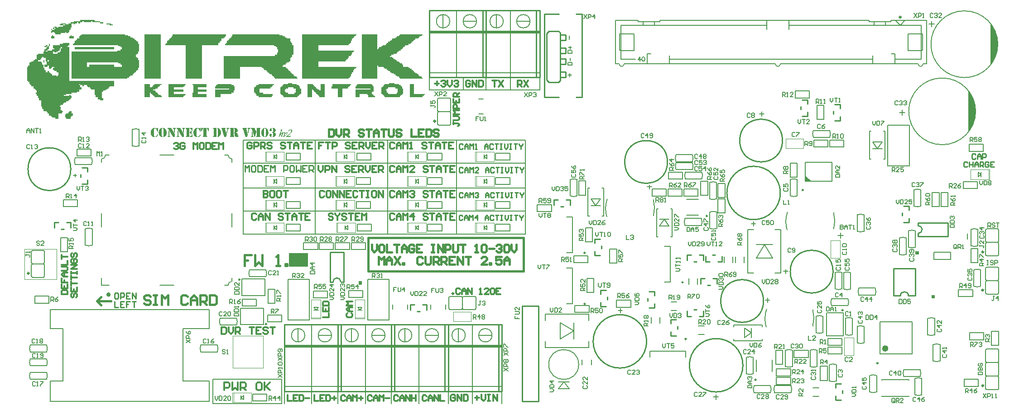
<source format=gto>
G04*
G04 #@! TF.GenerationSoftware,Altium Limited,Altium Designer,19.1.6 (110)*
G04*
G04 Layer_Color=65535*
%FSLAX24Y24*%
%MOIN*%
G70*
G01*
G75*
%ADD10C,0.0070*%
%ADD11C,0.0118*%
%ADD12C,0.0100*%
%ADD13C,0.0071*%
%ADD14C,0.0079*%
%ADD15C,0.0098*%
%ADD16C,0.0157*%
%ADD17C,0.0236*%
%ADD18C,0.0039*%
%ADD19C,0.0050*%
%ADD20C,0.0067*%
%ADD21C,0.0138*%
%ADD22C,0.0110*%
%ADD23R,0.1388X0.1004*%
%ADD24R,0.4213X0.0226*%
G36*
X14009Y47210D02*
X14409D01*
Y47130D01*
X14649D01*
Y47050D01*
X14409D01*
Y47130D01*
X13849D01*
Y47210D01*
X13769D01*
Y47130D01*
X13209D01*
Y47210D01*
X13129D01*
Y47130D01*
X12969D01*
Y47050D01*
X12809D01*
Y47130D01*
X12729D01*
Y47050D01*
X12569D01*
Y46970D01*
X12489D01*
Y47050D01*
X12329D01*
Y46970D01*
Y46890D01*
Y46810D01*
Y46730D01*
X12249D01*
Y46650D01*
Y46570D01*
X12169D01*
Y46490D01*
Y46410D01*
X12089D01*
Y46330D01*
X11929D01*
Y46410D01*
X11849D01*
Y46330D01*
X11529D01*
Y46250D01*
X11129D01*
Y46330D01*
X11049D01*
Y46410D01*
X10889D01*
Y46330D01*
X10809D01*
Y46410D01*
Y46490D01*
X10889D01*
Y46570D01*
X10809D01*
Y46650D01*
X10889D01*
Y46570D01*
X11049D01*
Y46650D01*
X10969D01*
Y46730D01*
X11049D01*
Y46650D01*
X11129D01*
Y46730D01*
X11049D01*
Y46810D01*
X11209D01*
Y46730D01*
X11369D01*
Y46810D01*
X11689D01*
Y46890D01*
X11449D01*
Y46970D01*
X11529D01*
Y47050D01*
X11929D01*
Y46970D01*
X12089D01*
Y47050D01*
X12249D01*
Y47130D01*
X12489D01*
Y47210D01*
X12969D01*
Y47290D01*
X14009D01*
Y47210D01*
D02*
G37*
G36*
X15209Y46970D02*
X15369D01*
Y46890D01*
X15129D01*
Y46970D01*
X14889D01*
Y47050D01*
X15209D01*
Y46970D01*
D02*
G37*
G36*
X12329Y46090D02*
X12489D01*
Y46010D01*
Y45930D01*
X12169D01*
Y46010D01*
Y46090D01*
X12249D01*
Y46170D01*
X12329D01*
Y46090D01*
D02*
G37*
G36*
X10969D02*
X11049D01*
Y46010D01*
Y45930D01*
X10809D01*
Y46010D01*
Y46090D01*
X10889D01*
Y46170D01*
X10969D01*
Y46090D01*
D02*
G37*
G36*
X10729Y45450D02*
Y45370D01*
X10649D01*
Y45450D01*
Y45530D01*
X10729D01*
Y45450D01*
D02*
G37*
G36*
X38169Y46170D02*
X38089D01*
Y46090D01*
X37929D01*
Y46010D01*
X37849D01*
Y45930D01*
X37609D01*
Y45850D01*
X37529D01*
Y45770D01*
X37449D01*
Y45690D01*
X37369D01*
Y45610D01*
X37289D01*
Y45530D01*
X37129D01*
Y45450D01*
X36889D01*
Y45370D01*
X36809D01*
Y45290D01*
X36729D01*
Y45210D01*
X36649D01*
Y45130D01*
X36569D01*
Y45050D01*
X36409D01*
Y44970D01*
X36329D01*
Y44890D01*
X36249D01*
Y44810D01*
X36009D01*
Y44730D01*
X35849D01*
Y44650D01*
X35769D01*
Y44570D01*
X35929D01*
Y44490D01*
X36009D01*
Y44410D01*
X36169D01*
Y44330D01*
X36249D01*
Y44250D01*
X36409D01*
Y44170D01*
X36489D01*
Y44090D01*
X36649D01*
Y44010D01*
X36729D01*
Y43930D01*
Y43850D01*
X37129D01*
Y43770D01*
X37209D01*
Y43690D01*
X37369D01*
Y43610D01*
X37449D01*
Y43530D01*
X37529D01*
Y43450D01*
X37609D01*
Y43370D01*
X37769D01*
Y43290D01*
X37849D01*
Y43210D01*
X37929D01*
Y43130D01*
X38089D01*
Y43050D01*
X38169D01*
Y42970D01*
X36489D01*
Y43050D01*
X36409D01*
Y43130D01*
X36249D01*
Y43210D01*
X36169D01*
Y43290D01*
X36009D01*
Y43370D01*
X35849D01*
Y43450D01*
X35769D01*
Y43530D01*
X35609D01*
Y43610D01*
X35529D01*
Y43690D01*
X35369D01*
Y43770D01*
X35289D01*
Y43850D01*
X34889D01*
Y43930D01*
X34809D01*
Y43850D01*
Y43770D01*
Y43690D01*
Y43610D01*
Y43530D01*
Y43450D01*
Y43370D01*
Y43290D01*
Y43210D01*
Y43130D01*
Y43050D01*
Y42970D01*
X33689D01*
Y43050D01*
Y43130D01*
Y43210D01*
Y43290D01*
Y43370D01*
Y43450D01*
Y43530D01*
Y43610D01*
Y43690D01*
Y43770D01*
Y43850D01*
Y43930D01*
Y44010D01*
Y44090D01*
Y44170D01*
Y44250D01*
Y44330D01*
Y44410D01*
Y44490D01*
Y44570D01*
Y44650D01*
Y44730D01*
Y44810D01*
Y44890D01*
Y44970D01*
Y45050D01*
Y45130D01*
Y45210D01*
Y45290D01*
Y45370D01*
Y45450D01*
Y45530D01*
Y45610D01*
Y45690D01*
Y45770D01*
Y45850D01*
Y45930D01*
Y46010D01*
Y46090D01*
Y46170D01*
Y46250D01*
X34809D01*
Y46170D01*
Y46090D01*
Y46010D01*
Y45930D01*
Y45850D01*
Y45770D01*
Y45690D01*
Y45610D01*
Y45530D01*
Y45450D01*
Y45370D01*
Y45290D01*
Y45210D01*
Y45130D01*
X34889D01*
Y45210D01*
X34969D01*
Y45290D01*
X35129D01*
Y45370D01*
X35209D01*
Y45450D01*
X35449D01*
Y45530D01*
X35529D01*
Y45610D01*
X35609D01*
Y45690D01*
X35769D01*
Y45770D01*
X35849D01*
Y45850D01*
X35929D01*
Y45930D01*
X36169D01*
Y46010D01*
X36249D01*
Y46090D01*
X36409D01*
Y46170D01*
X36489D01*
Y46250D01*
X38169D01*
Y46170D01*
D02*
G37*
G36*
X15449Y45210D02*
Y45130D01*
X12569D01*
Y45210D01*
Y45290D01*
X15449D01*
Y45210D01*
D02*
G37*
G36*
X12169Y45530D02*
Y45450D01*
X12089D01*
Y45370D01*
X12009D01*
Y45290D01*
X12169D01*
Y45210D01*
Y45130D01*
Y45050D01*
Y44970D01*
Y44890D01*
Y44810D01*
Y44730D01*
Y44650D01*
Y44570D01*
Y44490D01*
Y44410D01*
Y44330D01*
Y44250D01*
Y44170D01*
Y44090D01*
Y44010D01*
Y43930D01*
Y43850D01*
Y43770D01*
Y43690D01*
Y43610D01*
Y43530D01*
Y43450D01*
Y43370D01*
Y43290D01*
Y43210D01*
Y43130D01*
Y43050D01*
Y42970D01*
Y42890D01*
Y42810D01*
X15449D01*
Y42730D01*
Y42650D01*
Y42570D01*
Y42490D01*
Y42410D01*
X15129D01*
Y42330D01*
X15049D01*
Y42250D01*
X14969D01*
Y42170D01*
X14809D01*
Y42090D01*
X14649D01*
Y42010D01*
X14569D01*
Y41930D01*
Y41850D01*
Y41770D01*
Y41690D01*
Y41610D01*
Y41530D01*
X14649D01*
Y41450D01*
Y41370D01*
X14409D01*
Y41450D01*
X14249D01*
Y41530D01*
Y41610D01*
X14089D01*
Y41690D01*
Y41770D01*
X14009D01*
Y41850D01*
Y41930D01*
Y42010D01*
Y42090D01*
Y42170D01*
X13769D01*
Y42250D01*
X13689D01*
Y42330D01*
X13529D01*
Y42410D01*
X13449D01*
Y42490D01*
X13209D01*
Y42410D01*
X13129D01*
Y42490D01*
X12969D01*
Y42570D01*
X12889D01*
Y42490D01*
X12969D01*
Y42410D01*
Y42330D01*
X13049D01*
Y42250D01*
Y42170D01*
X12889D01*
Y42090D01*
Y42010D01*
X12729D01*
Y41930D01*
X12329D01*
Y41850D01*
X11929D01*
Y41770D01*
X11769D01*
Y41690D01*
X12169D01*
Y41770D01*
X12249D01*
Y41690D01*
X12329D01*
Y41610D01*
Y41530D01*
X12249D01*
Y41450D01*
X12169D01*
Y41370D01*
X12089D01*
Y41290D01*
X11929D01*
Y41210D01*
X11769D01*
Y41130D01*
X11689D01*
Y41050D01*
X11529D01*
Y40970D01*
X11449D01*
Y40890D01*
X11529D01*
Y40810D01*
Y40730D01*
Y40650D01*
X11609D01*
Y40570D01*
X11689D01*
Y40490D01*
X11609D01*
Y40410D01*
X11369D01*
Y40330D01*
Y40250D01*
Y40170D01*
Y40090D01*
Y40010D01*
X11129D01*
Y40090D01*
X10889D01*
Y40170D01*
X10809D01*
Y40250D01*
X10649D01*
Y40330D01*
Y40410D01*
X10569D01*
Y40490D01*
X10489D01*
Y40570D01*
X10249D01*
Y40650D01*
Y40730D01*
X10169D01*
Y40810D01*
Y40890D01*
X10089D01*
Y40970D01*
Y41050D01*
Y41130D01*
Y41210D01*
Y41290D01*
Y41370D01*
X9929D01*
Y41450D01*
Y41530D01*
X9849D01*
Y41610D01*
Y41690D01*
X9769D01*
Y41770D01*
Y41850D01*
X9689D01*
Y41930D01*
X9769D01*
Y42010D01*
Y42090D01*
X9689D01*
Y42170D01*
X9609D01*
Y42250D01*
X9529D01*
Y42330D01*
Y42410D01*
X9369D01*
Y42490D01*
X9289D01*
Y42570D01*
X9209D01*
Y42650D01*
Y42730D01*
X9129D01*
Y42810D01*
X9049D01*
Y42890D01*
Y42970D01*
Y43050D01*
Y43130D01*
Y43210D01*
Y43290D01*
Y43370D01*
Y43450D01*
Y43530D01*
Y43610D01*
Y43690D01*
Y43770D01*
Y43850D01*
X9129D01*
Y43930D01*
X9209D01*
Y44010D01*
Y44090D01*
Y44170D01*
X9369D01*
Y44250D01*
X9529D01*
Y44330D01*
X9609D01*
Y44410D01*
X9769D01*
Y44490D01*
Y44570D01*
Y44650D01*
Y44730D01*
X9849D01*
Y44810D01*
X10249D01*
Y44890D01*
Y44970D01*
X10329D01*
Y45050D01*
Y45130D01*
X10409D01*
Y45210D01*
X10489D01*
Y45290D01*
X10329D01*
Y45370D01*
X10409D01*
Y45450D01*
X10569D01*
Y45370D01*
X10649D01*
Y45290D01*
Y45210D01*
Y45130D01*
X10569D01*
Y45050D01*
X10889D01*
Y45130D01*
X11049D01*
Y45210D01*
X10969D01*
Y45290D01*
Y45370D01*
Y45450D01*
X11449D01*
Y45530D01*
X11689D01*
Y45610D01*
X12169D01*
Y45530D01*
D02*
G37*
G36*
X80295Y46496D02*
X80492Y45906D01*
Y45512D01*
X80394Y44921D01*
X80295Y44528D01*
X80000Y44035D01*
Y46988D01*
X80295Y46496D01*
D02*
G37*
G36*
X33289Y46170D02*
X33209D01*
Y46090D01*
X33129D01*
Y46010D01*
X33049D01*
Y45930D01*
X32969D01*
Y45850D01*
Y45770D01*
X32889D01*
Y45690D01*
Y45610D01*
X32809D01*
Y45530D01*
X32729D01*
Y45450D01*
X30489D01*
Y45370D01*
Y45290D01*
Y45210D01*
Y45130D01*
Y45050D01*
X33129D01*
Y44970D01*
X33049D01*
Y44890D01*
X32969D01*
Y44810D01*
Y44730D01*
X32889D01*
Y44650D01*
X32729D01*
Y44570D01*
Y44490D01*
X32649D01*
Y44410D01*
X32569D01*
Y44330D01*
X32489D01*
Y44250D01*
X30489D01*
Y44170D01*
Y44090D01*
Y44010D01*
Y43930D01*
Y43850D01*
X33289D01*
Y43770D01*
X33209D01*
Y43690D01*
X33129D01*
Y43610D01*
X33049D01*
Y43530D01*
Y43450D01*
X32969D01*
Y43370D01*
Y43290D01*
X32889D01*
Y43210D01*
Y43130D01*
X32809D01*
Y43050D01*
X32729D01*
Y42970D01*
X29289D01*
Y43050D01*
Y43130D01*
Y43210D01*
Y43290D01*
Y43370D01*
Y43450D01*
Y43530D01*
Y43610D01*
Y43690D01*
Y43770D01*
Y43850D01*
Y43930D01*
Y44010D01*
Y44090D01*
Y44170D01*
Y44250D01*
Y44330D01*
Y44410D01*
Y44490D01*
Y44570D01*
Y44650D01*
Y44730D01*
Y44810D01*
Y44890D01*
Y44970D01*
Y45050D01*
Y45130D01*
Y45210D01*
Y45290D01*
Y45370D01*
Y45450D01*
Y45530D01*
Y45610D01*
Y45690D01*
Y45770D01*
Y45850D01*
Y45930D01*
Y46010D01*
Y46090D01*
Y46170D01*
Y46250D01*
X33289D01*
Y46170D01*
D02*
G37*
G36*
X27609D02*
X27849D01*
Y46090D01*
X28009D01*
Y46010D01*
X28169D01*
Y45930D01*
X28409D01*
Y45850D01*
Y45770D01*
Y45690D01*
X28489D01*
Y45610D01*
X28569D01*
Y45530D01*
Y45450D01*
X28649D01*
Y45370D01*
Y45290D01*
Y45210D01*
Y45130D01*
Y45050D01*
Y44970D01*
Y44890D01*
Y44810D01*
Y44730D01*
X28569D01*
Y44650D01*
Y44570D01*
X28489D01*
Y44490D01*
X28409D01*
Y44410D01*
Y44330D01*
Y44250D01*
X28329D01*
Y44170D01*
X28169D01*
Y44090D01*
X28089D01*
Y44010D01*
X27929D01*
Y43930D01*
X27849D01*
Y43850D01*
X28089D01*
Y43770D01*
X28169D01*
Y43690D01*
X28249D01*
Y43610D01*
X28329D01*
Y43530D01*
X28409D01*
Y43450D01*
X28489D01*
Y43370D01*
X28569D01*
Y43290D01*
X28649D01*
Y43210D01*
X28729D01*
Y43130D01*
X28889D01*
Y43050D01*
X28969D01*
Y42970D01*
X27289D01*
Y43050D01*
X27209D01*
Y43130D01*
X27129D01*
Y43210D01*
X27049D01*
Y43290D01*
X26889D01*
Y43370D01*
X26809D01*
Y43450D01*
X26729D01*
Y43530D01*
X26649D01*
Y43610D01*
X26489D01*
Y43690D01*
X26409D01*
Y43770D01*
X26329D01*
Y43850D01*
X24729D01*
Y43770D01*
Y43690D01*
Y43610D01*
Y43530D01*
Y43450D01*
Y43370D01*
Y43290D01*
Y43210D01*
Y43130D01*
Y43050D01*
Y42970D01*
X23529D01*
Y43050D01*
Y43130D01*
Y43210D01*
Y43290D01*
Y43370D01*
Y43450D01*
Y43530D01*
Y43610D01*
Y43690D01*
Y43770D01*
Y43850D01*
Y43930D01*
Y44010D01*
Y44090D01*
Y44170D01*
Y44250D01*
Y44330D01*
Y44410D01*
Y44490D01*
Y44570D01*
Y44650D01*
X27289D01*
Y44730D01*
X27449D01*
Y44810D01*
Y44890D01*
X27529D01*
Y44970D01*
Y45050D01*
Y45130D01*
X27449D01*
Y45210D01*
Y45290D01*
X27369D01*
Y45370D01*
X27209D01*
Y45450D01*
X23609D01*
Y45530D01*
X23689D01*
Y45610D01*
X23769D01*
Y45690D01*
Y45770D01*
X23849D01*
Y45850D01*
X23929D01*
Y45930D01*
X24009D01*
Y46010D01*
X24089D01*
Y46090D01*
X24169D01*
Y46170D01*
Y46250D01*
X27609D01*
Y46170D01*
D02*
G37*
G36*
X23689D02*
Y46090D01*
X23609D01*
Y46010D01*
X23529D01*
Y45930D01*
X23369D01*
Y45850D01*
Y45770D01*
X23289D01*
Y45690D01*
X23209D01*
Y45610D01*
X23129D01*
Y45530D01*
Y45450D01*
X21929D01*
Y45370D01*
Y45290D01*
Y45210D01*
Y45130D01*
Y45050D01*
Y44970D01*
Y44890D01*
Y44810D01*
Y44730D01*
Y44650D01*
Y44570D01*
Y44490D01*
Y44410D01*
Y44330D01*
Y44250D01*
Y44170D01*
Y44090D01*
Y44010D01*
Y43930D01*
Y43850D01*
Y43770D01*
Y43690D01*
Y43610D01*
Y43530D01*
Y43450D01*
Y43370D01*
Y43290D01*
Y43210D01*
Y43130D01*
Y43050D01*
Y42970D01*
X20729D01*
Y43050D01*
Y43130D01*
Y43210D01*
Y43290D01*
Y43370D01*
Y43450D01*
Y43530D01*
Y43610D01*
Y43690D01*
Y43770D01*
Y43850D01*
Y43930D01*
Y44010D01*
Y44090D01*
Y44170D01*
Y44250D01*
Y44330D01*
Y44410D01*
Y44490D01*
Y44570D01*
Y44650D01*
Y44730D01*
Y44810D01*
Y44890D01*
Y44970D01*
Y45050D01*
Y45130D01*
Y45210D01*
Y45290D01*
Y45370D01*
Y45450D01*
X19209D01*
Y45530D01*
X19289D01*
Y45610D01*
X19369D01*
Y45690D01*
Y45770D01*
X19449D01*
Y45850D01*
X19529D01*
Y45930D01*
X19609D01*
Y46010D01*
X19689D01*
Y46090D01*
X19769D01*
Y46170D01*
Y46250D01*
X23689D01*
Y46170D01*
D02*
G37*
G36*
X18889D02*
Y46090D01*
Y46010D01*
Y45930D01*
Y45850D01*
Y45770D01*
Y45690D01*
Y45610D01*
Y45530D01*
Y45450D01*
Y45370D01*
Y45290D01*
Y45210D01*
Y45130D01*
Y45050D01*
Y44970D01*
Y44890D01*
Y44810D01*
Y44730D01*
Y44650D01*
Y44570D01*
Y44490D01*
Y44410D01*
Y44330D01*
Y44250D01*
Y44170D01*
Y44090D01*
Y44010D01*
Y43930D01*
Y43850D01*
Y43770D01*
Y43690D01*
Y43610D01*
Y43530D01*
Y43450D01*
Y43370D01*
Y43290D01*
Y43210D01*
Y43130D01*
Y43050D01*
Y42970D01*
X17689D01*
Y43050D01*
Y43130D01*
Y43210D01*
Y43290D01*
Y43370D01*
Y43450D01*
Y43530D01*
Y43610D01*
Y43690D01*
Y43770D01*
Y43850D01*
Y43930D01*
Y44010D01*
Y44090D01*
Y44170D01*
Y44250D01*
Y44330D01*
Y44410D01*
Y44490D01*
Y44570D01*
Y44650D01*
Y44730D01*
Y44810D01*
Y44890D01*
Y44970D01*
Y45050D01*
Y45130D01*
Y45210D01*
Y45290D01*
Y45370D01*
Y45450D01*
Y45530D01*
Y45610D01*
Y45690D01*
Y45770D01*
Y45850D01*
Y45930D01*
Y46010D01*
Y46090D01*
Y46170D01*
Y46250D01*
X18889D01*
Y46170D01*
D02*
G37*
G36*
X16249D02*
X16489D01*
Y46090D01*
X16649D01*
Y46010D01*
X16809D01*
Y45930D01*
X16969D01*
Y45850D01*
X17049D01*
Y45770D01*
X17129D01*
Y45690D01*
X17209D01*
Y45610D01*
Y45530D01*
X17289D01*
Y45450D01*
Y45370D01*
Y45290D01*
Y45210D01*
Y45130D01*
Y45050D01*
Y44970D01*
X17209D01*
Y44890D01*
Y44810D01*
X17129D01*
Y44730D01*
X17049D01*
Y44650D01*
Y44570D01*
X17129D01*
Y44490D01*
X17209D01*
Y44410D01*
Y44330D01*
X17289D01*
Y44250D01*
Y44170D01*
Y44090D01*
Y44010D01*
Y43930D01*
Y43850D01*
Y43770D01*
X17209D01*
Y43690D01*
Y43610D01*
X17129D01*
Y43530D01*
X17049D01*
Y43450D01*
X16969D01*
Y43370D01*
X16889D01*
Y43290D01*
X16809D01*
Y43210D01*
X16649D01*
Y43130D01*
X16569D01*
Y43050D01*
X16409D01*
Y42970D01*
X12329D01*
Y43050D01*
Y43130D01*
Y43210D01*
Y43290D01*
Y43370D01*
Y43450D01*
Y43530D01*
Y43610D01*
Y43690D01*
Y43770D01*
Y43850D01*
Y43930D01*
Y44010D01*
Y44090D01*
Y44170D01*
Y44250D01*
Y44330D01*
Y44410D01*
Y44490D01*
Y44570D01*
Y44650D01*
Y44730D01*
Y44810D01*
Y44890D01*
Y44970D01*
X15689D01*
Y45050D01*
X15929D01*
Y45130D01*
X16009D01*
Y45210D01*
Y45290D01*
X15929D01*
Y45370D01*
X15769D01*
Y45450D01*
X12409D01*
Y45530D01*
X12489D01*
Y45610D01*
X12569D01*
Y45690D01*
Y45770D01*
X12649D01*
Y45850D01*
X12729D01*
Y45930D01*
X12889D01*
Y46010D01*
Y46090D01*
X12969D01*
Y46170D01*
X13049D01*
Y46250D01*
X16249D01*
Y46170D01*
D02*
G37*
G36*
X18969Y42490D02*
X18809D01*
Y42410D01*
X18729D01*
Y42330D01*
X18649D01*
Y42250D01*
X18489D01*
Y42170D01*
X18329D01*
Y42090D01*
X18489D01*
Y42010D01*
X18569D01*
Y41930D01*
X18649D01*
Y41850D01*
X18729D01*
Y41770D01*
X18889D01*
Y41690D01*
X18969D01*
Y41610D01*
X18409D01*
Y41690D01*
X18329D01*
Y41770D01*
X18249D01*
Y41850D01*
X18169D01*
Y41930D01*
X18089D01*
Y41850D01*
Y41770D01*
Y41690D01*
Y41610D01*
X17689D01*
Y41690D01*
Y41770D01*
Y41850D01*
Y41930D01*
Y42010D01*
Y42090D01*
Y42170D01*
Y42250D01*
Y42330D01*
Y42410D01*
Y42490D01*
Y42570D01*
X18089D01*
Y42490D01*
Y42410D01*
Y42330D01*
X18249D01*
Y42410D01*
X18329D01*
Y42490D01*
X18409D01*
Y42570D01*
X18969D01*
Y42490D01*
D02*
G37*
G36*
X30969D02*
Y42410D01*
Y42330D01*
Y42250D01*
Y42170D01*
Y42090D01*
Y42010D01*
Y41930D01*
Y41850D01*
Y41770D01*
Y41690D01*
Y41610D01*
X30569D01*
Y41690D01*
X30489D01*
Y41770D01*
X30409D01*
Y41850D01*
X30329D01*
Y41930D01*
X30249D01*
Y42010D01*
X30169D01*
Y42090D01*
X30089D01*
Y42170D01*
X30009D01*
Y42090D01*
Y42010D01*
Y41930D01*
Y41850D01*
Y41770D01*
Y41690D01*
Y41610D01*
X29689D01*
Y41690D01*
Y41770D01*
Y41850D01*
Y41930D01*
Y42010D01*
Y42090D01*
Y42170D01*
Y42250D01*
Y42330D01*
Y42410D01*
Y42490D01*
Y42570D01*
X30089D01*
Y42490D01*
X30169D01*
Y42410D01*
X30249D01*
Y42330D01*
X30329D01*
Y42250D01*
X30409D01*
Y42170D01*
X30569D01*
Y42090D01*
X30649D01*
Y42170D01*
Y42250D01*
Y42330D01*
Y42410D01*
Y42490D01*
Y42570D01*
X30969D01*
Y42490D01*
D02*
G37*
G36*
X37529D02*
Y42410D01*
Y42330D01*
Y42250D01*
Y42170D01*
Y42090D01*
Y42010D01*
Y41930D01*
Y41850D01*
X38329D01*
Y41770D01*
X38249D01*
Y41690D01*
X38169D01*
Y41610D01*
X37209D01*
Y41690D01*
Y41770D01*
Y41850D01*
Y41930D01*
Y42010D01*
Y42090D01*
Y42170D01*
Y42250D01*
Y42330D01*
Y42410D01*
Y42490D01*
Y42570D01*
X37529D01*
Y42490D01*
D02*
G37*
G36*
X36089Y42570D02*
X36409D01*
Y42490D01*
X36569D01*
Y42410D01*
X36649D01*
Y42330D01*
Y42250D01*
X36729D01*
Y42170D01*
Y42090D01*
Y42010D01*
Y41930D01*
Y41850D01*
X36649D01*
Y41770D01*
X36569D01*
Y41690D01*
X36489D01*
Y41610D01*
X35369D01*
Y41690D01*
X35289D01*
Y41770D01*
X35209D01*
Y41850D01*
X35129D01*
Y41930D01*
Y42010D01*
Y42090D01*
Y42170D01*
Y42250D01*
Y42330D01*
X35209D01*
Y42410D01*
X35289D01*
Y42490D01*
X35369D01*
Y42570D01*
X35689D01*
Y42650D01*
X36089D01*
Y42570D01*
D02*
G37*
G36*
X34409Y42490D02*
X34489D01*
Y42410D01*
X34569D01*
Y42330D01*
Y42250D01*
Y42170D01*
Y42090D01*
Y42010D01*
X34409D01*
Y41930D01*
Y41850D01*
X34489D01*
Y41770D01*
X34569D01*
Y41690D01*
X34649D01*
Y41610D01*
X34169D01*
Y41690D01*
Y41770D01*
X34089D01*
Y41850D01*
X33529D01*
Y41770D01*
Y41690D01*
Y41610D01*
X33209D01*
Y41690D01*
Y41770D01*
Y41850D01*
Y41930D01*
Y42010D01*
Y42090D01*
Y42170D01*
X34329D01*
Y42250D01*
X33209D01*
Y42330D01*
Y42410D01*
X33289D01*
Y42490D01*
X33369D01*
Y42570D01*
X34409D01*
Y42490D01*
D02*
G37*
G36*
X32889D02*
X32809D01*
Y42410D01*
X32729D01*
Y42330D01*
X32649D01*
Y42250D01*
X32249D01*
Y42170D01*
Y42090D01*
Y42010D01*
Y41930D01*
Y41850D01*
Y41770D01*
Y41690D01*
Y41610D01*
X31929D01*
Y41690D01*
Y41770D01*
Y41850D01*
Y41930D01*
Y42010D01*
Y42090D01*
Y42170D01*
Y42250D01*
X31449D01*
Y42330D01*
Y42410D01*
X31529D01*
Y42490D01*
Y42570D01*
X32889D01*
Y42490D01*
D02*
G37*
G36*
X28569Y42570D02*
X28889D01*
Y42490D01*
X29049D01*
Y42410D01*
X29129D01*
Y42330D01*
Y42250D01*
X29209D01*
Y42170D01*
Y42090D01*
Y42010D01*
Y41930D01*
Y41850D01*
X29129D01*
Y41770D01*
X29049D01*
Y41690D01*
X28969D01*
Y41610D01*
X27929D01*
Y41690D01*
X27849D01*
Y41770D01*
X27769D01*
Y41850D01*
X27689D01*
Y41930D01*
Y42010D01*
Y42090D01*
Y42170D01*
Y42250D01*
Y42330D01*
X27769D01*
Y42410D01*
X27849D01*
Y42490D01*
X27929D01*
Y42570D01*
X28249D01*
Y42650D01*
X28569D01*
Y42570D01*
D02*
G37*
G36*
X27209Y42490D02*
X27129D01*
Y42410D01*
X27049D01*
Y42330D01*
X26969D01*
Y42250D01*
X26169D01*
Y42170D01*
Y42090D01*
Y42010D01*
Y41930D01*
X26409D01*
Y41850D01*
X27129D01*
Y41770D01*
Y41690D01*
X27049D01*
Y41610D01*
X26089D01*
Y41690D01*
X25929D01*
Y41770D01*
Y41850D01*
X25849D01*
Y41930D01*
X25769D01*
Y42010D01*
Y42090D01*
Y42170D01*
Y42250D01*
Y42330D01*
X25849D01*
Y42410D01*
X25929D01*
Y42490D01*
X26089D01*
Y42570D01*
X27209D01*
Y42490D01*
D02*
G37*
G36*
X24089D02*
X24249D01*
Y42410D01*
X24329D01*
Y42330D01*
Y42250D01*
Y42170D01*
Y42090D01*
X24249D01*
Y42010D01*
Y41930D01*
X24089D01*
Y41850D01*
X23289D01*
Y41770D01*
Y41690D01*
Y41610D01*
X22889D01*
Y41690D01*
Y41770D01*
Y41850D01*
Y41930D01*
Y42010D01*
Y42090D01*
Y42170D01*
X23929D01*
Y42250D01*
X22889D01*
Y42330D01*
Y42410D01*
X22969D01*
Y42490D01*
X23049D01*
Y42570D01*
X24089D01*
Y42490D01*
D02*
G37*
G36*
X22249D02*
Y42410D01*
Y42330D01*
X21609D01*
Y42250D01*
Y42170D01*
X22249D01*
Y42090D01*
Y42010D01*
X21609D01*
Y41930D01*
Y41850D01*
X22249D01*
Y41770D01*
Y41690D01*
Y41610D01*
X21209D01*
Y41690D01*
Y41770D01*
Y41850D01*
Y41930D01*
X21289D01*
Y42010D01*
Y42090D01*
Y42170D01*
Y42250D01*
Y42330D01*
Y42410D01*
Y42490D01*
X21209D01*
Y42570D01*
X22249D01*
Y42490D01*
D02*
G37*
G36*
X20729D02*
X20649D01*
Y42410D01*
X20569D01*
Y42330D01*
X19849D01*
Y42250D01*
Y42170D01*
X20569D01*
Y42090D01*
Y42010D01*
X19849D01*
Y41930D01*
Y41850D01*
X20729D01*
Y41770D01*
X20649D01*
Y41690D01*
X20569D01*
Y41610D01*
X19449D01*
Y41690D01*
Y41770D01*
Y41850D01*
Y41930D01*
Y42010D01*
Y42090D01*
Y42170D01*
Y42250D01*
Y42330D01*
Y42410D01*
Y42490D01*
Y42570D01*
X20729D01*
Y42490D01*
D02*
G37*
G36*
X12329Y40490D02*
Y40410D01*
X12409D01*
Y40330D01*
Y40250D01*
X12329D01*
Y40170D01*
X12249D01*
Y40090D01*
Y40010D01*
X11929D01*
Y40090D01*
X11849D01*
Y40170D01*
Y40250D01*
Y40330D01*
X11929D01*
Y40410D01*
X12089D01*
Y40490D01*
X12169D01*
Y40570D01*
X12329D01*
Y40490D01*
D02*
G37*
G36*
X78661Y41545D02*
X78858Y40955D01*
Y40561D01*
X78760Y39970D01*
X78661Y39577D01*
X78366Y39085D01*
Y42037D01*
X78661Y41545D01*
D02*
G37*
G36*
X74674Y29998D02*
X74424D01*
Y30248D01*
X74674D01*
Y29998D01*
D02*
G37*
G36*
X33698Y27780D02*
X33448D01*
Y28030D01*
X33698D01*
Y27780D01*
D02*
G37*
G36*
X75868Y26756D02*
X75618D01*
Y27006D01*
X75868D01*
Y26756D01*
D02*
G37*
G36*
X28479Y39225D02*
X28490Y39223D01*
X28502Y39220D01*
X28514Y39215D01*
X28526Y39209D01*
X28537Y39199D01*
X28537Y39199D01*
X28541Y39195D01*
X28546Y39189D01*
X28551Y39180D01*
X28556Y39170D01*
X28560Y39158D01*
X28564Y39144D01*
X28565Y39128D01*
Y39127D01*
Y39127D01*
Y39124D01*
X28564Y39120D01*
X28563Y39111D01*
X28559Y39099D01*
X28554Y39084D01*
X28547Y39066D01*
X28536Y39046D01*
X28528Y39036D01*
X28521Y39025D01*
X28520Y39024D01*
X28517Y39020D01*
X28511Y39013D01*
X28504Y39004D01*
X28494Y38992D01*
X28481Y38977D01*
X28466Y38961D01*
X28449Y38943D01*
X28429Y38923D01*
X28407Y38900D01*
X28382Y38876D01*
X28354Y38851D01*
X28324Y38824D01*
X28292Y38796D01*
X28257Y38767D01*
X28219Y38737D01*
X28200Y38735D01*
X28378D01*
X28384Y38736D01*
X28396Y38737D01*
X28402Y38738D01*
X28406Y38739D01*
X28407D01*
X28408Y38741D01*
X28410Y38743D01*
X28414Y38746D01*
X28417Y38751D01*
X28423Y38758D01*
X28429Y38766D01*
X28436Y38777D01*
X28438Y38779D01*
X28439Y38781D01*
X28442Y38785D01*
X28476D01*
Y38784D01*
X28474Y38782D01*
X28472Y38779D01*
X28470Y38775D01*
X28467Y38769D01*
X28464Y38763D01*
X28456Y38749D01*
X28448Y38732D01*
X28440Y38715D01*
X28433Y38698D01*
X28425Y38681D01*
X28104D01*
X28126Y38728D01*
X28127D01*
X28128Y38730D01*
X28131Y38732D01*
X28136Y38734D01*
X28141Y38738D01*
X28148Y38741D01*
X28155Y38746D01*
X28164Y38751D01*
X28183Y38764D01*
X28205Y38779D01*
X28230Y38797D01*
X28257Y38818D01*
X28258Y38819D01*
X28261Y38820D01*
X28264Y38823D01*
X28270Y38828D01*
X28276Y38833D01*
X28283Y38839D01*
X28301Y38854D01*
X28320Y38871D01*
X28341Y38890D01*
X28362Y38910D01*
X28382Y38931D01*
X28383Y38932D01*
X28384Y38933D01*
X28386Y38936D01*
X28390Y38940D01*
X28394Y38945D01*
X28400Y38951D01*
X28411Y38964D01*
X28424Y38981D01*
X28438Y38999D01*
X28452Y39018D01*
X28465Y39038D01*
Y39039D01*
X28466Y39041D01*
X28467Y39044D01*
X28470Y39047D01*
X28475Y39057D01*
X28481Y39069D01*
X28486Y39083D01*
X28492Y39097D01*
X28496Y39110D01*
X28496Y39122D01*
Y39123D01*
Y39127D01*
X28496Y39132D01*
X28494Y39138D01*
X28491Y39147D01*
X28486Y39154D01*
X28481Y39162D01*
X28474Y39170D01*
X28473Y39171D01*
X28470Y39174D01*
X28465Y39177D01*
X28459Y39181D01*
X28451Y39185D01*
X28442Y39188D01*
X28431Y39190D01*
X28419Y39191D01*
X28413D01*
X28406Y39189D01*
X28397Y39188D01*
X28387Y39184D01*
X28377Y39179D01*
X28366Y39171D01*
X28355Y39161D01*
X28354Y39160D01*
X28351Y39156D01*
X28346Y39149D01*
X28341Y39139D01*
X28334Y39127D01*
X28329Y39113D01*
X28323Y39097D01*
X28320Y39076D01*
X28318Y39077D01*
X28313Y39079D01*
X28307Y39083D01*
X28301Y39087D01*
X28293Y39095D01*
X28287Y39102D01*
X28282Y39112D01*
X28281Y39117D01*
X28281Y39123D01*
Y39124D01*
Y39125D01*
X28281Y39130D01*
X28283Y39138D01*
X28288Y39148D01*
X28294Y39159D01*
X28299Y39166D01*
X28304Y39172D01*
X28311Y39178D01*
X28318Y39184D01*
X28326Y39190D01*
X28336Y39196D01*
X28337D01*
X28339Y39197D01*
X28342Y39199D01*
X28346Y39200D01*
X28352Y39203D01*
X28358Y39206D01*
X28365Y39209D01*
X28373Y39211D01*
X28392Y39217D01*
X28414Y39222D01*
X28438Y39226D01*
X28464Y39227D01*
X28471D01*
X28479Y39225D01*
D02*
G37*
G36*
X27813Y39239D02*
X27814Y39237D01*
X27815Y39230D01*
X27816Y39224D01*
Y39222D01*
Y39220D01*
Y39219D01*
Y39215D01*
X27815Y39208D01*
X27813Y39198D01*
X27810Y39185D01*
X27807Y39169D01*
X27802Y39152D01*
X27795Y39131D01*
Y39130D01*
X27794Y39128D01*
X27793Y39125D01*
X27791Y39120D01*
X27789Y39113D01*
X27786Y39106D01*
X27782Y39096D01*
X27778Y39085D01*
X27772Y39071D01*
X27767Y39056D01*
X27760Y39040D01*
X27753Y39022D01*
X27745Y39002D01*
X27736Y38980D01*
X27727Y38956D01*
X27716Y38931D01*
X27690Y38868D01*
X27698Y38878D01*
X27713Y38893D01*
X27729Y38911D01*
X27746Y38929D01*
X27764Y38947D01*
X27782Y38964D01*
X27801Y38980D01*
X27820Y38994D01*
X27837Y39007D01*
X27854Y39016D01*
X27862Y39020D01*
X27870Y39023D01*
X27877Y39024D01*
X27883Y39025D01*
X27888D01*
X27892Y39023D01*
X27898Y39021D01*
X27903Y39018D01*
X27907Y39013D01*
X27911Y39006D01*
X27912Y38997D01*
Y38996D01*
Y38994D01*
X27911Y38991D01*
X27910Y38985D01*
X27908Y38978D01*
X27905Y38970D01*
X27902Y38960D01*
X27896Y38948D01*
X27872Y38894D01*
X27871Y38892D01*
X27869Y38889D01*
X27866Y38882D01*
X27862Y38872D01*
X27857Y38862D01*
X27852Y38851D01*
X27847Y38838D01*
X27841Y38824D01*
X27830Y38797D01*
X27825Y38783D01*
X27821Y38771D01*
X27816Y38760D01*
X27813Y38751D01*
X27811Y38744D01*
X27810Y38738D01*
X27812D01*
X27814Y38739D01*
X27818Y38740D01*
X27821Y38741D01*
X27827Y38744D01*
X27833Y38747D01*
X27841Y38750D01*
X27851Y38753D01*
X27865Y38732D01*
X27864D01*
X27863Y38731D01*
X27861Y38729D01*
X27857Y38728D01*
X27848Y38723D01*
X27835Y38717D01*
X27820Y38709D01*
X27801Y38701D01*
X27781Y38692D01*
X27759Y38684D01*
X27738Y38681D01*
Y38682D01*
Y38685D01*
X27739Y38688D01*
X27739Y38695D01*
X27741Y38703D01*
X27743Y38713D01*
X27747Y38725D01*
X27750Y38738D01*
X27755Y38754D01*
X27760Y38772D01*
X27768Y38792D01*
X27776Y38815D01*
X27785Y38840D01*
X27796Y38866D01*
X27809Y38895D01*
X27823Y38927D01*
X27824Y38928D01*
X27825Y38932D01*
X27827Y38935D01*
X27830Y38941D01*
X27834Y38952D01*
X27835Y38956D01*
X27836Y38960D01*
Y38961D01*
Y38963D01*
Y38964D01*
X27835Y38964D01*
X27833D01*
X27831Y38964D01*
X27829Y38962D01*
X27824Y38960D01*
X27819Y38956D01*
X27811Y38951D01*
X27803Y38944D01*
X27802Y38943D01*
X27799Y38941D01*
X27794Y38937D01*
X27788Y38932D01*
X27780Y38924D01*
X27772Y38917D01*
X27763Y38908D01*
X27754Y38898D01*
X27752Y38896D01*
X27748Y38891D01*
X27740Y38882D01*
X27731Y38871D01*
X27720Y38857D01*
X27708Y38841D01*
X27695Y38822D01*
X27681Y38802D01*
Y38801D01*
X27679Y38800D01*
X27677Y38797D01*
X27675Y38793D01*
X27672Y38788D01*
X27668Y38782D01*
X27660Y38769D01*
X27651Y38753D01*
X27642Y38737D01*
X27633Y38719D01*
X27625Y38702D01*
X27623D01*
X27619Y38701D01*
X27613Y38700D01*
X27605Y38698D01*
X27596Y38696D01*
X27585Y38693D01*
X27573Y38690D01*
X27560Y38686D01*
X27570Y38712D01*
Y38713D01*
X27571Y38715D01*
X27572Y38718D01*
X27574Y38722D01*
X27575Y38728D01*
X27577Y38733D01*
X27583Y38749D01*
X27589Y38766D01*
X27597Y38786D01*
X27606Y38807D01*
X27614Y38829D01*
X27660Y38946D01*
X27707Y39064D01*
Y39065D01*
X27708Y39067D01*
X27710Y39072D01*
X27712Y39077D01*
X27715Y39084D01*
X27718Y39092D01*
X27724Y39109D01*
X27730Y39127D01*
X27736Y39144D01*
X27739Y39151D01*
X27739Y39158D01*
X27741Y39163D01*
Y39168D01*
Y39168D01*
X27740Y39171D01*
X27739Y39173D01*
X27737Y39174D01*
X27736D01*
X27732Y39173D01*
X27729Y39172D01*
X27726Y39171D01*
X27721Y39169D01*
X27716Y39168D01*
X27703Y39166D01*
X27696Y39190D01*
X27697D01*
X27698Y39191D01*
X27701Y39192D01*
X27705Y39194D01*
X27715Y39198D01*
X27728Y39202D01*
X27742Y39209D01*
X27759Y39216D01*
X27794Y39233D01*
X27813Y39240D01*
Y39239D01*
D02*
G37*
G36*
X28007Y39025D02*
X28014Y39023D01*
X28020Y39018D01*
X28026Y39011D01*
X28030Y39006D01*
X28033Y39001D01*
X28035Y38994D01*
X28036Y38985D01*
X28038Y38976D01*
Y38966D01*
Y38965D01*
Y38964D01*
Y38960D01*
X28037Y38955D01*
Y38950D01*
X28036Y38943D01*
X28035Y38934D01*
X28034Y38925D01*
X28031Y38914D01*
X28029Y38902D01*
X28025Y38890D01*
X28022Y38875D01*
X28017Y38860D01*
X28012Y38843D01*
X28006Y38826D01*
X27999Y38808D01*
X27978Y38750D01*
X27982Y38752D01*
X27989Y38757D01*
X28000Y38763D01*
X28013Y38771D01*
X28026Y38781D01*
X28042Y38792D01*
X28057Y38805D01*
X28074Y38820D01*
X28090Y38836D01*
X28106Y38853D01*
X28120Y38872D01*
X28133Y38892D01*
X28145Y38912D01*
X28154Y38935D01*
X28160Y38959D01*
X28124D01*
X28117Y38958D01*
X28103Y38957D01*
X28097Y38955D01*
X28092Y38953D01*
X28090Y38953D01*
X28088Y38951D01*
X28086Y38949D01*
X28083Y38945D01*
X28079Y38941D01*
X28076Y38935D01*
X28072Y38928D01*
X28066Y38918D01*
X28038D01*
Y38919D01*
X28039Y38921D01*
X28041Y38923D01*
X28043Y38927D01*
X28047Y38938D01*
X28053Y38951D01*
X28059Y38966D01*
X28066Y38983D01*
X28073Y39000D01*
X28078Y39016D01*
X28223D01*
Y39015D01*
X28222Y39015D01*
X28221Y39012D01*
X28220Y39007D01*
X28219Y39003D01*
X28217Y38997D01*
X28211Y38984D01*
X28204Y38967D01*
X28195Y38949D01*
X28184Y38928D01*
X28170Y38905D01*
X28156Y38882D01*
X28138Y38858D01*
X28119Y38833D01*
X28097Y38809D01*
X28073Y38785D01*
X28046Y38762D01*
X28017Y38740D01*
X27985Y38721D01*
X27944Y38699D01*
X27916Y38683D01*
X27915D01*
X27913Y38682D01*
X27910D01*
X27906Y38681D01*
X27902Y38680D01*
X27896Y38679D01*
Y38680D01*
X27897Y38683D01*
X27899Y38687D01*
X27902Y38692D01*
X27903Y38699D01*
X27907Y38708D01*
X27911Y38717D01*
X27914Y38727D01*
X27918Y38738D01*
X27923Y38750D01*
X27931Y38776D01*
X27940Y38804D01*
X27949Y38833D01*
Y38834D01*
X27950Y38837D01*
X27951Y38841D01*
X27953Y38846D01*
X27954Y38852D01*
X27956Y38860D01*
X27961Y38877D01*
X27965Y38895D01*
X27969Y38913D01*
X27972Y38931D01*
X27973Y38939D01*
Y38945D01*
Y38946D01*
Y38950D01*
Y38955D01*
X27972Y38961D01*
X27971Y38966D01*
X27969Y38972D01*
X27967Y38975D01*
X27964Y38976D01*
X27963D01*
X27961Y38975D01*
X27957Y38974D01*
X27953Y38972D01*
X27946Y38969D01*
X27938Y38964D01*
X27928Y38959D01*
X27915Y38982D01*
X27926Y38990D01*
X27927D01*
X27929Y38992D01*
X27932Y38994D01*
X27935Y38995D01*
X27944Y39001D01*
X27956Y39008D01*
X27968Y39015D01*
X27981Y39020D01*
X27993Y39024D01*
X28002Y39025D01*
X28004D01*
X28007Y39025D01*
D02*
G37*
G36*
X21795Y39347D02*
X21801Y39345D01*
X21807Y39339D01*
X21808Y39338D01*
X21811Y39334D01*
X21813Y39326D01*
X21814Y39316D01*
Y39114D01*
Y39113D01*
Y39111D01*
X21813Y39104D01*
X21811Y39094D01*
X21806Y39087D01*
X21804Y39086D01*
X21799Y39082D01*
X21793Y39079D01*
X21785Y39078D01*
X21783D01*
X21778Y39079D01*
X21773Y39081D01*
X21766Y39084D01*
X21765Y39086D01*
X21763Y39091D01*
X21759Y39099D01*
X21755Y39110D01*
Y39112D01*
X21753Y39116D01*
X21751Y39123D01*
X21749Y39131D01*
X21742Y39151D01*
X21738Y39161D01*
X21735Y39170D01*
X21734Y39172D01*
X21731Y39177D01*
X21727Y39186D01*
X21722Y39196D01*
X21714Y39208D01*
X21706Y39221D01*
X21697Y39233D01*
X21688Y39245D01*
X21687Y39246D01*
X21684Y39248D01*
X21681Y39252D01*
X21677Y39256D01*
X21665Y39266D01*
X21652Y39275D01*
X21650D01*
X21648Y39277D01*
X21645Y39278D01*
X21641Y39280D01*
X21628Y39284D01*
X21612Y39288D01*
Y39347D01*
X21613D01*
X21617Y39346D01*
X21620D01*
X21625Y39345D01*
X21637Y39341D01*
X21649Y39338D01*
X21650D01*
X21653Y39337D01*
X21656Y39336D01*
X21663Y39335D01*
X21669Y39331D01*
X21679Y39329D01*
X21691Y39325D01*
X21704Y39320D01*
X21705D01*
X21708Y39319D01*
X21713Y39318D01*
X21717Y39316D01*
X21728Y39313D01*
X21734Y39312D01*
X21739D01*
X21744Y39313D01*
X21752Y39317D01*
X21755Y39319D01*
X21759Y39324D01*
X21765Y39336D01*
Y39337D01*
X21766Y39338D01*
X21770Y39342D01*
X21777Y39346D01*
X21782Y39348D01*
X21789D01*
X21795Y39347D01*
D02*
G37*
G36*
X18658D02*
X18664Y39345D01*
X18670Y39339D01*
X18671Y39338D01*
X18674Y39334D01*
X18676Y39326D01*
X18678Y39316D01*
Y39114D01*
Y39113D01*
Y39111D01*
X18676Y39104D01*
X18674Y39094D01*
X18669Y39087D01*
X18667Y39086D01*
X18662Y39082D01*
X18656Y39079D01*
X18648Y39078D01*
X18646D01*
X18641Y39079D01*
X18636Y39081D01*
X18629Y39084D01*
X18628Y39086D01*
X18626Y39091D01*
X18622Y39099D01*
X18619Y39110D01*
Y39112D01*
X18616Y39116D01*
X18614Y39123D01*
X18612Y39131D01*
X18605Y39151D01*
X18601Y39161D01*
X18598Y39170D01*
X18597Y39172D01*
X18594Y39177D01*
X18590Y39186D01*
X18585Y39196D01*
X18577Y39208D01*
X18569Y39221D01*
X18561Y39233D01*
X18551Y39245D01*
X18550Y39246D01*
X18547Y39248D01*
X18544Y39252D01*
X18540Y39256D01*
X18528Y39266D01*
X18515Y39275D01*
X18514D01*
X18511Y39277D01*
X18508Y39278D01*
X18504Y39280D01*
X18491Y39284D01*
X18475Y39288D01*
Y39347D01*
X18476D01*
X18480Y39346D01*
X18483D01*
X18488Y39345D01*
X18500Y39341D01*
X18512Y39338D01*
X18514D01*
X18516Y39337D01*
X18519Y39336D01*
X18526Y39335D01*
X18532Y39331D01*
X18542Y39329D01*
X18554Y39325D01*
X18567Y39320D01*
X18568D01*
X18571Y39319D01*
X18576Y39318D01*
X18580Y39316D01*
X18591Y39313D01*
X18597Y39312D01*
X18602D01*
X18608Y39313D01*
X18615Y39317D01*
X18619Y39319D01*
X18622Y39324D01*
X18628Y39336D01*
Y39337D01*
X18629Y39338D01*
X18633Y39342D01*
X18640Y39346D01*
X18645Y39348D01*
X18652D01*
X18658Y39347D01*
D02*
G37*
G36*
X21226Y39162D02*
Y39161D01*
Y39160D01*
X21225Y39153D01*
X21224Y39147D01*
X21220Y39140D01*
X21219Y39139D01*
X21215Y39137D01*
X21210Y39135D01*
X21201Y39134D01*
X21200D01*
X21196Y39135D01*
X21190Y39136D01*
X21186Y39138D01*
X21185Y39139D01*
X21184Y39142D01*
X21181Y39147D01*
X21177Y39155D01*
Y39157D01*
X21176Y39158D01*
X21174Y39165D01*
X21170Y39175D01*
X21163Y39187D01*
X21155Y39201D01*
X21147Y39216D01*
X21136Y39230D01*
X21123Y39242D01*
X21121Y39243D01*
X21116Y39246D01*
X21108Y39252D01*
X21097Y39257D01*
X21084Y39264D01*
X21069Y39269D01*
X21050Y39274D01*
X21031Y39277D01*
Y39335D01*
X21226D01*
Y39162D01*
D02*
G37*
G36*
X22421Y39135D02*
Y39133D01*
X22420Y39127D01*
X22418Y39120D01*
X22412Y39113D01*
X22411Y39112D01*
X22407Y39108D01*
X22400Y39105D01*
X22392Y39104D01*
X22389D01*
X22385Y39105D01*
X22377Y39107D01*
X22371Y39112D01*
X22370Y39113D01*
X22366Y39117D01*
X22363Y39124D01*
X22361Y39134D01*
X22357Y39163D01*
Y39165D01*
X22355Y39171D01*
X22353Y39179D01*
X22350Y39190D01*
X22347Y39202D01*
X22341Y39216D01*
X22336Y39229D01*
X22328Y39242D01*
X22327Y39243D01*
X22326Y39245D01*
X22323Y39249D01*
X22319Y39254D01*
X22307Y39265D01*
X22293Y39276D01*
Y39335D01*
X22421D01*
Y39135D01*
D02*
G37*
G36*
X21997Y39276D02*
X21996Y39275D01*
X21994Y39274D01*
X21989Y39270D01*
X21984Y39267D01*
X21972Y39256D01*
X21961Y39242D01*
X21960Y39241D01*
X21958Y39236D01*
X21954Y39229D01*
X21950Y39220D01*
X21944Y39208D01*
X21940Y39195D01*
X21936Y39179D01*
X21932Y39163D01*
X21928Y39134D01*
Y39133D01*
Y39131D01*
X21926Y39126D01*
X21923Y39118D01*
X21917Y39112D01*
X21916Y39111D01*
X21912Y39108D01*
X21905Y39105D01*
X21897Y39104D01*
X21895D01*
X21890Y39105D01*
X21883Y39107D01*
X21877Y39113D01*
X21876Y39114D01*
X21873Y39119D01*
X21870Y39126D01*
X21869Y39135D01*
Y39335D01*
X21997D01*
Y39276D01*
D02*
G37*
G36*
X27062Y39291D02*
X27061D01*
X27059Y39290D01*
X27055D01*
X27051Y39288D01*
X27042Y39286D01*
X27038Y39283D01*
X27035Y39281D01*
X27034D01*
X27031Y39279D01*
X27029Y39277D01*
X27026Y39274D01*
Y39272D01*
X27025Y39271D01*
X27024Y39268D01*
X27023Y39266D01*
Y39265D01*
X27024Y39261D01*
X27027Y39256D01*
X27032Y39251D01*
X27054Y39232D01*
X27055Y39231D01*
X27056Y39230D01*
X27060Y39227D01*
X27063Y39221D01*
X27065Y39216D01*
X27068Y39207D01*
X27070Y39197D01*
X27071Y39186D01*
Y39185D01*
Y39181D01*
X27070Y39174D01*
X27067Y39165D01*
X27064Y39157D01*
X27060Y39146D01*
X27053Y39136D01*
X27044Y39126D01*
X27043Y39125D01*
X27040Y39122D01*
X27035Y39118D01*
X27027Y39114D01*
X27018Y39108D01*
X27008Y39105D01*
X26996Y39102D01*
X26983Y39101D01*
X26978D01*
X26970Y39102D01*
X26962Y39104D01*
X26953Y39107D01*
X26943Y39112D01*
X26933Y39117D01*
X26923Y39126D01*
X26922Y39127D01*
X26920Y39130D01*
X26915Y39136D01*
X26911Y39143D01*
X26907Y39153D01*
X26902Y39164D01*
X26900Y39176D01*
X26899Y39190D01*
Y39192D01*
Y39196D01*
X26900Y39202D01*
X26901Y39210D01*
X26903Y39220D01*
X26906Y39231D01*
X26910Y39242D01*
X26915Y39253D01*
X26917Y39254D01*
X26919Y39258D01*
X26923Y39264D01*
X26929Y39270D01*
X26935Y39279D01*
X26944Y39288D01*
X26954Y39296D01*
X26965Y39304D01*
X26967Y39305D01*
X26971Y39308D01*
X26979Y39313D01*
X26990Y39317D01*
X27004Y39324D01*
X27020Y39329D01*
X27040Y39335D01*
X27062Y39340D01*
Y39291D01*
D02*
G37*
G36*
X20634Y39334D02*
X20645Y39331D01*
X20650Y39329D01*
X20654Y39326D01*
X20655Y39325D01*
X20658Y39320D01*
X20661Y39315D01*
X20662Y39307D01*
Y39306D01*
X20661Y39302D01*
X20660Y39296D01*
X20657Y39292D01*
X20656Y39291D01*
X20653Y39289D01*
X20646Y39284D01*
X20641Y39282D01*
X20635Y39279D01*
X20634Y39278D01*
X20631Y39277D01*
X20626Y39274D01*
X20621Y39269D01*
X20614Y39264D01*
X20608Y39256D01*
X20601Y39248D01*
X20596Y39239D01*
Y39237D01*
X20595Y39235D01*
X20594Y39231D01*
X20591Y39224D01*
X20590Y39217D01*
X20588Y39207D01*
X20587Y39196D01*
Y39184D01*
Y38963D01*
X20536Y39049D01*
Y39184D01*
Y39186D01*
Y39190D01*
X20535Y39198D01*
Y39207D01*
X20530Y39228D01*
X20528Y39237D01*
X20524Y39246D01*
Y39247D01*
X20521Y39249D01*
X20518Y39254D01*
X20514Y39259D01*
X20508Y39265D01*
X20501Y39271D01*
X20492Y39278D01*
X20481Y39284D01*
X20480Y39286D01*
X20476Y39288D01*
X20471Y39291D01*
X20467Y39294D01*
Y39295D01*
X20466Y39299D01*
X20465Y39303D01*
X20463Y39308D01*
Y39310D01*
Y39311D01*
X20465Y39316D01*
X20467Y39323D01*
X20471Y39328D01*
X20473Y39329D01*
X20478Y39331D01*
X20486Y39334D01*
X20500Y39335D01*
X20630D01*
X20634Y39334D01*
D02*
G37*
G36*
X19965D02*
X19976Y39331D01*
X19981Y39329D01*
X19985Y39326D01*
X19986Y39325D01*
X19989Y39320D01*
X19992Y39315D01*
X19993Y39307D01*
Y39306D01*
X19992Y39302D01*
X19991Y39296D01*
X19988Y39292D01*
X19987Y39291D01*
X19984Y39289D01*
X19977Y39284D01*
X19972Y39282D01*
X19966Y39279D01*
X19965Y39278D01*
X19962Y39277D01*
X19957Y39274D01*
X19952Y39269D01*
X19945Y39264D01*
X19939Y39256D01*
X19932Y39248D01*
X19927Y39239D01*
Y39237D01*
X19926Y39235D01*
X19925Y39231D01*
X19922Y39224D01*
X19921Y39217D01*
X19919Y39207D01*
X19918Y39196D01*
Y39184D01*
Y38963D01*
X19867Y39049D01*
Y39184D01*
Y39186D01*
Y39190D01*
X19866Y39198D01*
Y39207D01*
X19861Y39228D01*
X19859Y39237D01*
X19855Y39246D01*
Y39247D01*
X19852Y39249D01*
X19849Y39254D01*
X19845Y39259D01*
X19839Y39265D01*
X19832Y39271D01*
X19823Y39278D01*
X19812Y39284D01*
X19811Y39286D01*
X19807Y39288D01*
X19802Y39291D01*
X19798Y39294D01*
Y39295D01*
X19797Y39299D01*
X19796Y39303D01*
X19795Y39308D01*
Y39310D01*
Y39311D01*
X19796Y39316D01*
X19798Y39323D01*
X19802Y39328D01*
X19804Y39329D01*
X19809Y39331D01*
X19818Y39334D01*
X19831Y39335D01*
X19961D01*
X19965Y39334D01*
D02*
G37*
G36*
X25457Y39333D02*
X25462Y39331D01*
X25465Y39330D01*
X25466D01*
X25467Y39329D01*
X25472Y39325D01*
X25475Y39318D01*
X25477Y39314D01*
Y39308D01*
Y39307D01*
Y39303D01*
X25475Y39299D01*
X25473Y39294D01*
X25472Y39293D01*
X25469Y39291D01*
X25466Y39288D01*
X25460Y39284D01*
X25434Y39272D01*
X25433D01*
X25432Y39271D01*
X25425Y39267D01*
X25420Y39263D01*
X25416Y39258D01*
X25410Y39252D01*
X25405Y39244D01*
X25404Y39243D01*
X25403Y39241D01*
X25399Y39235D01*
X25397Y39230D01*
X25393Y39222D01*
X25390Y39214D01*
X25382Y39195D01*
X25304Y38911D01*
X25278Y39001D01*
X25334Y39207D01*
Y39208D01*
X25335Y39210D01*
X25337Y39217D01*
X25339Y39224D01*
Y39228D01*
X25340Y39230D01*
Y39232D01*
X25339Y39237D01*
X25338Y39245D01*
X25335Y39254D01*
Y39255D01*
X25334Y39257D01*
X25330Y39264D01*
X25322Y39271D01*
X25316Y39275D01*
X25311Y39277D01*
X25295Y39282D01*
X25293D01*
X25291Y39283D01*
X25286Y39288D01*
X25279Y39295D01*
X25277Y39301D01*
X25276Y39307D01*
Y39308D01*
Y39310D01*
X25277Y39315D01*
X25280Y39322D01*
X25286Y39327D01*
X25288Y39328D01*
X25293Y39331D01*
X25303Y39334D01*
X25316Y39335D01*
X25448D01*
X25457Y39333D01*
D02*
G37*
G36*
X23911D02*
X23915Y39331D01*
X23918Y39330D01*
X23920D01*
X23921Y39329D01*
X23925Y39325D01*
X23928Y39318D01*
X23930Y39314D01*
Y39308D01*
Y39307D01*
Y39303D01*
X23928Y39299D01*
X23926Y39294D01*
X23925Y39293D01*
X23923Y39291D01*
X23920Y39288D01*
X23913Y39284D01*
X23888Y39272D01*
X23887D01*
X23886Y39271D01*
X23878Y39267D01*
X23874Y39263D01*
X23869Y39258D01*
X23864Y39252D01*
X23858Y39244D01*
X23857Y39243D01*
X23856Y39241D01*
X23853Y39235D01*
X23851Y39230D01*
X23846Y39222D01*
X23843Y39214D01*
X23835Y39195D01*
X23758Y38911D01*
X23732Y39001D01*
X23787Y39207D01*
Y39208D01*
X23788Y39210D01*
X23791Y39217D01*
X23793Y39224D01*
Y39228D01*
X23794Y39230D01*
Y39232D01*
X23793Y39237D01*
X23792Y39245D01*
X23788Y39254D01*
Y39255D01*
X23787Y39257D01*
X23783Y39264D01*
X23775Y39271D01*
X23770Y39275D01*
X23764Y39277D01*
X23748Y39282D01*
X23747D01*
X23745Y39283D01*
X23739Y39288D01*
X23733Y39295D01*
X23730Y39301D01*
X23729Y39307D01*
Y39308D01*
Y39310D01*
X23730Y39315D01*
X23734Y39322D01*
X23739Y39327D01*
X23741Y39328D01*
X23747Y39331D01*
X23757Y39334D01*
X23770Y39335D01*
X23901D01*
X23911Y39333D01*
D02*
G37*
G36*
X21127Y39141D02*
X21133Y39137D01*
X21137Y39134D01*
X21139Y39129D01*
X21140Y39128D01*
X21141Y39124D01*
X21142Y39119D01*
Y39115D01*
X21143Y39108D01*
Y39101D01*
Y38916D01*
Y38915D01*
Y38913D01*
Y38908D01*
X21142Y38904D01*
X21141Y38893D01*
X21140Y38889D01*
X21138Y38884D01*
X21137Y38883D01*
X21133Y38880D01*
X21128Y38877D01*
X21119Y38876D01*
X21117D01*
X21113Y38877D01*
X21106Y38879D01*
X21101Y38882D01*
X21100Y38883D01*
X21097Y38888D01*
X21094Y38894D01*
X21091Y38905D01*
Y38906D01*
X21090Y38911D01*
X21088Y38916D01*
X21085Y38924D01*
X21078Y38940D01*
X21073Y38948D01*
X21068Y38955D01*
X21067Y38957D01*
X21066Y38959D01*
X21061Y38962D01*
X21057Y38965D01*
X21052Y38970D01*
X21045Y38974D01*
X21037Y38977D01*
X21029Y38981D01*
Y39036D01*
X21030Y39037D01*
X21033Y39039D01*
X21038Y39042D01*
X21044Y39045D01*
X21057Y39055D01*
X21064Y39060D01*
X21069Y39066D01*
X21070Y39067D01*
X21071Y39069D01*
X21073Y39072D01*
X21077Y39078D01*
X21080Y39083D01*
X21084Y39091D01*
X21086Y39100D01*
X21090Y39110D01*
Y39111D01*
X21091Y39113D01*
X21093Y39119D01*
X21096Y39128D01*
X21097Y39131D01*
X21100Y39135D01*
X21101Y39136D01*
X21104Y39139D01*
X21111Y39141D01*
X21118Y39142D01*
X21120D01*
X21127Y39141D01*
D02*
G37*
G36*
X26198Y39334D02*
X26206Y39331D01*
X26213Y39328D01*
X26218Y39324D01*
X26223Y39317D01*
X26224Y39308D01*
Y39307D01*
Y39305D01*
X26221Y39298D01*
X26219Y39293D01*
X26215Y39289D01*
X26210Y39286D01*
X26204Y39282D01*
X26203D01*
X26202Y39281D01*
X26195Y39279D01*
X26189Y39277D01*
X26186D01*
X26184Y39276D01*
X26183Y39275D01*
X26182Y39274D01*
X26180Y39270D01*
X26179Y39269D01*
X26178Y39265D01*
X26175Y39257D01*
X26174Y39246D01*
Y38759D01*
Y38758D01*
Y38757D01*
X26175Y38750D01*
X26177Y38741D01*
X26180Y38735D01*
Y38734D01*
X26181Y38732D01*
X26183Y38730D01*
X26184Y38729D01*
X26185D01*
X26188Y38728D01*
X26194Y38726D01*
X26198Y38725D01*
X26204Y38723D01*
X26205D01*
X26207Y38722D01*
X26214Y38717D01*
X26220Y38708D01*
X26223Y38703D01*
X26224Y38696D01*
Y38695D01*
Y38692D01*
X26221Y38689D01*
X26219Y38684D01*
X26215Y38679D01*
X26208Y38676D01*
X26200Y38672D01*
X26188Y38671D01*
X25933D01*
X25928Y38672D01*
X25919Y38675D01*
X25909Y38678D01*
X25907Y38679D01*
X25903Y38683D01*
X25900Y38689D01*
X25898Y38697D01*
Y38699D01*
Y38701D01*
X25899Y38704D01*
X25901Y38708D01*
X25903Y38713D01*
X25908Y38717D01*
X25913Y38722D01*
X25921Y38724D01*
X25922D01*
X25924Y38725D01*
X25931Y38726D01*
X25938Y38728D01*
X25941Y38729D01*
X25944D01*
X25945Y38731D01*
X25950Y38736D01*
X25951Y38738D01*
X25955Y38742D01*
X25957Y38751D01*
X25958Y38763D01*
Y39335D01*
X26193D01*
X26198Y39334D01*
D02*
G37*
G36*
X25875Y39061D02*
X25918Y39209D01*
Y39047D01*
X25805Y38671D01*
X25779D01*
X25590Y39230D01*
Y39231D01*
X25587Y39234D01*
X25586Y39240D01*
X25583Y39245D01*
X25578Y39258D01*
X25573Y39264D01*
X25570Y39268D01*
X25569Y39269D01*
X25565Y39271D01*
X25558Y39275D01*
X25547Y39277D01*
X25546D01*
X25543Y39278D01*
X25537Y39280D01*
X25532Y39283D01*
X25526Y39288D01*
X25521Y39293D01*
X25518Y39300D01*
X25516Y39307D01*
Y39308D01*
Y39310D01*
X25518Y39315D01*
X25520Y39322D01*
X25525Y39327D01*
X25527Y39328D01*
X25532Y39331D01*
X25540Y39334D01*
X25551Y39335D01*
X25779D01*
X25875Y39061D01*
D02*
G37*
G36*
X25642Y38964D02*
Y38818D01*
Y38817D01*
Y38814D01*
Y38810D01*
Y38805D01*
Y38795D01*
X25643Y38789D01*
Y38785D01*
Y38784D01*
X25645Y38779D01*
X25648Y38773D01*
X25651Y38764D01*
Y38763D01*
X25653Y38761D01*
X25655Y38757D01*
X25659Y38752D01*
X25667Y38741D01*
X25673Y38737D01*
X25679Y38732D01*
X25698Y38720D01*
X25699D01*
X25701Y38718D01*
X25708Y38713D01*
X25713Y38705D01*
X25715Y38701D01*
X25716Y38695D01*
Y38694D01*
Y38692D01*
X25714Y38688D01*
X25712Y38683D01*
X25708Y38679D01*
X25701Y38675D01*
X25691Y38672D01*
X25679Y38671D01*
X25551D01*
X25546Y38672D01*
X25539Y38675D01*
X25532Y38677D01*
X25526Y38681D01*
X25522Y38688D01*
X25521Y38695D01*
Y38696D01*
Y38700D01*
X25522Y38703D01*
X25523Y38706D01*
X25524Y38707D01*
X25526Y38710D01*
X25530Y38713D01*
X25536Y38716D01*
X25537D01*
X25538Y38717D01*
X25545Y38722D01*
X25554Y38729D01*
X25563Y38740D01*
X25573Y38754D01*
X25582Y38772D01*
X25589Y38793D01*
X25590Y38805D01*
X25591Y38818D01*
Y39111D01*
X25642Y38964D01*
D02*
G37*
G36*
X25182Y39334D02*
X25186D01*
X25190Y39333D01*
X25198Y39329D01*
X25199Y39328D01*
X25201Y39327D01*
X25204Y39324D01*
X25206Y39319D01*
X25207Y39318D01*
X25208Y39315D01*
X25209Y39312D01*
X25210Y39307D01*
Y39306D01*
Y39304D01*
X25208Y39298D01*
X25206Y39293D01*
X25203Y39289D01*
X25198Y39284D01*
X25193Y39281D01*
X25191Y39280D01*
X25186Y39278D01*
X25181Y39274D01*
X25176Y39269D01*
X25175Y39268D01*
X25174Y39265D01*
X25173Y39258D01*
X25172Y39251D01*
Y39249D01*
Y39245D01*
Y39241D01*
X25173Y39236D01*
X25286Y38841D01*
X25239Y38671D01*
X25111D01*
X24938Y39252D01*
Y39253D01*
Y39254D01*
X24936Y39259D01*
X24934Y39265D01*
X24931Y39269D01*
X24929Y39270D01*
X24928Y39271D01*
X24925Y39275D01*
X24921Y39277D01*
X24920D01*
X24919Y39278D01*
X24912Y39281D01*
X24905Y39284D01*
X24902Y39287D01*
X24900Y39289D01*
X24899Y39290D01*
X24898Y39293D01*
X24897Y39298D01*
X24896Y39305D01*
Y39306D01*
Y39307D01*
X24898Y39314D01*
X24901Y39320D01*
X24904Y39325D01*
X24909Y39328D01*
X24911Y39329D01*
X24916Y39331D01*
X24921Y39333D01*
X24926Y39334D01*
X24934Y39335D01*
X25179D01*
X25182Y39334D01*
D02*
G37*
G36*
X24243Y38763D02*
Y38762D01*
Y38760D01*
X24244Y38753D01*
X24246Y38743D01*
X24250Y38736D01*
X24251Y38735D01*
X24252Y38734D01*
X24257Y38729D01*
X24258D01*
X24262Y38728D01*
X24264Y38727D01*
X24268D01*
X24273Y38725D01*
X24279Y38724D01*
X24280D01*
X24282Y38723D01*
X24287Y38720D01*
X24291Y38718D01*
X24296Y38715D01*
X24300Y38711D01*
X24302Y38705D01*
X24303Y38697D01*
Y38695D01*
X24302Y38690D01*
X24298Y38683D01*
X24294Y38680D01*
X24290Y38677D01*
X24288Y38676D01*
X24284Y38675D01*
X24279Y38673D01*
X24274Y38672D01*
X24267Y38671D01*
X24010D01*
X24003Y38672D01*
X23995Y38675D01*
X23986Y38678D01*
X23985Y38679D01*
X23982Y38682D01*
X23979Y38689D01*
X23977Y38696D01*
Y38697D01*
Y38700D01*
X23980Y38707D01*
X23982Y38712D01*
X23985Y38716D01*
X23990Y38719D01*
X23996Y38723D01*
X23997D01*
X23998Y38724D01*
X24005Y38726D01*
X24011Y38728D01*
X24014D01*
X24015Y38729D01*
X24016D01*
X24017Y38730D01*
X24018Y38732D01*
X24020Y38735D01*
X24021Y38736D01*
X24023Y38740D01*
X24026Y38748D01*
X24027Y38759D01*
Y39246D01*
Y39247D01*
Y39248D01*
X24026Y39255D01*
X24024Y39264D01*
X24020Y39270D01*
Y39271D01*
X24019Y39272D01*
X24017Y39275D01*
X24015Y39276D01*
X24014D01*
X24011Y39277D01*
X24006Y39279D01*
X24002Y39280D01*
X23996Y39282D01*
X23995D01*
X23993Y39283D01*
X23987Y39288D01*
X23981Y39296D01*
X23979Y39302D01*
X23977Y39308D01*
Y39310D01*
Y39311D01*
X23979Y39315D01*
X23981Y39322D01*
X23986Y39327D01*
X23988Y39328D01*
X23993Y39331D01*
X24002Y39334D01*
X24012Y39335D01*
X24243D01*
Y38763D01*
D02*
G37*
G36*
X23635Y39334D02*
X23640D01*
X23643Y39333D01*
X23652Y39329D01*
X23653Y39328D01*
X23654Y39327D01*
X23657Y39324D01*
X23659Y39319D01*
X23661Y39318D01*
X23662Y39315D01*
X23663Y39312D01*
X23664Y39307D01*
Y39306D01*
Y39304D01*
X23662Y39298D01*
X23659Y39293D01*
X23656Y39289D01*
X23652Y39284D01*
X23646Y39281D01*
X23644Y39280D01*
X23640Y39278D01*
X23634Y39274D01*
X23630Y39269D01*
X23629Y39268D01*
X23628Y39265D01*
X23627Y39258D01*
X23626Y39251D01*
Y39249D01*
Y39245D01*
Y39241D01*
X23627Y39236D01*
X23739Y38841D01*
X23692Y38671D01*
X23564D01*
X23392Y39252D01*
Y39253D01*
Y39254D01*
X23389Y39259D01*
X23387Y39265D01*
X23384Y39269D01*
X23383Y39270D01*
X23382Y39271D01*
X23379Y39275D01*
X23374Y39277D01*
X23373D01*
X23372Y39278D01*
X23365Y39281D01*
X23359Y39284D01*
X23356Y39287D01*
X23353Y39289D01*
X23352Y39290D01*
X23351Y39293D01*
X23350Y39298D01*
X23349Y39305D01*
Y39306D01*
Y39307D01*
X23351Y39314D01*
X23354Y39320D01*
X23358Y39325D01*
X23362Y39328D01*
X23364Y39329D01*
X23370Y39331D01*
X23374Y39333D01*
X23380Y39334D01*
X23387Y39335D01*
X23632D01*
X23635Y39334D01*
D02*
G37*
G36*
X23067D02*
X23081Y39333D01*
X23084D01*
X23088Y39331D01*
X23092Y39330D01*
X23104Y39328D01*
X23119Y39324D01*
X23138Y39317D01*
X23158Y39307D01*
X23180Y39295D01*
X23201Y39280D01*
X23203D01*
X23204Y39278D01*
X23211Y39272D01*
X23221Y39263D01*
X23233Y39248D01*
X23247Y39232D01*
X23260Y39212D01*
X23275Y39189D01*
X23286Y39164D01*
Y39163D01*
X23287Y39161D01*
X23289Y39157D01*
X23290Y39151D01*
X23292Y39145D01*
X23295Y39137D01*
X23298Y39127D01*
X23301Y39117D01*
X23305Y39093D01*
X23311Y39067D01*
X23314Y39036D01*
X23315Y39005D01*
Y39004D01*
Y39000D01*
Y38995D01*
Y38988D01*
X23314Y38979D01*
X23313Y38970D01*
X23312Y38958D01*
X23311Y38946D01*
X23306Y38918D01*
X23300Y38889D01*
X23290Y38858D01*
X23278Y38829D01*
Y38828D01*
X23276Y38825D01*
X23275Y38821D01*
X23271Y38816D01*
X23267Y38810D01*
X23263Y38802D01*
X23252Y38785D01*
X23236Y38765D01*
X23219Y38746D01*
X23198Y38726D01*
X23174Y38707D01*
X23173Y38706D01*
X23169Y38704D01*
X23162Y38701D01*
X23153Y38696D01*
X23144Y38691D01*
X23134Y38687D01*
X23123Y38682D01*
X23112Y38679D01*
X23111D01*
X23106Y38678D01*
X23101Y38677D01*
X23092Y38676D01*
X23081Y38673D01*
X23068Y38672D01*
X23054Y38671D01*
X23038D01*
Y38724D01*
X23039D01*
X23041Y38725D01*
X23044Y38726D01*
X23048Y38727D01*
X23058Y38729D01*
X23063Y38731D01*
X23066Y38732D01*
X23067Y38734D01*
X23071Y38736D01*
X23076Y38740D01*
X23080Y38747D01*
X23081Y38749D01*
X23084Y38754D01*
X23088Y38762D01*
X23090Y38771D01*
Y38772D01*
X23091Y38773D01*
Y38776D01*
X23092Y38781D01*
Y38786D01*
X23093Y38793D01*
Y38801D01*
Y38810D01*
Y39194D01*
Y39195D01*
Y39199D01*
Y39206D01*
X23092Y39213D01*
X23089Y39232D01*
X23086Y39241D01*
X23082Y39249D01*
Y39251D01*
X23081Y39252D01*
X23078Y39257D01*
X23072Y39264D01*
X23066Y39269D01*
X23065Y39270D01*
X23059Y39274D01*
X23051Y39277D01*
X23038Y39280D01*
Y39335D01*
X23053D01*
X23067Y39334D01*
D02*
G37*
G36*
X22996Y38671D02*
X22763D01*
X22756Y38672D01*
X22748Y38675D01*
X22739Y38678D01*
X22738Y38679D01*
X22735Y38682D01*
X22731Y38689D01*
X22730Y38696D01*
Y38697D01*
Y38700D01*
X22733Y38707D01*
X22735Y38712D01*
X22738Y38716D01*
X22742Y38719D01*
X22749Y38723D01*
X22750D01*
X22751Y38724D01*
X22758Y38726D01*
X22764Y38728D01*
X22766D01*
X22768Y38729D01*
X22769D01*
X22770Y38730D01*
X22771Y38732D01*
X22773Y38735D01*
X22774Y38736D01*
X22776Y38740D01*
X22778Y38748D01*
X22780Y38759D01*
Y39246D01*
Y39247D01*
Y39248D01*
X22778Y39255D01*
X22777Y39264D01*
X22773Y39270D01*
Y39271D01*
X22772Y39272D01*
X22770Y39275D01*
X22768Y39276D01*
X22766D01*
X22764Y39277D01*
X22759Y39279D01*
X22754Y39280D01*
X22749Y39282D01*
X22748D01*
X22746Y39283D01*
X22740Y39288D01*
X22734Y39296D01*
X22731Y39302D01*
X22730Y39308D01*
Y39310D01*
Y39311D01*
X22731Y39315D01*
X22734Y39322D01*
X22739Y39327D01*
X22741Y39328D01*
X22746Y39331D01*
X22754Y39334D01*
X22765Y39335D01*
X22996D01*
Y38671D01*
D02*
G37*
G36*
X22253Y38763D02*
Y38762D01*
Y38760D01*
X22254Y38753D01*
X22256Y38743D01*
X22259Y38736D01*
X22260Y38735D01*
X22261Y38734D01*
X22267Y38729D01*
X22268D01*
X22271Y38728D01*
X22273Y38727D01*
X22278D01*
X22282Y38725D01*
X22289Y38724D01*
X22290D01*
X22292Y38723D01*
X22296Y38720D01*
X22301Y38718D01*
X22305Y38715D01*
X22310Y38711D01*
X22312Y38705D01*
X22313Y38697D01*
Y38695D01*
X22312Y38690D01*
X22307Y38683D01*
X22304Y38680D01*
X22300Y38677D01*
X22298Y38676D01*
X22293Y38675D01*
X22289Y38673D01*
X22283Y38672D01*
X22277Y38671D01*
X22011D01*
X22007Y38672D01*
X21997Y38675D01*
X21987Y38678D01*
X21985Y38679D01*
X21982Y38683D01*
X21978Y38689D01*
X21976Y38697D01*
Y38699D01*
Y38701D01*
X21977Y38704D01*
X21979Y38708D01*
X21982Y38713D01*
X21986Y38717D01*
X21992Y38722D01*
X21999Y38724D01*
X22000D01*
X22002Y38725D01*
X22009Y38726D01*
X22017Y38728D01*
X22019Y38729D01*
X22022D01*
X22023Y38731D01*
X22029Y38736D01*
X22030Y38738D01*
X22033Y38742D01*
X22035Y38751D01*
X22036Y38763D01*
Y39335D01*
X22253D01*
Y38763D01*
D02*
G37*
G36*
X21215Y38878D02*
X21222Y38876D01*
X21227Y38870D01*
X21229Y38869D01*
X21231Y38864D01*
X21232Y38856D01*
X21233Y38849D01*
Y38843D01*
Y38671D01*
X21031D01*
Y38724D01*
X21032D01*
X21036Y38725D01*
X21042Y38726D01*
X21048Y38727D01*
X21066Y38731D01*
X21082Y38737D01*
X21083D01*
X21085Y38739D01*
X21090Y38740D01*
X21095Y38743D01*
X21108Y38752D01*
X21124Y38764D01*
X21125Y38765D01*
X21127Y38767D01*
X21131Y38771D01*
X21136Y38775D01*
X21147Y38787D01*
X21156Y38800D01*
X21158Y38801D01*
X21159Y38804D01*
X21161Y38808D01*
X21164Y38814D01*
X21168Y38821D01*
X21172Y38830D01*
X21176Y38841D01*
X21181Y38852D01*
Y38853D01*
X21182Y38854D01*
X21184Y38860D01*
X21187Y38867D01*
X21191Y38872D01*
X21193Y38873D01*
X21196Y38876D01*
X21201Y38878D01*
X21208Y38879D01*
X21210D01*
X21215Y38878D01*
D02*
G37*
G36*
X20988Y38671D02*
X20755D01*
X20748Y38672D01*
X20740Y38675D01*
X20731Y38678D01*
X20730Y38679D01*
X20727Y38682D01*
X20724Y38689D01*
X20723Y38696D01*
Y38697D01*
Y38700D01*
X20725Y38707D01*
X20727Y38712D01*
X20730Y38716D01*
X20735Y38719D01*
X20741Y38723D01*
X20742D01*
X20743Y38724D01*
X20750Y38726D01*
X20756Y38728D01*
X20759D01*
X20760Y38729D01*
X20761D01*
X20762Y38730D01*
X20763Y38732D01*
X20765Y38735D01*
X20766Y38736D01*
X20768Y38740D01*
X20771Y38748D01*
X20772Y38759D01*
Y39246D01*
Y39247D01*
Y39248D01*
X20771Y39255D01*
X20770Y39264D01*
X20765Y39270D01*
Y39271D01*
X20764Y39272D01*
X20762Y39275D01*
X20760Y39276D01*
X20759D01*
X20756Y39277D01*
X20751Y39279D01*
X20747Y39280D01*
X20741Y39282D01*
X20740D01*
X20738Y39283D01*
X20732Y39288D01*
X20726Y39296D01*
X20724Y39302D01*
X20723Y39308D01*
Y39310D01*
Y39311D01*
X20724Y39315D01*
X20726Y39322D01*
X20731Y39327D01*
X20733Y39328D01*
X20738Y39331D01*
X20747Y39334D01*
X20758Y39335D01*
X20988D01*
Y38671D01*
D02*
G37*
G36*
X20587Y38885D02*
Y38671D01*
X20454D01*
X20124Y39240D01*
Y39241D01*
X20121Y39243D01*
X20117Y39249D01*
X20112Y39258D01*
X20108Y39261D01*
X20106Y39265D01*
X20105Y39266D01*
X20102Y39269D01*
X20096Y39272D01*
X20089Y39276D01*
X20070Y39282D01*
X20069Y39283D01*
X20067Y39284D01*
X20059Y39291D01*
X20058Y39292D01*
X20057Y39295D01*
X20056Y39300D01*
X20055Y39305D01*
Y39306D01*
X20056Y39311D01*
X20057Y39315D01*
X20059Y39320D01*
X20060Y39322D01*
X20062Y39325D01*
X20066Y39328D01*
X20070Y39330D01*
X20072Y39331D01*
X20074D01*
X20079Y39333D01*
X20085Y39334D01*
X20093D01*
X20103Y39335D01*
X20328D01*
X20587Y38885D01*
D02*
G37*
G36*
X20176Y39078D02*
Y38818D01*
Y38817D01*
Y38812D01*
X20177Y38806D01*
Y38798D01*
X20180Y38779D01*
X20184Y38771D01*
X20187Y38762D01*
X20188Y38761D01*
X20189Y38759D01*
X20192Y38754D01*
X20196Y38749D01*
X20201Y38743D01*
X20208Y38738D01*
X20214Y38731D01*
X20223Y38726D01*
X20238Y38717D01*
X20239D01*
X20241Y38716D01*
X20245Y38712D01*
X20249Y38705D01*
X20251Y38701D01*
Y38695D01*
Y38693D01*
X20250Y38689D01*
X20247Y38683D01*
X20242Y38677D01*
X20241Y38676D01*
X20238Y38675D01*
X20235D01*
X20231Y38673D01*
X20224Y38672D01*
X20218Y38671D01*
X20091D01*
X20083Y38672D01*
X20075Y38675D01*
X20068Y38678D01*
X20060Y38682D01*
X20056Y38688D01*
X20054Y38696D01*
Y38697D01*
X20055Y38702D01*
X20056Y38705D01*
X20058Y38710D01*
X20059Y38711D01*
X20062Y38714D01*
X20068Y38718D01*
X20078Y38724D01*
X20079D01*
X20080Y38725D01*
X20085Y38729D01*
X20093Y38736D01*
X20102Y38746D01*
X20109Y38759D01*
X20117Y38774D01*
X20122Y38795D01*
X20125Y38806D01*
Y38818D01*
Y39163D01*
X20176Y39078D01*
D02*
G37*
G36*
X19918Y38885D02*
Y38671D01*
X19785D01*
X19455Y39240D01*
Y39241D01*
X19452Y39243D01*
X19448Y39249D01*
X19443Y39258D01*
X19439Y39261D01*
X19437Y39265D01*
X19436Y39266D01*
X19433Y39269D01*
X19427Y39272D01*
X19420Y39276D01*
X19401Y39282D01*
X19400Y39283D01*
X19398Y39284D01*
X19390Y39291D01*
X19389Y39292D01*
X19388Y39295D01*
X19387Y39300D01*
X19386Y39305D01*
Y39306D01*
X19387Y39311D01*
X19388Y39315D01*
X19390Y39320D01*
X19391Y39322D01*
X19393Y39325D01*
X19397Y39328D01*
X19401Y39330D01*
X19403Y39331D01*
X19405D01*
X19410Y39333D01*
X19416Y39334D01*
X19424D01*
X19434Y39335D01*
X19659D01*
X19918Y38885D01*
D02*
G37*
G36*
X19507Y39078D02*
Y38818D01*
Y38817D01*
Y38812D01*
X19508Y38806D01*
Y38798D01*
X19511Y38779D01*
X19515Y38771D01*
X19518Y38762D01*
X19519Y38761D01*
X19520Y38759D01*
X19524Y38754D01*
X19527Y38749D01*
X19532Y38743D01*
X19539Y38738D01*
X19545Y38731D01*
X19554Y38726D01*
X19569Y38717D01*
X19571D01*
X19572Y38716D01*
X19576Y38712D01*
X19580Y38705D01*
X19583Y38701D01*
Y38695D01*
Y38693D01*
X19581Y38689D01*
X19578Y38683D01*
X19573Y38677D01*
X19572Y38676D01*
X19569Y38675D01*
X19566D01*
X19562Y38673D01*
X19555Y38672D01*
X19549Y38671D01*
X19422D01*
X19414Y38672D01*
X19407Y38675D01*
X19399Y38678D01*
X19391Y38682D01*
X19387Y38688D01*
X19385Y38696D01*
Y38697D01*
X19386Y38702D01*
X19387Y38705D01*
X19389Y38710D01*
X19390Y38711D01*
X19393Y38714D01*
X19399Y38718D01*
X19409Y38724D01*
X19410D01*
X19411Y38725D01*
X19416Y38729D01*
X19424Y38736D01*
X19433Y38746D01*
X19440Y38759D01*
X19448Y38774D01*
X19454Y38795D01*
X19456Y38806D01*
Y38818D01*
Y39163D01*
X19507Y39078D01*
D02*
G37*
G36*
X26983Y38905D02*
X26993Y38903D01*
X27004Y38899D01*
X27016Y38893D01*
X27028Y38884D01*
X27039Y38872D01*
X27040Y38871D01*
X27042Y38868D01*
X27046Y38864D01*
X27050Y38857D01*
X27053Y38849D01*
X27056Y38841D01*
X27059Y38831D01*
X27060Y38821D01*
Y38820D01*
Y38818D01*
Y38813D01*
X27059Y38808D01*
X27055Y38796D01*
X27049Y38782D01*
Y38781D01*
X27047Y38778D01*
X27044Y38775D01*
X27042Y38771D01*
X27034Y38761D01*
X27021Y38750D01*
X27020D01*
X27019Y38748D01*
X27014Y38743D01*
X27008Y38738D01*
X27007Y38736D01*
X27006Y38734D01*
Y38732D01*
X27008Y38729D01*
X27011Y38727D01*
X27013Y38725D01*
X27017Y38722D01*
X27023Y38719D01*
X27024D01*
X27026Y38718D01*
X27029Y38717D01*
X27034D01*
X27047Y38715D01*
X27062Y38714D01*
Y38664D01*
X27060D01*
X27053Y38665D01*
X27042Y38667D01*
X27030Y38669D01*
X27015Y38672D01*
X27000Y38677D01*
X26984Y38681D01*
X26969Y38687D01*
X26967Y38688D01*
X26961Y38690D01*
X26954Y38694D01*
X26944Y38701D01*
X26933Y38707D01*
X26922Y38716D01*
X26911Y38727D01*
X26901Y38738D01*
X26900Y38739D01*
X26898Y38743D01*
X26894Y38750D01*
X26889Y38760D01*
X26885Y38771D01*
X26880Y38783D01*
X26878Y38797D01*
X26877Y38811D01*
Y38813D01*
Y38818D01*
X26878Y38825D01*
X26880Y38835D01*
X26884Y38845D01*
X26888Y38857D01*
X26895Y38868D01*
X26903Y38879D01*
X26905Y38880D01*
X26908Y38883D01*
X26913Y38888D01*
X26921Y38893D01*
X26931Y38899D01*
X26942Y38903D01*
X26954Y38906D01*
X26968Y38907D01*
X26976D01*
X26983Y38905D01*
D02*
G37*
G36*
X26578Y39341D02*
X26586Y39339D01*
X26600Y39336D01*
X26613Y39333D01*
X26628Y39327D01*
X26643Y39320D01*
X26659Y39313D01*
X26661Y39312D01*
X26665Y39308D01*
X26673Y39304D01*
X26683Y39296D01*
X26695Y39288D01*
X26707Y39277D01*
X26720Y39264D01*
X26733Y39248D01*
X26735Y39246D01*
X26739Y39240D01*
X26746Y39230D01*
X26754Y39217D01*
X26764Y39200D01*
X26772Y39182D01*
X26782Y39161D01*
X26790Y39138D01*
Y39137D01*
X26791Y39135D01*
X26792Y39131D01*
X26793Y39127D01*
X26794Y39122D01*
X26796Y39114D01*
X26800Y39098D01*
X26803Y39078D01*
X26806Y39055D01*
X26808Y39030D01*
X26809Y39002D01*
Y39001D01*
Y38999D01*
Y38995D01*
Y38990D01*
X26808Y38984D01*
Y38976D01*
X26807Y38958D01*
X26805Y38937D01*
X26801Y38914D01*
X26796Y38890D01*
X26790Y38866D01*
Y38865D01*
X26789Y38863D01*
X26788Y38859D01*
X26786Y38855D01*
X26782Y38844D01*
X26776Y38829D01*
X26767Y38812D01*
X26758Y38794D01*
X26746Y38775D01*
X26733Y38757D01*
X26732Y38754D01*
X26727Y38750D01*
X26720Y38742D01*
X26711Y38732D01*
X26700Y38722D01*
X26687Y38712D01*
X26674Y38701D01*
X26659Y38692D01*
X26656Y38691D01*
X26652Y38689D01*
X26643Y38684D01*
X26632Y38680D01*
X26619Y38676D01*
X26604Y38671D01*
X26588Y38667D01*
X26569Y38664D01*
Y38713D01*
X26570D01*
X26571Y38714D01*
X26577Y38715D01*
X26582Y38718D01*
X26586Y38720D01*
X26588Y38722D01*
X26590Y38723D01*
X26593Y38726D01*
X26597Y38730D01*
X26598Y38731D01*
X26600Y38734D01*
X26602Y38738D01*
X26605Y38743D01*
X26607Y38751D01*
X26609Y38760D01*
X26611Y38770D01*
X26612Y38782D01*
Y39223D01*
Y39224D01*
Y39229D01*
X26611Y39235D01*
X26609Y39243D01*
X26606Y39259D01*
X26602Y39267D01*
X26597Y39275D01*
X26596Y39276D01*
X26594Y39278D01*
X26591Y39281D01*
X26586Y39284D01*
X26585Y39286D01*
X26583Y39287D01*
X26578Y39289D01*
X26569Y39292D01*
Y39342D01*
X26571D01*
X26578Y39341D01*
D02*
G37*
G36*
X26532Y39292D02*
X26531D01*
X26530Y39291D01*
X26524Y39290D01*
X26518Y39287D01*
X26512Y39284D01*
X26511Y39283D01*
X26509Y39282D01*
X26506Y39279D01*
X26502Y39275D01*
X26501Y39274D01*
X26500Y39271D01*
X26498Y39267D01*
X26496Y39261D01*
X26492Y39255D01*
X26490Y39245D01*
X26489Y39235D01*
X26488Y39223D01*
Y38782D01*
Y38781D01*
Y38776D01*
X26489Y38770D01*
X26490Y38763D01*
X26495Y38746D01*
X26498Y38738D01*
X26502Y38730D01*
X26503Y38729D01*
X26506Y38727D01*
X26509Y38724D01*
X26512Y38720D01*
X26513D01*
X26517Y38718D01*
X26523Y38716D01*
X26532Y38713D01*
Y38664D01*
X26530D01*
X26523Y38665D01*
X26513Y38667D01*
X26501Y38670D01*
X26487Y38673D01*
X26472Y38679D01*
X26455Y38684D01*
X26440Y38692D01*
X26438Y38693D01*
X26433Y38696D01*
X26426Y38701D01*
X26416Y38708D01*
X26405Y38717D01*
X26393Y38728D01*
X26380Y38741D01*
X26367Y38757D01*
Y38758D01*
X26365Y38759D01*
X26360Y38765D01*
X26354Y38775D01*
X26345Y38788D01*
X26336Y38804D01*
X26326Y38822D01*
X26316Y38843D01*
X26309Y38866D01*
Y38867D01*
X26308Y38869D01*
X26307Y38872D01*
X26306Y38877D01*
X26304Y38883D01*
X26303Y38890D01*
X26300Y38906D01*
X26296Y38927D01*
X26294Y38950D01*
X26291Y38975D01*
X26290Y39002D01*
Y39004D01*
Y39006D01*
Y39010D01*
Y39014D01*
X26291Y39021D01*
Y39029D01*
X26292Y39047D01*
X26295Y39068D01*
X26298Y39091D01*
X26302Y39114D01*
X26309Y39138D01*
Y39139D01*
X26310Y39141D01*
X26311Y39145D01*
X26312Y39149D01*
X26318Y39161D01*
X26323Y39175D01*
X26332Y39193D01*
X26342Y39211D01*
X26354Y39230D01*
X26367Y39248D01*
X26368Y39251D01*
X26372Y39255D01*
X26380Y39263D01*
X26389Y39272D01*
X26400Y39283D01*
X26412Y39293D01*
X26426Y39304D01*
X26440Y39313D01*
X26442Y39314D01*
X26448Y39316D01*
X26455Y39320D01*
X26466Y39325D01*
X26480Y39330D01*
X26496Y39335D01*
X26513Y39339D01*
X26532Y39342D01*
Y39292D01*
D02*
G37*
G36*
X27136Y39342D02*
X27147Y39341D01*
X27161Y39340D01*
X27177Y39338D01*
X27192Y39334D01*
X27208Y39329D01*
X27211Y39328D01*
X27216Y39327D01*
X27224Y39324D01*
X27235Y39319D01*
X27246Y39315D01*
X27259Y39308D01*
X27271Y39301D01*
X27283Y39293D01*
X27284Y39292D01*
X27288Y39289D01*
X27294Y39284D01*
X27300Y39278D01*
X27308Y39270D01*
X27315Y39260D01*
X27322Y39251D01*
X27329Y39239D01*
X27330Y39237D01*
X27331Y39233D01*
X27334Y39227D01*
X27337Y39219D01*
X27340Y39209D01*
X27343Y39197D01*
X27344Y39185D01*
X27345Y39172D01*
Y39171D01*
Y39169D01*
Y39165D01*
X27344Y39161D01*
X27343Y39149D01*
X27340Y39134D01*
X27335Y39116D01*
X27328Y39099D01*
X27318Y39080D01*
X27303Y39063D01*
X27302Y39061D01*
X27300Y39059D01*
X27297Y39056D01*
X27291Y39052D01*
X27279Y39042D01*
X27264Y39032D01*
X27263D01*
X27261Y39030D01*
X27256Y39028D01*
X27250Y39025D01*
X27242Y39022D01*
X27232Y39018D01*
X27222Y39014D01*
X27208Y39010D01*
X27211Y39009D01*
X27215Y39008D01*
X27223Y39006D01*
X27232Y39002D01*
X27253Y38995D01*
X27263Y38992D01*
X27272Y38987D01*
X27273D01*
X27275Y38985D01*
X27279Y38983D01*
X27284Y38981D01*
X27296Y38973D01*
X27309Y38963D01*
X27310Y38962D01*
X27312Y38960D01*
X27317Y38955D01*
X27321Y38949D01*
X27326Y38941D01*
X27332Y38932D01*
X27337Y38923D01*
X27343Y38912D01*
X27344Y38911D01*
X27345Y38906D01*
X27347Y38901D01*
X27349Y38892D01*
X27352Y38883D01*
X27354Y38872D01*
X27356Y38860D01*
Y38848D01*
Y38847D01*
Y38845D01*
Y38841D01*
X27355Y38836D01*
Y38830D01*
X27354Y38822D01*
X27349Y38805D01*
X27343Y38785D01*
X27334Y38764D01*
X27321Y38743D01*
X27312Y38734D01*
X27303Y38724D01*
X27302Y38723D01*
X27298Y38718D01*
X27291Y38713D01*
X27282Y38706D01*
X27271Y38699D01*
X27258Y38692D01*
X27242Y38684D01*
X27226Y38678D01*
X27224Y38677D01*
X27218Y38676D01*
X27208Y38673D01*
X27196Y38670D01*
X27182Y38667D01*
X27165Y38665D01*
X27146Y38664D01*
X27126Y38663D01*
X27105Y38664D01*
Y38714D01*
X27106D01*
X27109Y38715D01*
X27114Y38717D01*
X27120Y38719D01*
X27133Y38727D01*
X27138Y38731D01*
X27144Y38737D01*
X27145Y38738D01*
X27148Y38742D01*
X27152Y38749D01*
X27155Y38755D01*
X27156Y38758D01*
X27157Y38762D01*
X27158Y38771D01*
Y38782D01*
Y38922D01*
Y38923D01*
Y38925D01*
Y38928D01*
Y38934D01*
X27157Y38942D01*
Y38948D01*
X27156Y38951D01*
Y38952D01*
X27154Y38957D01*
X27152Y38962D01*
X27147Y38969D01*
X27146Y38970D01*
X27145Y38972D01*
X27142Y38974D01*
X27136Y38978D01*
X27131Y38982D01*
X27123Y38985D01*
X27114Y38987D01*
X27105Y38988D01*
X27101D01*
X27094Y38989D01*
X27085Y38992D01*
X27082Y38993D01*
X27078Y38994D01*
X27077Y38995D01*
X27074Y38999D01*
X27070Y39005D01*
X27068Y39013D01*
Y39014D01*
Y39016D01*
X27070Y39021D01*
X27072Y39028D01*
X27075Y39033D01*
X27076Y39034D01*
X27082Y39036D01*
X27085Y39037D01*
X27090Y39039D01*
X27096D01*
X27103Y39040D01*
X27106D01*
X27112Y39042D01*
X27121Y39044D01*
X27131Y39048D01*
X27141Y39056D01*
X27149Y39066D01*
X27156Y39079D01*
X27157Y39087D01*
X27158Y39095D01*
Y39114D01*
Y39224D01*
Y39225D01*
Y39230D01*
X27157Y39235D01*
Y39242D01*
X27153Y39256D01*
X27150Y39264D01*
X27146Y39269D01*
Y39270D01*
X27144Y39271D01*
X27141Y39275D01*
X27136Y39278D01*
X27131Y39281D01*
X27123Y39284D01*
X27114Y39288D01*
X27105Y39291D01*
Y39342D01*
X27119Y39343D01*
X27126D01*
X27136Y39342D01*
D02*
G37*
G36*
X24338Y39334D02*
X24353Y39333D01*
X24369Y39331D01*
X24384Y39330D01*
X24386D01*
X24390Y39329D01*
X24394D01*
X24405Y39327D01*
X24418Y39324D01*
X24433Y39319D01*
X24451Y39313D01*
X24468Y39304D01*
X24485Y39293D01*
X24486D01*
X24488Y39291D01*
X24490Y39289D01*
X24494Y39284D01*
X24505Y39275D01*
X24517Y39260D01*
X24528Y39242D01*
X24539Y39220D01*
X24544Y39208D01*
X24546Y39194D01*
X24548Y39179D01*
X24549Y39164D01*
Y39163D01*
Y39161D01*
Y39158D01*
X24548Y39153D01*
X24547Y39140D01*
X24544Y39125D01*
X24538Y39107D01*
X24531Y39089D01*
X24520Y39070D01*
X24505Y39053D01*
X24504Y39052D01*
X24502Y39049D01*
X24499Y39046D01*
X24493Y39042D01*
X24488Y39037D01*
X24480Y39032D01*
X24464Y39022D01*
X24463D01*
X24460Y39020D01*
X24454Y39018D01*
X24445Y39014D01*
X24435Y39010D01*
X24422Y39006D01*
X24408Y39001D01*
X24391Y38996D01*
X24393D01*
X24398Y38995D01*
X24406Y38994D01*
X24416Y38992D01*
X24427Y38989D01*
X24439Y38987D01*
X24450Y38984D01*
X24460Y38981D01*
X24461D01*
X24464Y38979D01*
X24468Y38977D01*
X24474Y38975D01*
X24488Y38969D01*
X24503Y38959D01*
X24504Y38958D01*
X24506Y38957D01*
X24510Y38953D01*
X24514Y38949D01*
X24524Y38937D01*
X24534Y38923D01*
X24535Y38922D01*
X24536Y38919D01*
X24538Y38915D01*
X24540Y38910D01*
X24543Y38903D01*
X24544Y38895D01*
X24546Y38887D01*
Y38878D01*
Y38777D01*
Y38776D01*
Y38775D01*
X24547Y38771D01*
X24550Y38765D01*
X24552Y38764D01*
X24556Y38763D01*
X24558D01*
X24561Y38764D01*
X24562D01*
X24563Y38766D01*
X24567Y38769D01*
X24570Y38773D01*
X24571Y38774D01*
X24572Y38775D01*
X24578Y38782D01*
X24585Y38787D01*
X24591Y38788D01*
X24595Y38789D01*
X24596D01*
X24600Y38788D01*
X24605Y38786D01*
X24611Y38781D01*
X24613Y38779D01*
X24616Y38775D01*
X24619Y38770D01*
X24620Y38763D01*
Y38762D01*
Y38761D01*
X24619Y38758D01*
X24618Y38753D01*
X24614Y38741D01*
X24610Y38734D01*
X24605Y38726D01*
X24604Y38725D01*
X24603Y38723D01*
X24599Y38718D01*
X24595Y38713D01*
X24584Y38701D01*
X24570Y38688D01*
X24569Y38687D01*
X24567Y38685D01*
X24562Y38682D01*
X24557Y38679D01*
X24550Y38675D01*
X24543Y38671D01*
X24525Y38665D01*
X24524D01*
X24521Y38664D01*
X24516Y38663D01*
X24510Y38661D01*
X24502Y38660D01*
X24492Y38659D01*
X24482Y38658D01*
X24464D01*
X24460Y38659D01*
X24449Y38660D01*
X24434Y38663D01*
X24418Y38667D01*
X24402Y38673D01*
X24385Y38682D01*
X24371Y38694D01*
X24370Y38696D01*
X24365Y38701D01*
X24360Y38710D01*
X24353Y38722D01*
X24346Y38736D01*
X24340Y38753D01*
X24336Y38774D01*
X24335Y38797D01*
Y38878D01*
Y38879D01*
Y38882D01*
Y38887D01*
Y38892D01*
Y38903D01*
X24334Y38907D01*
Y38910D01*
Y38911D01*
Y38913D01*
X24333Y38916D01*
X24332Y38922D01*
X24327Y38932D01*
X24321Y38943D01*
X24320Y38945D01*
X24318Y38946D01*
X24315Y38949D01*
X24311Y38952D01*
X24305Y38955D01*
X24298Y38959D01*
X24290Y38961D01*
X24281Y38963D01*
Y39016D01*
X24282D01*
X24286Y39017D01*
X24290D01*
X24296Y39019D01*
X24308Y39022D01*
X24313Y39025D01*
X24317Y39029D01*
X24318Y39030D01*
X24323Y39034D01*
X24327Y39041D01*
X24331Y39048D01*
Y39049D01*
X24332Y39051D01*
X24333Y39057D01*
X24334Y39068D01*
X24335Y39082D01*
Y39211D01*
Y39212D01*
Y39217D01*
X24334Y39222D01*
Y39229D01*
X24329Y39243D01*
X24327Y39251D01*
X24323Y39256D01*
Y39257D01*
X24321Y39258D01*
X24317Y39261D01*
X24313Y39265D01*
X24306Y39269D01*
X24300Y39272D01*
X24290Y39277D01*
X24279Y39280D01*
Y39335D01*
X24324D01*
X24338Y39334D01*
D02*
G37*
G36*
X21796Y38863D02*
X21801Y38860D01*
X21808Y38855D01*
X21809Y38854D01*
X21812Y38849D01*
X21816Y38842D01*
X21817Y38833D01*
Y38832D01*
Y38829D01*
X21816Y38824D01*
X21814Y38818D01*
X21812Y38810D01*
X21809Y38801D01*
X21805Y38790D01*
X21799Y38779D01*
X21798Y38778D01*
X21796Y38774D01*
X21793Y38769D01*
X21788Y38761D01*
X21782Y38752D01*
X21774Y38742D01*
X21757Y38723D01*
X21755Y38722D01*
X21751Y38717D01*
X21744Y38712D01*
X21736Y38705D01*
X21726Y38697D01*
X21715Y38690D01*
X21703Y38682D01*
X21690Y38676D01*
X21689Y38675D01*
X21684Y38673D01*
X21677Y38670D01*
X21668Y38668D01*
X21657Y38665D01*
X21644Y38661D01*
X21630Y38659D01*
X21614Y38658D01*
Y38717D01*
X21617D01*
X21621Y38718D01*
X21629Y38719D01*
X21638Y38722D01*
X21650Y38725D01*
X21664Y38730D01*
X21679Y38737D01*
X21694Y38746D01*
X21695Y38747D01*
X21697Y38748D01*
X21702Y38751D01*
X21707Y38755D01*
X21720Y38767D01*
X21734Y38783D01*
X21735Y38784D01*
X21737Y38787D01*
X21740Y38791D01*
X21743Y38798D01*
X21748Y38806D01*
X21752Y38814D01*
X21760Y38834D01*
Y38835D01*
X21761Y38836D01*
X21763Y38843D01*
X21767Y38851D01*
X21772Y38857D01*
X21773Y38858D01*
X21776Y38860D01*
X21782Y38863D01*
X21789Y38864D01*
X21791D01*
X21796Y38863D01*
D02*
G37*
G36*
X21574Y39348D02*
Y39289D01*
X21573D01*
X21570Y39288D01*
X21564Y39287D01*
X21558Y39284D01*
X21550Y39280D01*
X21543Y39276D01*
X21536Y39270D01*
X21530Y39263D01*
Y39261D01*
X21528Y39259D01*
X21526Y39254D01*
X21524Y39247D01*
X21522Y39239D01*
X21519Y39229D01*
X21518Y39217D01*
X21517Y39204D01*
Y38802D01*
Y38781D01*
Y38778D01*
X21518Y38774D01*
X21519Y38766D01*
X21522Y38758D01*
X21523Y38755D01*
X21525Y38751D01*
X21528Y38743D01*
X21534Y38737D01*
X21535Y38736D01*
X21539Y38731D01*
X21543Y38727D01*
X21550Y38723D01*
X21552Y38722D01*
X21556Y38720D01*
X21564Y38718D01*
X21574Y38717D01*
Y38658D01*
X21565D01*
X21558Y38659D01*
X21550D01*
X21540Y38660D01*
X21529Y38663D01*
X21518Y38665D01*
X21492Y38670D01*
X21465Y38679D01*
X21437Y38691D01*
X21423Y38697D01*
X21410Y38706D01*
X21409D01*
X21408Y38708D01*
X21405Y38711D01*
X21400Y38714D01*
X21389Y38724D01*
X21375Y38737D01*
X21360Y38754D01*
X21344Y38774D01*
X21330Y38797D01*
X21317Y38823D01*
Y38824D01*
X21316Y38826D01*
X21314Y38831D01*
X21313Y38836D01*
X21311Y38843D01*
X21307Y38852D01*
X21305Y38861D01*
X21302Y38872D01*
X21299Y38884D01*
X21296Y38898D01*
X21291Y38927D01*
X21288Y38961D01*
X21287Y38997D01*
Y38998D01*
Y39000D01*
Y39005D01*
Y39009D01*
X21288Y39016D01*
Y39023D01*
X21289Y39042D01*
X21291Y39063D01*
X21295Y39086D01*
X21300Y39110D01*
X21306Y39134D01*
Y39135D01*
X21307Y39137D01*
X21308Y39140D01*
X21309Y39145D01*
X21315Y39157D01*
X21321Y39171D01*
X21329Y39188D01*
X21339Y39207D01*
X21351Y39225D01*
X21365Y39244D01*
Y39245D01*
X21367Y39246D01*
X21372Y39252D01*
X21381Y39260D01*
X21391Y39271D01*
X21405Y39283D01*
X21420Y39295D01*
X21437Y39308D01*
X21457Y39319D01*
X21458D01*
X21459Y39320D01*
X21462Y39323D01*
X21467Y39324D01*
X21477Y39329D01*
X21491Y39335D01*
X21506Y39339D01*
X21525Y39345D01*
X21543Y39348D01*
X21562Y39349D01*
X21574Y39348D01*
D02*
G37*
G36*
X19057Y39347D02*
X19067Y39346D01*
X19080Y39343D01*
X19094Y39341D01*
X19110Y39337D01*
X19127Y39333D01*
X19143Y39326D01*
X19145Y39325D01*
X19151Y39323D01*
X19160Y39318D01*
X19169Y39312D01*
X19182Y39304D01*
X19197Y39294D01*
X19211Y39283D01*
X19225Y39270D01*
X19226Y39269D01*
X19229Y39266D01*
X19234Y39260D01*
X19240Y39253D01*
X19248Y39243D01*
X19257Y39231D01*
X19266Y39217D01*
X19275Y39200D01*
X19284Y39183D01*
X19293Y39162D01*
X19302Y39140D01*
X19309Y39116D01*
X19316Y39090D01*
X19320Y39063D01*
X19323Y39033D01*
X19325Y39001D01*
Y38999D01*
Y38994D01*
X19323Y38985D01*
Y38974D01*
X19321Y38960D01*
X19319Y38943D01*
X19317Y38925D01*
X19313Y38905D01*
X19308Y38884D01*
X19302Y38864D01*
X19294Y38842D01*
X19284Y38820D01*
X19273Y38798D01*
X19261Y38777D01*
X19246Y38758D01*
X19229Y38739D01*
X19228Y38738D01*
X19226Y38736D01*
X19222Y38732D01*
X19216Y38728D01*
X19209Y38722D01*
X19201Y38716D01*
X19190Y38710D01*
X19179Y38702D01*
X19167Y38694D01*
X19153Y38688D01*
X19138Y38681D01*
X19122Y38675D01*
X19087Y38665D01*
X19068Y38660D01*
X19048Y38658D01*
Y38711D01*
X19049D01*
X19050Y38712D01*
X19055Y38713D01*
X19061Y38715D01*
X19067Y38718D01*
X19068Y38719D01*
X19071Y38723D01*
X19075Y38727D01*
X19080Y38732D01*
X19081Y38734D01*
X19082Y38736D01*
X19084Y38741D01*
X19087Y38748D01*
X19090Y38755D01*
X19092Y38766D01*
X19093Y38778D01*
X19094Y38793D01*
Y39227D01*
Y39228D01*
Y39231D01*
Y39235D01*
X19093Y39242D01*
X19090Y39255D01*
X19084Y39268D01*
X19083Y39270D01*
X19081Y39274D01*
X19075Y39279D01*
X19070Y39283D01*
X19069Y39284D01*
X19064Y39288D01*
X19058Y39291D01*
X19048Y39294D01*
Y39348D01*
X19050D01*
X19057Y39347D01*
D02*
G37*
G36*
X19008Y39294D02*
X19007D01*
X19003Y39293D01*
X18999Y39291D01*
X18993Y39288D01*
X18982Y39280D01*
X18977Y39276D01*
X18973Y39270D01*
Y39269D01*
X18972Y39268D01*
X18969Y39264D01*
X18968Y39259D01*
X18966Y39254D01*
X18964Y39246D01*
X18963Y39237D01*
Y39227D01*
Y38793D01*
Y38790D01*
Y38786D01*
X18964Y38778D01*
Y38770D01*
X18967Y38749D01*
X18970Y38740D01*
X18974Y38732D01*
Y38731D01*
X18976Y38730D01*
X18978Y38727D01*
X18981Y38724D01*
X18986Y38720D01*
X18991Y38717D01*
X18999Y38714D01*
X19008Y38711D01*
Y38658D01*
X19007D01*
X19003Y38659D01*
X18997D01*
X18990Y38660D01*
X18980Y38663D01*
X18969Y38665D01*
X18957Y38668D01*
X18944Y38671D01*
X18916Y38682D01*
X18901Y38689D01*
X18885Y38696D01*
X18870Y38705D01*
X18855Y38715D01*
X18840Y38726D01*
X18826Y38739D01*
X18825Y38740D01*
X18822Y38743D01*
X18817Y38749D01*
X18812Y38757D01*
X18804Y38766D01*
X18797Y38777D01*
X18788Y38791D01*
X18779Y38807D01*
X18770Y38824D01*
X18762Y38844D01*
X18754Y38866D01*
X18746Y38890D01*
X18741Y38915D01*
X18737Y38942D01*
X18733Y38971D01*
X18732Y39001D01*
Y39002D01*
Y39006D01*
Y39010D01*
Y39016D01*
X18733Y39023D01*
Y39032D01*
X18734Y39042D01*
X18735Y39053D01*
X18738Y39076D01*
X18742Y39102D01*
X18749Y39128D01*
X18756Y39154D01*
Y39155D01*
X18757Y39158D01*
X18758Y39161D01*
X18761Y39166D01*
X18767Y39178D01*
X18775Y39195D01*
X18786Y39213D01*
X18798Y39232D01*
X18813Y39252D01*
X18831Y39270D01*
X18833Y39272D01*
X18837Y39277D01*
X18845Y39283D01*
X18855Y39291D01*
X18867Y39300D01*
X18881Y39310D01*
X18895Y39318D01*
X18911Y39326D01*
X18914Y39327D01*
X18919Y39329D01*
X18928Y39333D01*
X18940Y39336D01*
X18954Y39339D01*
X18970Y39343D01*
X18988Y39346D01*
X19008Y39348D01*
Y39294D01*
D02*
G37*
G36*
X18659Y38863D02*
X18664Y38860D01*
X18671Y38855D01*
X18672Y38854D01*
X18675Y38849D01*
X18679Y38842D01*
X18680Y38833D01*
Y38832D01*
Y38829D01*
X18679Y38824D01*
X18678Y38818D01*
X18675Y38810D01*
X18672Y38801D01*
X18668Y38790D01*
X18662Y38779D01*
X18661Y38778D01*
X18659Y38774D01*
X18656Y38769D01*
X18651Y38761D01*
X18645Y38752D01*
X18637Y38742D01*
X18620Y38723D01*
X18619Y38722D01*
X18614Y38717D01*
X18608Y38712D01*
X18599Y38705D01*
X18589Y38697D01*
X18578Y38690D01*
X18566Y38682D01*
X18553Y38676D01*
X18552Y38675D01*
X18547Y38673D01*
X18540Y38670D01*
X18531Y38668D01*
X18520Y38665D01*
X18507Y38661D01*
X18493Y38659D01*
X18478Y38658D01*
Y38717D01*
X18480D01*
X18484Y38718D01*
X18492Y38719D01*
X18502Y38722D01*
X18514Y38725D01*
X18527Y38730D01*
X18542Y38737D01*
X18557Y38746D01*
X18558Y38747D01*
X18561Y38748D01*
X18565Y38751D01*
X18570Y38755D01*
X18584Y38767D01*
X18597Y38783D01*
X18598Y38784D01*
X18600Y38787D01*
X18603Y38791D01*
X18606Y38798D01*
X18611Y38806D01*
X18615Y38814D01*
X18623Y38834D01*
Y38835D01*
X18624Y38836D01*
X18626Y38843D01*
X18631Y38851D01*
X18635Y38857D01*
X18636Y38858D01*
X18639Y38860D01*
X18645Y38863D01*
X18652Y38864D01*
X18655D01*
X18659Y38863D01*
D02*
G37*
G36*
X18437Y39348D02*
Y39289D01*
X18436D01*
X18433Y39288D01*
X18427Y39287D01*
X18421Y39284D01*
X18413Y39280D01*
X18406Y39276D01*
X18399Y39270D01*
X18393Y39263D01*
Y39261D01*
X18391Y39259D01*
X18389Y39254D01*
X18387Y39247D01*
X18385Y39239D01*
X18382Y39229D01*
X18381Y39217D01*
X18380Y39204D01*
Y38802D01*
Y38781D01*
Y38778D01*
X18381Y38774D01*
X18382Y38766D01*
X18385Y38758D01*
X18386Y38755D01*
X18388Y38751D01*
X18391Y38743D01*
X18397Y38737D01*
X18398Y38736D01*
X18402Y38731D01*
X18406Y38727D01*
X18413Y38723D01*
X18415Y38722D01*
X18420Y38720D01*
X18427Y38718D01*
X18437Y38717D01*
Y38658D01*
X18428D01*
X18421Y38659D01*
X18413D01*
X18403Y38660D01*
X18392Y38663D01*
X18381Y38665D01*
X18355Y38670D01*
X18328Y38679D01*
X18300Y38691D01*
X18286Y38697D01*
X18273Y38706D01*
X18272D01*
X18271Y38708D01*
X18268Y38711D01*
X18263Y38714D01*
X18252Y38724D01*
X18238Y38737D01*
X18223Y38754D01*
X18208Y38774D01*
X18193Y38797D01*
X18180Y38823D01*
Y38824D01*
X18179Y38826D01*
X18177Y38831D01*
X18176Y38836D01*
X18174Y38843D01*
X18170Y38852D01*
X18168Y38861D01*
X18165Y38872D01*
X18162Y38884D01*
X18159Y38898D01*
X18154Y38927D01*
X18151Y38961D01*
X18150Y38997D01*
Y38998D01*
Y39000D01*
Y39005D01*
Y39009D01*
X18151Y39016D01*
Y39023D01*
X18152Y39042D01*
X18154Y39063D01*
X18158Y39086D01*
X18163Y39110D01*
X18169Y39134D01*
Y39135D01*
X18170Y39137D01*
X18171Y39140D01*
X18173Y39145D01*
X18178Y39157D01*
X18185Y39171D01*
X18192Y39188D01*
X18202Y39207D01*
X18214Y39225D01*
X18228Y39244D01*
Y39245D01*
X18230Y39246D01*
X18235Y39252D01*
X18244Y39260D01*
X18255Y39271D01*
X18268Y39283D01*
X18283Y39295D01*
X18300Y39308D01*
X18320Y39319D01*
X18321D01*
X18322Y39320D01*
X18326Y39323D01*
X18330Y39324D01*
X18340Y39329D01*
X18354Y39335D01*
X18369Y39339D01*
X18388Y39345D01*
X18406Y39348D01*
X18425Y39349D01*
X18437Y39348D01*
D02*
G37*
%LPC*%
G36*
X11849Y46970D02*
X11689D01*
Y46890D01*
X11849D01*
Y46970D01*
D02*
G37*
G36*
X10569Y45370D02*
X10489D01*
Y45290D01*
X10569D01*
Y45370D01*
D02*
G37*
G36*
X11609Y45290D02*
X11529D01*
Y45210D01*
X11609D01*
Y45290D01*
D02*
G37*
G36*
X10569Y45050D02*
X10409D01*
Y44970D01*
X10569D01*
Y45050D01*
D02*
G37*
G36*
X11529Y45210D02*
X11449D01*
Y45130D01*
Y45050D01*
X11369D01*
Y44970D01*
X11209D01*
Y44890D01*
X11049D01*
Y44970D01*
X10969D01*
Y44890D01*
Y44810D01*
X11289D01*
Y44890D01*
X11449D01*
Y44970D01*
X11529D01*
Y45050D01*
Y45130D01*
Y45210D01*
D02*
G37*
G36*
X10649Y44330D02*
X10569D01*
Y44250D01*
X10649D01*
Y44330D01*
D02*
G37*
G36*
X10249Y44570D02*
X10169D01*
Y44490D01*
X10089D01*
Y44410D01*
X10009D01*
Y44330D01*
X9849D01*
Y44250D01*
X10089D01*
Y44170D01*
X10169D01*
Y44090D01*
Y44010D01*
X10249D01*
Y43930D01*
Y43850D01*
Y43770D01*
X10329D01*
Y43690D01*
Y43610D01*
X10409D01*
Y43530D01*
Y43450D01*
X10569D01*
Y43530D01*
X10649D01*
Y43450D01*
X10729D01*
Y43370D01*
X10809D01*
Y43290D01*
X10889D01*
Y43210D01*
X11209D01*
Y43130D01*
X11289D01*
Y43210D01*
X11369D01*
Y43290D01*
Y43370D01*
Y43450D01*
X11209D01*
Y43530D01*
X11049D01*
Y43610D01*
X10969D01*
Y43690D01*
Y43770D01*
X11049D01*
Y43850D01*
X10889D01*
Y43770D01*
X10809D01*
Y43690D01*
X10649D01*
Y43770D01*
Y43850D01*
Y43930D01*
X10569D01*
Y43850D01*
X10329D01*
Y43930D01*
Y44010D01*
X10489D01*
Y44090D01*
Y44170D01*
Y44250D01*
X10409D01*
Y44330D01*
Y44410D01*
Y44490D01*
X10249D01*
Y44570D01*
D02*
G37*
%LPD*%
G36*
X10329Y44250D02*
Y44170D01*
X10249D01*
Y44250D01*
Y44330D01*
X10329D01*
Y44250D01*
D02*
G37*
%LPC*%
G36*
X15769Y44170D02*
X13449D01*
Y44090D01*
Y44010D01*
Y43930D01*
Y43850D01*
X13609D01*
Y43930D01*
Y44010D01*
X15449D01*
Y43930D01*
Y43850D01*
X16009D01*
Y43930D01*
Y44010D01*
X15929D01*
Y44090D01*
X15769D01*
Y44170D01*
D02*
G37*
G36*
X36169Y42330D02*
X35609D01*
Y42250D01*
X35529D01*
Y42170D01*
X35449D01*
Y42090D01*
X35529D01*
Y42010D01*
Y41930D01*
X35609D01*
Y41850D01*
X36249D01*
Y41930D01*
X36329D01*
Y42010D01*
Y42090D01*
Y42170D01*
Y42250D01*
X36169D01*
Y42330D01*
D02*
G37*
G36*
X28649D02*
X28249D01*
Y42250D01*
X28089D01*
Y42170D01*
X28009D01*
Y42090D01*
Y42010D01*
X28089D01*
Y41930D01*
X28249D01*
Y41850D01*
X28729D01*
Y41930D01*
X28809D01*
Y42010D01*
Y42090D01*
Y42170D01*
Y42250D01*
X28649D01*
Y42330D01*
D02*
G37*
%LPD*%
D10*
X69025Y28674D02*
G03*
X68515Y28674I-256J-608D01*
G01*
Y27467D02*
G03*
X69025Y27467I255J609D01*
G01*
X69655Y28664D02*
G03*
X69145Y28665I-256J-608D01*
G01*
Y27457D02*
G03*
X69655Y27457I255J609D01*
G01*
X49527Y35534D02*
G03*
X49017Y35535I-256J-608D01*
G01*
Y34327D02*
G03*
X49527Y34327I255J609D01*
G01*
X13328Y30695D02*
G03*
X13838Y30695I255J609D01*
G01*
Y31902D02*
G03*
X13328Y31903I-256J-608D01*
G01*
X56808Y37362D02*
G03*
X56808Y36852I608J-256D01*
G01*
X58016D02*
G03*
X58015Y37362I-609J255D01*
G01*
X75846Y25288D02*
G03*
X75336Y25289I-256J-608D01*
G01*
Y24081D02*
G03*
X75846Y24081I255J609D01*
G01*
X68255Y26745D02*
G03*
X68255Y26235I608J-256D01*
G01*
X69462D02*
G03*
X69462Y26745I-609J255D01*
G01*
X67618Y25446D02*
G03*
X67108Y25446I-256J-608D01*
G01*
Y24238D02*
G03*
X67618Y24239I255J609D01*
G01*
X26627Y28356D02*
G03*
X26627Y28867I-608J256D01*
G01*
X25419D02*
G03*
X25420Y28356I609J-255D01*
G01*
X23255Y25315D02*
G03*
X23255Y24804I608J-256D01*
G01*
X24462D02*
G03*
X24462Y25315I-609J255D01*
G01*
X12586Y37146D02*
G03*
X12585Y36635I608J-256D01*
G01*
X13793D02*
G03*
X13793Y37146I-609J255D01*
G01*
X23044Y22815D02*
G03*
X23044Y23326I-608J256D01*
G01*
X21837D02*
G03*
X21837Y22815I609J-255D01*
G01*
X9279Y21319D02*
G03*
X9278Y20808I608J-256D01*
G01*
X10486D02*
G03*
X10486Y21319I-609J255D01*
G01*
X9279Y22303D02*
G03*
X9278Y21793I608J-256D01*
G01*
X10486D02*
G03*
X10486Y22303I-609J255D01*
G01*
X9279Y23327D02*
G03*
X9278Y22816I608J-256D01*
G01*
X10486D02*
G03*
X10486Y23327I-609J255D01*
G01*
X68123Y38642D02*
G03*
X68123Y39152I-608J256D01*
G01*
X66915D02*
G03*
X66916Y38642I609J-255D01*
G01*
X65217Y34328D02*
G03*
X65727Y34328I256J608D01*
G01*
Y35535D02*
G03*
X65217Y35535I-255J-609D01*
G01*
X74823Y34776D02*
G03*
X74312Y34777I-256J-608D01*
G01*
Y33569D02*
G03*
X74823Y33569I255J609D01*
G01*
X79232Y28871D02*
G03*
X78722Y28871I-256J-608D01*
G01*
Y27663D02*
G03*
X79232Y27664I255J609D01*
G01*
X79035Y31853D02*
G03*
X78525Y31854I-256J-608D01*
G01*
Y30646D02*
G03*
X79035Y30646I255J609D01*
G01*
X68612Y21880D02*
G03*
X68102Y21880I-256J-608D01*
G01*
Y20672D02*
G03*
X68612Y20673I255J609D01*
G01*
X69272Y24098D02*
G03*
X69782Y24098I256J608D01*
G01*
Y25306D02*
G03*
X69272Y25305I-255J-609D01*
G01*
X73760Y31220D02*
G03*
X73249Y31220I-256J-608D01*
G01*
Y30012D02*
G03*
X73760Y30013I255J609D01*
G01*
X73917Y30539D02*
G03*
X74428Y30538I256J608D01*
G01*
Y31746D02*
G03*
X73917Y31746I-255J-609D01*
G01*
X70649Y32926D02*
G03*
X70139Y32926I-256J-608D01*
G01*
Y31719D02*
G03*
X70649Y31719I255J609D01*
G01*
X71469Y27015D02*
G03*
X71470Y27526I-608J256D01*
G01*
X70262D02*
G03*
X70262Y27015I609J-255D01*
G01*
X70649Y24698D02*
G03*
X70139Y24698I-256J-608D01*
G01*
Y23490D02*
G03*
X70649Y23491I255J609D01*
G01*
X75728Y22153D02*
G03*
X76239Y22152I256J608D01*
G01*
Y23360D02*
G03*
X75728Y23360I-255J-609D01*
G01*
X73570Y21516D02*
G03*
X73570Y21005I608J-256D01*
G01*
X74777D02*
G03*
X74777Y21516I-609J255D01*
G01*
X71577Y21075D02*
G03*
X71066Y21076I-256J-608D01*
G01*
Y19868D02*
G03*
X71577Y19869I255J609D01*
G01*
X74901Y20862D02*
G03*
X74391Y20862I-256J-608D01*
G01*
Y19654D02*
G03*
X74901Y19655I255J609D01*
G01*
X56811Y36767D02*
G03*
X56811Y36256I608J-256D01*
G01*
X58019D02*
G03*
X58018Y36767I-609J255D01*
G01*
X57497Y36083D02*
G03*
X57497Y35572I608J-256D01*
G01*
X58705D02*
G03*
X58704Y36083I-609J255D01*
G01*
X59272Y34109D02*
G03*
X59782Y34108I256J608D01*
G01*
Y35316D02*
G03*
X59272Y35316I-255J-609D01*
G01*
X59810Y33135D02*
G03*
X59300Y33136I-256J-608D01*
G01*
Y31928D02*
G03*
X59810Y31929I255J609D01*
G01*
X57468Y32657D02*
G03*
X57467Y32147I608J-256D01*
G01*
X58675D02*
G03*
X58675Y32657I-609J255D01*
G01*
X67182Y22946D02*
G03*
X66672Y22946I-256J-608D01*
G01*
Y21738D02*
G03*
X67182Y21739I255J609D01*
G01*
X65371Y22946D02*
G03*
X64861Y22946I-256J-608D01*
G01*
Y21738D02*
G03*
X65371Y21739I255J609D01*
G01*
X64063Y20325D02*
G03*
X64063Y19815I608J-256D01*
G01*
X65271D02*
G03*
X65270Y20325I-609J255D01*
G01*
X62551D02*
G03*
X62551Y19815I608J-256D01*
G01*
X63759D02*
G03*
X63758Y20325I-609J255D01*
G01*
X62500Y22414D02*
G03*
X61989Y22415I-256J-608D01*
G01*
Y21207D02*
G03*
X62500Y21207I255J609D01*
G01*
X16791Y38019D02*
G03*
X17302Y38019I256J608D01*
G01*
Y39226D02*
G03*
X16791Y39226I-255J-609D01*
G01*
X68515Y27471D02*
Y28671D01*
X69026Y27470D02*
Y28671D01*
X69145Y27461D02*
Y28661D01*
X69656Y27461D02*
Y28661D01*
X49017Y34331D02*
Y35531D01*
X49528Y34331D02*
Y35531D01*
X43533Y32244D02*
X44577D01*
X43533Y31732D02*
X44577D01*
Y32244D01*
X43533Y31732D02*
Y32244D01*
Y33921D02*
X44577D01*
X43533Y33409D02*
X44577D01*
Y33921D01*
X43533Y33409D02*
Y33921D01*
X13839Y30699D02*
Y31900D01*
X13328Y30699D02*
Y31899D01*
X55059Y34311D02*
X56103D01*
X55059Y34823D02*
X56103D01*
X55059Y34311D02*
Y34823D01*
X56103Y34311D02*
Y34823D01*
X43533Y35669D02*
X44577D01*
X43533Y35157D02*
X44577D01*
Y35669D01*
X43533Y35157D02*
Y35669D01*
Y37472D02*
X44577D01*
X43533Y36961D02*
X44577D01*
Y37472D01*
X43533Y36961D02*
Y37472D01*
X80030Y23297D02*
Y24341D01*
X80541Y23297D02*
Y24341D01*
X80030D02*
X80541D01*
X80030Y23297D02*
X80541D01*
X78415Y23720D02*
X79459D01*
X78415Y24232D02*
X79459D01*
X78415Y23720D02*
Y24232D01*
X79459Y23720D02*
Y24232D01*
X56812Y36851D02*
X58012D01*
X56811Y37362D02*
X58012D01*
X75336Y24085D02*
Y25285D01*
X75846Y24085D02*
Y25285D01*
X38533Y32244D02*
X39577D01*
X38533Y31732D02*
X39577D01*
Y32244D01*
X38533Y31732D02*
Y32244D01*
Y33921D02*
X39577D01*
X38533Y33409D02*
X39577D01*
Y33921D01*
X38533Y33409D02*
Y33921D01*
Y35669D02*
X39577D01*
X38533Y35157D02*
X39577D01*
Y35669D01*
X38533Y35157D02*
Y35669D01*
Y37472D02*
X39577D01*
X38533Y36961D02*
X39577D01*
Y37472D01*
X38533Y36961D02*
Y37472D01*
X33317D02*
X34360D01*
X33317Y36961D02*
X34360D01*
Y37472D01*
X33317Y36961D02*
Y37472D01*
X33278Y35669D02*
X34321D01*
X33278Y35157D02*
X34321D01*
Y35669D01*
X33278Y35157D02*
Y35669D01*
Y33921D02*
X34321D01*
X33278Y33409D02*
X34321D01*
Y33921D01*
X33278Y33409D02*
Y33921D01*
X33346Y32244D02*
X34390D01*
X33346Y31732D02*
X34390D01*
Y32244D01*
X33346Y31732D02*
Y32244D01*
X28120Y33921D02*
X29164D01*
X28120Y33409D02*
X29164D01*
Y33921D01*
X28120Y33409D02*
Y33921D01*
X28110Y35669D02*
X29154D01*
X28110Y35157D02*
X29154D01*
Y35669D01*
X28110Y35157D02*
Y35669D01*
X28120Y37472D02*
X29163D01*
X28120Y36961D02*
X29163D01*
Y37472D01*
X28120Y36961D02*
Y37472D01*
X26742Y25039D02*
X27785D01*
X26742Y25551D02*
X27785D01*
X26742Y25039D02*
Y25551D01*
X27785Y25039D02*
Y25551D01*
X28110Y32244D02*
X29154D01*
X28110Y31732D02*
X29154D01*
Y32244D01*
X28110Y31732D02*
Y32244D01*
X25659Y19705D02*
X26703D01*
X25659Y19193D02*
X26703D01*
Y19705D01*
X25659Y19193D02*
Y19705D01*
X68259Y26234D02*
X69459D01*
X68258Y26745D02*
X69459D01*
X67107Y24242D02*
Y25442D01*
X67618Y24242D02*
Y25443D01*
X26791Y26407D02*
Y27451D01*
X27303Y26407D02*
Y27451D01*
X26791D02*
X27303D01*
X26791Y26407D02*
X27303D01*
X24882Y26201D02*
X25925D01*
X24882Y26713D02*
X25925D01*
X24882Y26201D02*
Y26713D01*
X25925Y26201D02*
Y26713D01*
X25423Y28867D02*
X26623D01*
X25423Y28356D02*
X26624D01*
X23259Y24804D02*
X24459D01*
X23258Y25315D02*
X24459D01*
X29400Y30872D02*
X30443D01*
X29400Y30361D02*
X30443D01*
Y30872D01*
X29400Y30361D02*
Y30872D01*
X30541D02*
X31585D01*
X30541Y30361D02*
X31585D01*
Y30872D01*
X30541Y30361D02*
Y30872D01*
X9606Y26929D02*
X10650D01*
X9606Y26417D02*
X10650D01*
Y26929D01*
X9606Y26417D02*
Y26929D01*
X12707Y37776D02*
X13750D01*
X12707Y37264D02*
X13750D01*
Y37776D01*
X12707Y37264D02*
Y37776D01*
X12018Y30197D02*
Y31240D01*
X11506Y30197D02*
Y31240D01*
Y30197D02*
X12018D01*
X11506Y31240D02*
X12018D01*
X11722Y34035D02*
X12766D01*
X11722Y33524D02*
X12766D01*
Y34035D01*
X11722Y33524D02*
Y34035D01*
X12589Y36635D02*
X13789D01*
X12589Y37146D02*
X13789D01*
X21841Y23326D02*
X23041D01*
X21841Y22815D02*
X23041D01*
X9282Y20808D02*
X10482D01*
X9281Y21319D02*
X10482D01*
X9282Y21792D02*
X10482D01*
X9281Y22303D02*
X10482D01*
X9282Y22816D02*
X10482D01*
X9281Y23327D02*
X10482D01*
X65581Y42067D02*
X66624D01*
X65581Y41555D02*
X66624D01*
Y42067D01*
X65581Y41555D02*
Y42067D01*
X67691Y39972D02*
Y41015D01*
X67179Y39972D02*
Y41015D01*
Y39972D02*
X67691D01*
X67179Y41015D02*
X67691D01*
X66919Y39153D02*
X68119D01*
X66919Y38642D02*
X68120D01*
X66959Y37933D02*
X68002D01*
X66959Y38445D02*
X68002D01*
X66959Y37933D02*
Y38445D01*
X68002Y37933D02*
Y38445D01*
X68122Y37933D02*
X69165D01*
X68122Y38445D02*
X69165D01*
X68122Y37933D02*
Y38445D01*
X69165Y37933D02*
Y38445D01*
X65217Y35699D02*
Y36742D01*
X65728Y35699D02*
Y36742D01*
X65217D02*
X65728D01*
X65217Y35699D02*
X65728D01*
X65727Y34331D02*
Y35531D01*
X65217Y34331D02*
Y35531D01*
X50157Y34380D02*
Y35423D01*
X49646Y34380D02*
Y35423D01*
Y34380D02*
X50157D01*
X49646Y35423D02*
X50157D01*
X77943Y35374D02*
X78986D01*
X77943Y34862D02*
X78986D01*
Y35374D01*
X77943Y34862D02*
Y35374D01*
X74312Y33573D02*
Y34773D01*
X74823Y33573D02*
Y34774D01*
X78721Y27667D02*
Y28867D01*
X79232Y27667D02*
Y28868D01*
X77599Y27421D02*
X78642D01*
X77599Y26909D02*
X78642D01*
Y27421D01*
X77599Y26909D02*
Y27421D01*
X78525Y30650D02*
Y31850D01*
X79035Y30650D02*
Y31850D01*
X78524Y29400D02*
Y30443D01*
X79035Y29400D02*
Y30443D01*
X78524D02*
X79035D01*
X78524Y29400D02*
X79035D01*
X67943Y20715D02*
Y21759D01*
X67431Y20715D02*
Y21759D01*
Y20715D02*
X67943D01*
X67431Y21759D02*
X67943D01*
X68101Y20676D02*
Y21876D01*
X68612Y20676D02*
Y21877D01*
X67982Y23816D02*
X69026D01*
X67982Y23304D02*
X69026D01*
Y23816D01*
X67982Y23304D02*
Y23816D01*
X67982Y22674D02*
X69026D01*
X67982Y23186D02*
X69026D01*
X67982Y22674D02*
Y23186D01*
X69026Y22674D02*
Y23186D01*
X69783Y24102D02*
Y25302D01*
X69272Y24101D02*
Y25302D01*
X78022Y20791D02*
X79065D01*
X78022Y20280D02*
X79065D01*
Y20791D01*
X78022Y20280D02*
Y20791D01*
X73249Y30016D02*
Y31216D01*
X73760Y30016D02*
Y31217D01*
X74428Y30542D02*
Y31742D01*
X73917Y30541D02*
Y31742D01*
X70139Y31722D02*
Y32922D01*
X70650Y31722D02*
Y32923D01*
X70266Y27526D02*
X71466D01*
X70266Y27015D02*
X71467D01*
X75668Y33533D02*
Y34577D01*
X76180Y33533D02*
Y34577D01*
X75668D02*
X76180D01*
X75668Y33533D02*
X76180D01*
X76323D02*
Y34577D01*
X76835Y33533D02*
Y34577D01*
X76323D02*
X76835D01*
X76323Y33533D02*
X76835D01*
X70139Y23494D02*
Y24694D01*
X70650Y23494D02*
Y24695D01*
X76239Y22156D02*
Y23356D01*
X75728Y22156D02*
Y23356D01*
X73574Y21005D02*
X74774D01*
X73573Y21516D02*
X74774D01*
X71066Y19872D02*
Y21072D01*
X71577Y19872D02*
Y21073D01*
X74391Y19658D02*
Y20858D01*
X74902Y19658D02*
Y20859D01*
X30108Y27303D02*
X31152D01*
X30108Y26791D02*
X31152D01*
Y27303D01*
X30108Y26791D02*
Y27303D01*
X32707Y26831D02*
X33750D01*
X32707Y27343D02*
X33750D01*
X32707Y26831D02*
Y27343D01*
X33750Y26831D02*
Y27343D01*
X52443Y29360D02*
Y30404D01*
X51932Y29360D02*
Y30404D01*
Y29360D02*
X52443D01*
X51932Y30404D02*
X52443D01*
X78386Y37618D02*
X79429D01*
X78386Y38130D02*
X79429D01*
X78386Y37618D02*
Y38130D01*
X79429Y37618D02*
Y38130D01*
X49282Y29390D02*
X50325D01*
X49282Y29902D02*
X50325D01*
X49282Y29390D02*
Y29902D01*
X50325Y29390D02*
Y29902D01*
X50138Y30935D02*
Y31978D01*
X50650Y30935D02*
Y31978D01*
X50138D02*
X50650D01*
X50138Y30935D02*
X50650D01*
X50256Y27195D02*
Y28238D01*
X50768Y27195D02*
Y28238D01*
X50256D02*
X50768D01*
X50256Y27195D02*
X50768D01*
X49370Y25728D02*
X50413D01*
X49370Y26240D02*
X50413D01*
X49370Y25728D02*
Y26240D01*
X50413Y25728D02*
Y26240D01*
X46594Y33159D02*
X47638D01*
X46594Y33671D02*
X47638D01*
X46594Y33159D02*
Y33671D01*
X47638Y33159D02*
Y33671D01*
X52431Y26122D02*
X53474D01*
X52431Y26634D02*
X53474D01*
X52431Y26122D02*
Y26634D01*
X53474Y26122D02*
Y26634D01*
X56815Y36256D02*
X58015D01*
X56814Y36767D02*
X58015D01*
X56260Y35571D02*
X57303D01*
X56260Y36083D02*
X57303D01*
X56260Y35571D02*
Y36083D01*
X57303Y35571D02*
Y36083D01*
X57501Y35572D02*
X58701D01*
X57500Y36083D02*
X58701D01*
X56225Y34311D02*
X57269D01*
X56225Y34823D02*
X57269D01*
X56225Y34311D02*
Y34823D01*
X57269Y34311D02*
Y34823D01*
X57372Y34311D02*
X58415D01*
X57372Y34823D02*
X58415D01*
X57372Y34311D02*
Y34823D01*
X58415Y34311D02*
Y34823D01*
X59783Y34112D02*
Y35312D01*
X59272Y34111D02*
Y35312D01*
X59144Y34367D02*
Y35411D01*
X58632Y34367D02*
Y35411D01*
Y34367D02*
X59144D01*
X58632Y35411D02*
X59144D01*
X59299Y31932D02*
Y33132D01*
X59810Y31932D02*
Y33133D01*
X60413Y34200D02*
Y35244D01*
X59902Y34200D02*
Y35244D01*
Y34200D02*
X60413D01*
X59902Y35244D02*
X60413D01*
Y33061D02*
Y34104D01*
X59902Y33061D02*
Y34104D01*
Y33061D02*
X60413D01*
X59902Y34104D02*
X60413D01*
X57471Y32147D02*
X58671D01*
X57470Y32657D02*
X58671D01*
X64154Y21890D02*
Y22933D01*
X64665Y21890D02*
Y22933D01*
X64154D02*
X64665D01*
X64154Y21890D02*
X64665D01*
X64195Y21048D02*
X65238D01*
X64195Y21560D02*
X65238D01*
X64195Y21048D02*
Y21560D01*
X65238Y21048D02*
Y21560D01*
X66671Y21742D02*
Y22942D01*
X67182Y21742D02*
Y22943D01*
X64860Y21742D02*
Y22942D01*
X65371Y21742D02*
Y22943D01*
X65499Y22421D02*
X66543D01*
X65499Y22933D02*
X66543D01*
X65499Y22421D02*
Y22933D01*
X66543Y22421D02*
Y22933D01*
X64195Y20413D02*
X65238D01*
X64195Y20925D02*
X65238D01*
X64195Y20413D02*
Y20925D01*
X65238Y20413D02*
Y20925D01*
X64067Y19815D02*
X65267D01*
X64066Y20326D02*
X65267D01*
X62555Y19815D02*
X63755D01*
X62554Y20326D02*
X63755D01*
X61989Y21211D02*
Y22411D01*
X62500Y21211D02*
Y22411D01*
X17302Y38022D02*
Y39222D01*
X16791Y38022D02*
Y39222D01*
X31732Y30361D02*
X32776D01*
X31732Y30872D02*
X32776D01*
X31732Y30361D02*
Y30872D01*
X32776Y30361D02*
Y30872D01*
X32913Y30361D02*
X33957D01*
X32913Y30872D02*
X33957D01*
X32913Y30361D02*
Y30872D01*
X33957Y30361D02*
Y30872D01*
D11*
X39103Y39839D02*
G03*
X39103Y39839I-59J0D01*
G01*
X79438Y27383D02*
G03*
X79438Y27383I-59J0D01*
G01*
Y20335D02*
G03*
X79438Y20335I-59J0D01*
G01*
X73366Y47507D02*
G03*
X73366Y47507I-59J0D01*
G01*
X9202Y28619D02*
G03*
X9202Y28619I-59J0D01*
G01*
X79438Y30194D02*
G03*
X79438Y30194I-59J0D01*
G01*
X40450Y27127D02*
G03*
X40450Y27127I-59J0D01*
G01*
X40404Y39757D02*
Y39613D01*
Y39685D01*
X40764D01*
X40837Y39613D01*
Y39541D01*
X40764Y39469D01*
X40404Y39901D02*
X40764D01*
X40837Y39974D01*
Y40118D01*
X40764Y40190D01*
X40404D01*
X40837Y40334D02*
X40404D01*
X40548Y40479D01*
X40404Y40623D01*
X40837D01*
Y40767D02*
X40404D01*
Y40984D01*
X40476Y41056D01*
X40620D01*
X40692Y40984D01*
Y40767D01*
X40404Y41489D02*
Y41200D01*
X40837D01*
Y41489D01*
X40620Y41200D02*
Y41345D01*
X40837Y41633D02*
X40404D01*
Y41850D01*
X40476Y41922D01*
X40620D01*
X40692Y41850D01*
Y41633D01*
Y41777D02*
X40837Y41922D01*
X41663Y42775D02*
X41585Y42854D01*
X41427D01*
X41348Y42775D01*
Y42461D01*
X41427Y42382D01*
X41585D01*
X41663Y42461D01*
Y42618D01*
X41506D01*
X41821Y42382D02*
Y42854D01*
X42136Y42382D01*
Y42854D01*
X42293D02*
Y42382D01*
X42529D01*
X42608Y42461D01*
Y42775D01*
X42529Y42854D01*
X42293D01*
X39055Y42618D02*
X39370D01*
X39213Y42775D02*
Y42461D01*
X39527Y42775D02*
X39606Y42854D01*
X39764D01*
X39842Y42775D01*
Y42697D01*
X39764Y42618D01*
X39685D01*
X39764D01*
X39842Y42539D01*
Y42461D01*
X39764Y42382D01*
X39606D01*
X39527Y42461D01*
X40000Y42854D02*
Y42539D01*
X40157Y42382D01*
X40315Y42539D01*
Y42854D01*
X40472Y42775D02*
X40551Y42854D01*
X40708D01*
X40787Y42775D01*
Y42697D01*
X40708Y42618D01*
X40629D01*
X40708D01*
X40787Y42539D01*
Y42461D01*
X40708Y42382D01*
X40551D01*
X40472Y42461D01*
X43297Y42854D02*
X43612D01*
X43455D01*
Y42382D01*
X43770Y42854D02*
X44084Y42382D01*
Y42854D02*
X43770Y42382D01*
X45138D02*
Y42854D01*
X45374D01*
X45453Y42775D01*
Y42618D01*
X45374Y42539D01*
X45138D01*
X45295D02*
X45453Y42382D01*
X45610Y42854D02*
X45925Y42382D01*
Y42854D02*
X45610Y42382D01*
X32622Y25672D02*
X32549Y25600D01*
Y25456D01*
X32622Y25384D01*
X32910D01*
X32982Y25456D01*
Y25600D01*
X32910Y25672D01*
X32982Y25817D02*
X32694D01*
X32549Y25961D01*
X32694Y26105D01*
X32982D01*
X32766D01*
Y25817D01*
X32982Y26250D02*
X32549D01*
X32694Y26394D01*
X32549Y26538D01*
X32982D01*
X30817Y25384D02*
X31250D01*
Y25672D01*
X30817Y26105D02*
Y25817D01*
X31250D01*
Y26105D01*
X31034Y25817D02*
Y25961D01*
X30817Y26250D02*
X31250D01*
Y26466D01*
X31178Y26538D01*
X30889D01*
X30817Y26466D01*
Y26250D01*
X19862Y38169D02*
X19941Y38248D01*
X20098D01*
X20177Y38169D01*
Y38090D01*
X20098Y38012D01*
X20020D01*
X20098D01*
X20177Y37933D01*
Y37854D01*
X20098Y37776D01*
X19941D01*
X19862Y37854D01*
X20649Y38169D02*
X20571Y38248D01*
X20413D01*
X20334Y38169D01*
Y37854D01*
X20413Y37776D01*
X20571D01*
X20649Y37854D01*
Y38012D01*
X20492D01*
X21279Y37776D02*
Y38248D01*
X21437Y38090D01*
X21594Y38248D01*
Y37776D01*
X21988Y38248D02*
X21830D01*
X21751Y38169D01*
Y37854D01*
X21830Y37776D01*
X21988D01*
X22066Y37854D01*
Y38169D01*
X21988Y38248D01*
X22224D02*
Y37776D01*
X22460D01*
X22538Y37854D01*
Y38169D01*
X22460Y38248D01*
X22224D01*
X23011D02*
X22696D01*
Y37776D01*
X23011D01*
X22696Y38012D02*
X22853D01*
X23168Y37776D02*
Y38248D01*
X23326Y38090D01*
X23483Y38248D01*
Y37776D01*
X12356Y27137D02*
X12284Y27065D01*
Y26921D01*
X12356Y26848D01*
X12428D01*
X12500Y26921D01*
Y27065D01*
X12572Y27137D01*
X12644D01*
X12717Y27065D01*
Y26921D01*
X12644Y26848D01*
X12284Y27570D02*
Y27281D01*
X12717D01*
Y27570D01*
X12500Y27281D02*
Y27426D01*
X12284Y27714D02*
Y28003D01*
Y27859D01*
X12717D01*
X12284Y28147D02*
Y28436D01*
Y28292D01*
X12717D01*
X12284Y28580D02*
Y28724D01*
Y28652D01*
X12717D01*
Y28580D01*
Y28724D01*
Y28941D02*
X12284D01*
X12717Y29230D01*
X12284D01*
X12356Y29662D02*
X12284Y29590D01*
Y29446D01*
X12356Y29374D01*
X12644D01*
X12717Y29446D01*
Y29590D01*
X12644Y29662D01*
X12500D01*
Y29518D01*
X12356Y30095D02*
X12284Y30023D01*
Y29879D01*
X12356Y29807D01*
X12428D01*
X12500Y29879D01*
Y30023D01*
X12572Y30095D01*
X12644D01*
X12717Y30023D01*
Y29879D01*
X12644Y29807D01*
X11587Y27085D02*
X12020D01*
Y27301D01*
X11948Y27373D01*
X11659D01*
X11587Y27301D01*
Y27085D01*
Y27806D02*
Y27518D01*
X12020D01*
Y27806D01*
X11803Y27518D02*
Y27662D01*
X11587Y28239D02*
Y27951D01*
X11803D01*
Y28095D01*
Y27951D01*
X12020D01*
Y28383D02*
X11731D01*
X11587Y28528D01*
X11731Y28672D01*
X12020D01*
X11803D01*
Y28383D01*
X11587Y28816D02*
X11948D01*
X12020Y28889D01*
Y29033D01*
X11948Y29105D01*
X11587D01*
Y29249D02*
X12020D01*
Y29538D01*
X11587Y29682D02*
Y29971D01*
Y29827D01*
X12020D01*
X40919Y27447D02*
X40846Y27520D01*
X40702D01*
X40630Y27447D01*
Y27159D01*
X40702Y27087D01*
X40846D01*
X40919Y27159D01*
X41063Y27087D02*
Y27375D01*
X41207Y27520D01*
X41351Y27375D01*
Y27087D01*
Y27303D01*
X41063D01*
X41496Y27087D02*
Y27520D01*
X41784Y27087D01*
Y27520D01*
X42362Y27087D02*
X42506D01*
X42434D01*
Y27520D01*
X42362Y27447D01*
X43011Y27087D02*
X42722D01*
X43011Y27375D01*
Y27447D01*
X42939Y27520D01*
X42795D01*
X42722Y27447D01*
X43155D02*
X43228Y27520D01*
X43372D01*
X43444Y27447D01*
Y27159D01*
X43372Y27087D01*
X43228D01*
X43155Y27159D01*
Y27447D01*
X43877Y27520D02*
X43588D01*
Y27087D01*
X43877D01*
X43588Y27303D02*
X43733D01*
X28228Y19626D02*
Y19193D01*
X28517D01*
X28950Y19626D02*
X28661D01*
Y19193D01*
X28950D01*
X28661Y19409D02*
X28806D01*
X29094Y19626D02*
Y19193D01*
X29311D01*
X29383Y19265D01*
Y19554D01*
X29311Y19626D01*
X29094D01*
X29527Y19409D02*
X29816D01*
X30197Y19626D02*
Y19193D01*
X30485D01*
X30918Y19626D02*
X30630D01*
Y19193D01*
X30918D01*
X30630Y19409D02*
X30774D01*
X31063Y19626D02*
Y19193D01*
X31279D01*
X31351Y19265D01*
Y19554D01*
X31279Y19626D01*
X31063D01*
X31496Y19409D02*
X31784D01*
X31640Y19554D02*
Y19265D01*
X34422Y19554D02*
X34350Y19626D01*
X34206D01*
X34134Y19554D01*
Y19265D01*
X34206Y19193D01*
X34350D01*
X34422Y19265D01*
X34567Y19193D02*
Y19482D01*
X34711Y19626D01*
X34855Y19482D01*
Y19193D01*
Y19409D01*
X34567D01*
X35000Y19193D02*
Y19626D01*
X35144Y19482D01*
X35288Y19626D01*
Y19193D01*
X35433Y19409D02*
X35721D01*
X32454Y19554D02*
X32382Y19626D01*
X32238D01*
X32165Y19554D01*
Y19265D01*
X32238Y19193D01*
X32382D01*
X32454Y19265D01*
X32598Y19193D02*
Y19482D01*
X32743Y19626D01*
X32887Y19482D01*
Y19193D01*
Y19409D01*
X32598D01*
X33031Y19193D02*
Y19626D01*
X33176Y19482D01*
X33320Y19626D01*
Y19193D01*
X33464Y19409D02*
X33753D01*
X33608Y19554D02*
Y19265D01*
X36352Y19554D02*
X36279Y19626D01*
X36135D01*
X36063Y19554D01*
Y19265D01*
X36135Y19193D01*
X36279D01*
X36352Y19265D01*
X36496Y19193D02*
Y19482D01*
X36640Y19626D01*
X36785Y19482D01*
Y19193D01*
Y19409D01*
X36496D01*
X36929Y19193D02*
Y19626D01*
X37217Y19193D01*
Y19626D01*
X37362D02*
Y19193D01*
Y19409D01*
X37650D01*
Y19626D01*
Y19193D01*
X38438Y19554D02*
X38366Y19626D01*
X38222D01*
X38150Y19554D01*
Y19265D01*
X38222Y19193D01*
X38366D01*
X38438Y19265D01*
X38583Y19193D02*
Y19482D01*
X38727Y19626D01*
X38871Y19482D01*
Y19193D01*
Y19409D01*
X38583D01*
X39015Y19193D02*
Y19626D01*
X39304Y19193D01*
Y19626D01*
X39448D02*
Y19193D01*
X39737D01*
X40551Y19586D02*
X40472Y19665D01*
X40315D01*
X40236Y19586D01*
Y19272D01*
X40315Y19193D01*
X40472D01*
X40551Y19272D01*
Y19429D01*
X40394D01*
X40709Y19193D02*
Y19665D01*
X41023Y19193D01*
Y19665D01*
X41181D02*
Y19193D01*
X41417D01*
X41496Y19272D01*
Y19586D01*
X41417Y19665D01*
X41181D01*
X42012Y19429D02*
X42327D01*
X42169Y19586D02*
Y19272D01*
X42484Y19665D02*
Y19350D01*
X42642Y19193D01*
X42799Y19350D01*
Y19665D01*
X42956D02*
X43114D01*
X43035D01*
Y19193D01*
X42956D01*
X43114D01*
X43350D02*
Y19665D01*
X43665Y19193D01*
Y19665D01*
X23563Y19990D02*
Y20581D01*
X23858D01*
X23957Y20482D01*
Y20285D01*
X23858Y20187D01*
X23563D01*
X24153Y20581D02*
Y19990D01*
X24350Y20187D01*
X24547Y19990D01*
Y20581D01*
X24744Y19990D02*
Y20581D01*
X25039D01*
X25137Y20482D01*
Y20285D01*
X25039Y20187D01*
X24744D01*
X24941D02*
X25137Y19990D01*
X26220Y20581D02*
X26023D01*
X25924Y20482D01*
Y20089D01*
X26023Y19990D01*
X26220D01*
X26318Y20089D01*
Y20482D01*
X26220Y20581D01*
X26515D02*
Y19990D01*
Y20187D01*
X26908Y20581D01*
X26613Y20285D01*
X26908Y19990D01*
X36078Y32959D02*
X35996Y33041D01*
X35832D01*
X35750Y32959D01*
Y32631D01*
X35832Y32549D01*
X35996D01*
X36078Y32631D01*
X36242Y32549D02*
Y32877D01*
X36406Y33041D01*
X36570Y32877D01*
Y32549D01*
Y32795D01*
X36242D01*
X36734Y32549D02*
Y33041D01*
X36898Y32877D01*
X37062Y33041D01*
Y32549D01*
X37472D02*
Y33041D01*
X37226Y32795D01*
X37554D01*
X38538Y32959D02*
X38456Y33041D01*
X38292D01*
X38210Y32959D01*
Y32877D01*
X38292Y32795D01*
X38456D01*
X38538Y32713D01*
Y32631D01*
X38456Y32549D01*
X38292D01*
X38210Y32631D01*
X38702Y33041D02*
X39030D01*
X38866D01*
Y32549D01*
X39194D02*
Y32877D01*
X39358Y33041D01*
X39522Y32877D01*
Y32549D01*
Y32795D01*
X39194D01*
X39686Y33041D02*
X40014D01*
X39850D01*
Y32549D01*
X40506Y33041D02*
X40178D01*
Y32549D01*
X40506D01*
X40178Y32795D02*
X40342D01*
X36078Y34625D02*
X35996Y34707D01*
X35832D01*
X35750Y34625D01*
Y34297D01*
X35832Y34215D01*
X35996D01*
X36078Y34297D01*
X36242Y34215D02*
Y34543D01*
X36406Y34707D01*
X36570Y34543D01*
Y34215D01*
Y34461D01*
X36242D01*
X36734Y34215D02*
Y34707D01*
X36898Y34543D01*
X37062Y34707D01*
Y34215D01*
X37226Y34625D02*
X37308Y34707D01*
X37472D01*
X37554Y34625D01*
Y34543D01*
X37472Y34461D01*
X37390D01*
X37472D01*
X37554Y34379D01*
Y34297D01*
X37472Y34215D01*
X37308D01*
X37226Y34297D01*
X38538Y34625D02*
X38456Y34707D01*
X38292D01*
X38210Y34625D01*
Y34543D01*
X38292Y34461D01*
X38456D01*
X38538Y34379D01*
Y34297D01*
X38456Y34215D01*
X38292D01*
X38210Y34297D01*
X38702Y34707D02*
X39030D01*
X38866D01*
Y34215D01*
X39194D02*
Y34543D01*
X39358Y34707D01*
X39522Y34543D01*
Y34215D01*
Y34461D01*
X39194D01*
X39686Y34707D02*
X40014D01*
X39850D01*
Y34215D01*
X40506Y34707D02*
X40178D01*
Y34215D01*
X40506D01*
X40178Y34461D02*
X40342D01*
X36078Y36473D02*
X35996Y36555D01*
X35832D01*
X35750Y36473D01*
Y36145D01*
X35832Y36063D01*
X35996D01*
X36078Y36145D01*
X36242Y36063D02*
Y36391D01*
X36406Y36555D01*
X36570Y36391D01*
Y36063D01*
Y36309D01*
X36242D01*
X36734Y36063D02*
Y36555D01*
X36898Y36391D01*
X37062Y36555D01*
Y36063D01*
X37554D02*
X37226D01*
X37554Y36391D01*
Y36473D01*
X37472Y36555D01*
X37308D01*
X37226Y36473D01*
X38538D02*
X38456Y36555D01*
X38292D01*
X38210Y36473D01*
Y36391D01*
X38292Y36309D01*
X38456D01*
X38538Y36227D01*
Y36145D01*
X38456Y36063D01*
X38292D01*
X38210Y36145D01*
X38702Y36555D02*
X39030D01*
X38866D01*
Y36063D01*
X39194D02*
Y36391D01*
X39358Y36555D01*
X39522Y36391D01*
Y36063D01*
Y36309D01*
X39194D01*
X39686Y36555D02*
X40014D01*
X39850D01*
Y36063D01*
X40506Y36555D02*
X40178D01*
Y36063D01*
X40506D01*
X40178Y36309D02*
X40342D01*
X36078Y38205D02*
X35996Y38287D01*
X35832D01*
X35750Y38205D01*
Y37877D01*
X35832Y37795D01*
X35996D01*
X36078Y37877D01*
X36242Y37795D02*
Y38123D01*
X36406Y38287D01*
X36570Y38123D01*
Y37795D01*
Y38041D01*
X36242D01*
X36734Y37795D02*
Y38287D01*
X36898Y38123D01*
X37062Y38287D01*
Y37795D01*
X37226D02*
X37390D01*
X37308D01*
Y38287D01*
X37226Y38205D01*
X38456D02*
X38374Y38287D01*
X38210D01*
X38128Y38205D01*
Y38123D01*
X38210Y38041D01*
X38374D01*
X38456Y37959D01*
Y37877D01*
X38374Y37795D01*
X38210D01*
X38128Y37877D01*
X38620Y38287D02*
X38948D01*
X38784D01*
Y37795D01*
X39112D02*
Y38123D01*
X39276Y38287D01*
X39440Y38123D01*
Y37795D01*
Y38041D01*
X39112D01*
X39604Y38287D02*
X39932D01*
X39768D01*
Y37795D01*
X40424Y38287D02*
X40096D01*
Y37795D01*
X40424D01*
X40096Y38041D02*
X40260D01*
X30859Y38287D02*
X30531D01*
Y38041D01*
X30695D01*
X30531D01*
Y37795D01*
X31023Y38287D02*
X31351D01*
X31187D01*
Y37795D01*
X31515D02*
Y38287D01*
X31761D01*
X31843Y38205D01*
Y38041D01*
X31761Y37959D01*
X31515D01*
X32827Y38205D02*
X32745Y38287D01*
X32581D01*
X32499Y38205D01*
Y38123D01*
X32581Y38041D01*
X32745D01*
X32827Y37959D01*
Y37877D01*
X32745Y37795D01*
X32581D01*
X32499Y37877D01*
X33319Y38287D02*
X32991D01*
Y37795D01*
X33319D01*
X32991Y38041D02*
X33155D01*
X33483Y37795D02*
Y38287D01*
X33729D01*
X33811Y38205D01*
Y38041D01*
X33729Y37959D01*
X33483D01*
X33647D02*
X33811Y37795D01*
X33975Y38287D02*
Y37959D01*
X34139Y37795D01*
X34303Y37959D01*
Y38287D01*
X34795D02*
X34467D01*
Y37795D01*
X34795D01*
X34467Y38041D02*
X34631D01*
X34959Y37795D02*
Y38287D01*
X35205D01*
X35287Y38205D01*
Y38041D01*
X35205Y37959D01*
X34959D01*
X35123D02*
X35287Y37795D01*
X30502Y36555D02*
Y36227D01*
X30666Y36063D01*
X30830Y36227D01*
Y36555D01*
X30994Y36063D02*
Y36555D01*
X31240D01*
X31322Y36473D01*
Y36309D01*
X31240Y36227D01*
X30994D01*
X31486Y36063D02*
Y36555D01*
X31814Y36063D01*
Y36555D01*
X32798Y36473D02*
X32716Y36555D01*
X32552D01*
X32470Y36473D01*
Y36391D01*
X32552Y36309D01*
X32716D01*
X32798Y36227D01*
Y36145D01*
X32716Y36063D01*
X32552D01*
X32470Y36145D01*
X33290Y36555D02*
X32962D01*
Y36063D01*
X33290D01*
X32962Y36309D02*
X33126D01*
X33454Y36063D02*
Y36555D01*
X33700D01*
X33782Y36473D01*
Y36309D01*
X33700Y36227D01*
X33454D01*
X33618D02*
X33782Y36063D01*
X33946Y36555D02*
Y36227D01*
X34110Y36063D01*
X34274Y36227D01*
Y36555D01*
X34766D02*
X34438D01*
Y36063D01*
X34766D01*
X34438Y36309D02*
X34602D01*
X34930Y36063D02*
Y36555D01*
X35176D01*
X35258Y36473D01*
Y36309D01*
X35176Y36227D01*
X34930D01*
X35094D02*
X35258Y36063D01*
X30909Y34625D02*
X30827Y34707D01*
X30663D01*
X30581Y34625D01*
Y34297D01*
X30663Y34215D01*
X30827D01*
X30909Y34297D01*
X31319Y34707D02*
X31155D01*
X31073Y34625D01*
Y34297D01*
X31155Y34215D01*
X31319D01*
X31401Y34297D01*
Y34625D01*
X31319Y34707D01*
X31565Y34215D02*
Y34707D01*
X31893Y34215D01*
Y34707D01*
X32057Y34215D02*
Y34707D01*
X32385Y34215D01*
Y34707D01*
X32877D02*
X32549D01*
Y34215D01*
X32877D01*
X32549Y34461D02*
X32713D01*
X33369Y34625D02*
X33287Y34707D01*
X33123D01*
X33041Y34625D01*
Y34297D01*
X33123Y34215D01*
X33287D01*
X33369Y34297D01*
X33533Y34707D02*
X33860D01*
X33696D01*
Y34215D01*
X34024Y34707D02*
X34188D01*
X34106D01*
Y34215D01*
X34024D01*
X34188D01*
X34680Y34707D02*
X34516D01*
X34434Y34625D01*
Y34297D01*
X34516Y34215D01*
X34680D01*
X34762Y34297D01*
Y34625D01*
X34680Y34707D01*
X34926Y34215D02*
Y34707D01*
X35254Y34215D01*
Y34707D01*
X31568Y32959D02*
X31486Y33041D01*
X31322D01*
X31240Y32959D01*
Y32877D01*
X31322Y32795D01*
X31486D01*
X31568Y32713D01*
Y32631D01*
X31486Y32549D01*
X31322D01*
X31240Y32631D01*
X31732Y33041D02*
Y32959D01*
X31896Y32795D01*
X32060Y32959D01*
Y33041D01*
X31896Y32795D02*
Y32549D01*
X32552Y32959D02*
X32470Y33041D01*
X32306D01*
X32224Y32959D01*
Y32877D01*
X32306Y32795D01*
X32470D01*
X32552Y32713D01*
Y32631D01*
X32470Y32549D01*
X32306D01*
X32224Y32631D01*
X32716Y33041D02*
X33044D01*
X32880D01*
Y32549D01*
X33536Y33041D02*
X33208D01*
Y32549D01*
X33536D01*
X33208Y32795D02*
X33372D01*
X33700Y32549D02*
Y33041D01*
X33864Y32877D01*
X34028Y33041D01*
Y32549D01*
X25584Y38205D02*
X25502Y38287D01*
X25338D01*
X25256Y38205D01*
Y37877D01*
X25338Y37795D01*
X25502D01*
X25584Y37877D01*
Y38041D01*
X25420D01*
X25748Y37795D02*
Y38287D01*
X25994D01*
X26076Y38205D01*
Y38041D01*
X25994Y37959D01*
X25748D01*
X26240Y37795D02*
Y38287D01*
X26486D01*
X26568Y38205D01*
Y38041D01*
X26486Y37959D01*
X26240D01*
X26404D02*
X26568Y37795D01*
X27060Y38205D02*
X26978Y38287D01*
X26814D01*
X26732Y38205D01*
Y38123D01*
X26814Y38041D01*
X26978D01*
X27060Y37959D01*
Y37877D01*
X26978Y37795D01*
X26814D01*
X26732Y37877D01*
X28044Y38205D02*
X27962Y38287D01*
X27798D01*
X27716Y38205D01*
Y38123D01*
X27798Y38041D01*
X27962D01*
X28044Y37959D01*
Y37877D01*
X27962Y37795D01*
X27798D01*
X27716Y37877D01*
X28208Y38287D02*
X28536D01*
X28372D01*
Y37795D01*
X28700D02*
Y38123D01*
X28864Y38287D01*
X29028Y38123D01*
Y37795D01*
Y38041D01*
X28700D01*
X29192Y38287D02*
X29520D01*
X29356D01*
Y37795D01*
X30012Y38287D02*
X29684D01*
Y37795D01*
X30012D01*
X29684Y38041D02*
X29848D01*
X26437Y34707D02*
Y34215D01*
X26683D01*
X26765Y34297D01*
Y34379D01*
X26683Y34461D01*
X26437D01*
X26683D01*
X26765Y34543D01*
Y34625D01*
X26683Y34707D01*
X26437D01*
X27175D02*
X27011D01*
X26929Y34625D01*
Y34297D01*
X27011Y34215D01*
X27175D01*
X27257Y34297D01*
Y34625D01*
X27175Y34707D01*
X27667D02*
X27503D01*
X27421Y34625D01*
Y34297D01*
X27503Y34215D01*
X27667D01*
X27749Y34297D01*
Y34625D01*
X27667Y34707D01*
X27913D02*
X28241D01*
X28077D01*
Y34215D01*
X25928Y32959D02*
X25846Y33041D01*
X25682D01*
X25600Y32959D01*
Y32631D01*
X25682Y32549D01*
X25846D01*
X25928Y32631D01*
X26092Y32549D02*
Y32877D01*
X26256Y33041D01*
X26420Y32877D01*
Y32549D01*
Y32795D01*
X26092D01*
X26584Y32549D02*
Y33041D01*
X26912Y32549D01*
Y33041D01*
X27896Y32959D02*
X27814Y33041D01*
X27650D01*
X27568Y32959D01*
Y32877D01*
X27650Y32795D01*
X27814D01*
X27896Y32713D01*
Y32631D01*
X27814Y32549D01*
X27650D01*
X27568Y32631D01*
X28060Y33041D02*
X28388D01*
X28224D01*
Y32549D01*
X28552D02*
Y32877D01*
X28716Y33041D01*
X28880Y32877D01*
Y32549D01*
Y32795D01*
X28552D01*
X29044Y33041D02*
X29372D01*
X29208D01*
Y32549D01*
X29864Y33041D02*
X29536D01*
Y32549D01*
X29864D01*
X29536Y32795D02*
X29700D01*
D12*
X32129Y28000D02*
G03*
X31571Y27981I-280J0D01*
G01*
X56181Y36831D02*
G03*
X56181Y36831I-1575J0D01*
G01*
X64646Y38406D02*
G03*
X64646Y38406I-1575J0D01*
G01*
X61732Y21835D02*
G03*
X61732Y21835I-1969J0D01*
G01*
X68366Y28740D02*
G03*
X68366Y28740I-1575J0D01*
G01*
X73918Y26956D02*
G03*
X73318Y26956I-300J0D01*
G01*
X74645Y31567D02*
G03*
X74626Y32125I0J280D01*
G01*
X12264Y36299D02*
G03*
X12264Y36299I-1575J0D01*
G01*
X54646Y23598D02*
G03*
X54646Y23598I-1969J0D01*
G01*
X64488Y34543D02*
G03*
X64488Y34543I-1969J0D01*
G01*
X63248Y26575D02*
G03*
X63248Y26575I-1575J0D01*
G01*
X47822Y34042D02*
X48122D01*
X49022Y33642D02*
Y34042D01*
X48722D02*
X49022D01*
X48322Y33542D02*
X48522D01*
X47822Y33642D02*
Y34042D01*
X31348Y27980D02*
Y30180D01*
X32348Y27980D02*
Y30180D01*
X31348D02*
X32348D01*
X31348Y27980D02*
X31548D01*
X32148D02*
X32348D01*
X50821Y29938D02*
X51221D01*
X51321Y30438D02*
Y30638D01*
X50821Y30838D02*
Y31138D01*
X51221D01*
X50821Y29938D02*
Y30238D01*
X37261Y26305D02*
X37561D01*
X38461Y25905D02*
Y26305D01*
X38161D02*
X38461D01*
X37761Y25805D02*
X37961D01*
X37261Y25905D02*
Y26305D01*
X38661Y48002D02*
X42598D01*
X38661Y43081D02*
X42598D01*
X42835D02*
Y48002D01*
X42598Y43081D02*
Y48002D01*
X38661Y43081D02*
Y48002D01*
X42598D02*
X42835D01*
X42598Y43081D02*
X42835D01*
X42598Y48002D02*
X46535D01*
X42598Y43081D02*
X46535D01*
X46772D02*
Y48002D01*
X46535Y43081D02*
Y48002D01*
X42598Y43081D02*
Y48002D01*
X46535D02*
X46772D01*
X46535Y43081D02*
X46772D01*
X11060Y32368D02*
X11360D01*
X12260Y31968D02*
Y32368D01*
X11960D02*
X12260D01*
X11560Y31868D02*
X11760D01*
X11060Y31968D02*
Y32368D01*
X13471Y36101D02*
Y36401D01*
X13071Y35201D02*
X13471D01*
Y35501D01*
X12971Y35701D02*
Y35901D01*
X13071Y36401D02*
X13471D01*
X66502Y41101D02*
Y41401D01*
X66102Y40201D02*
X66502D01*
Y40501D01*
X66002Y40701D02*
Y40901D01*
X66102Y41401D02*
X66502D01*
X68898Y40767D02*
Y41067D01*
X68498Y39867D02*
X68898D01*
Y40167D01*
X68398Y40367D02*
Y40567D01*
X68498Y41067D02*
X68898D01*
X72818Y26956D02*
X73318D01*
X74418D02*
Y28956D01*
X72818Y26956D02*
Y28956D01*
X74418D01*
X73918Y26956D02*
X74418D01*
X69067Y19759D02*
Y19959D01*
X68567Y19259D02*
Y19559D01*
Y19259D02*
X68967D01*
X68567Y20159D02*
Y20459D01*
X68967D01*
X74624Y31348D02*
Y31548D01*
Y32148D02*
Y32348D01*
X76824Y31348D02*
Y32348D01*
X74624Y31348D02*
X76824D01*
X74624Y32348D02*
X76824D01*
X73962Y33266D02*
Y33566D01*
X73562Y32366D02*
X73962D01*
Y32666D01*
X73462Y32866D02*
Y33066D01*
X73562Y33566D02*
X73962D01*
X51243Y26178D02*
Y26478D01*
Y27378D02*
X51643D01*
X51243Y27078D02*
Y27378D01*
X51743Y26678D02*
Y26878D01*
X51243Y26178D02*
X51643D01*
X45502Y19187D02*
Y26209D01*
X46702Y19187D02*
Y26209D01*
X45502D02*
X46702D01*
X45502Y19187D02*
X46702D01*
X59880Y29482D02*
X60180D01*
X58980D02*
Y29882D01*
Y29482D02*
X59280D01*
X59480Y29982D02*
X59680D01*
X60180Y29482D02*
Y29882D01*
X58528Y25427D02*
X58828D01*
X57628D02*
Y25827D01*
Y25427D02*
X57928D01*
X58128Y25927D02*
X58328D01*
X58828Y25427D02*
Y25827D01*
X58619Y28235D02*
X58919D01*
X59819Y27835D02*
Y28235D01*
X59519D02*
X59819D01*
X59119Y27735D02*
X59319D01*
X58619Y27835D02*
Y28235D01*
X57615Y29967D02*
X57915D01*
X58815Y29567D02*
Y29967D01*
X58515D02*
X58815D01*
X58115Y29467D02*
X58315D01*
X57615Y29567D02*
Y29967D01*
X55228Y26987D02*
Y27287D01*
X54828Y26087D02*
X55228D01*
Y26387D01*
X54728Y26587D02*
Y26787D01*
X54828Y27287D02*
X55228D01*
X56411Y23993D02*
Y24293D01*
Y25193D02*
X56811D01*
X56411Y24893D02*
Y25193D01*
X56911Y24493D02*
Y24693D01*
X56411Y23993D02*
X56811D01*
X39803Y24843D02*
X43740D01*
X39803Y19921D02*
X43740D01*
X43976D02*
Y24843D01*
X43740Y19921D02*
Y24843D01*
X39803Y19921D02*
Y24843D01*
X43740D02*
X43976D01*
X43740Y19921D02*
X43976D01*
X35866Y24843D02*
X39803D01*
X35866Y19921D02*
X39803D01*
X40039D02*
Y24843D01*
X39803Y19921D02*
Y24843D01*
X35866Y19921D02*
Y24843D01*
X39803D02*
X40039D01*
X39803Y19921D02*
X40039D01*
X31929Y24843D02*
X35866D01*
X31929Y19921D02*
X35866D01*
X36102D02*
Y24843D01*
X35866Y19921D02*
Y24843D01*
X31929Y19921D02*
Y24843D01*
X35866D02*
X36102D01*
X35866Y19921D02*
X36102D01*
X27992Y24843D02*
X31929D01*
X27992Y19921D02*
X31929D01*
X32165D02*
Y24843D01*
X31929Y19921D02*
Y24843D01*
X27992Y19921D02*
Y24843D01*
X31929D02*
X32165D01*
X31929Y19921D02*
X32165D01*
X78255Y36785D02*
X78189Y36850D01*
X78058D01*
X77992Y36785D01*
Y36522D01*
X78058Y36457D01*
X78189D01*
X78255Y36522D01*
X78386Y36850D02*
Y36457D01*
Y36653D01*
X78648D01*
Y36850D01*
Y36457D01*
X78779D02*
Y36719D01*
X78910Y36850D01*
X79042Y36719D01*
Y36457D01*
Y36653D01*
X78779D01*
X79173Y36457D02*
Y36850D01*
X79370D01*
X79435Y36785D01*
Y36653D01*
X79370Y36588D01*
X79173D01*
X79304D02*
X79435Y36457D01*
X79829Y36785D02*
X79763Y36850D01*
X79632D01*
X79566Y36785D01*
Y36522D01*
X79632Y36457D01*
X79763D01*
X79829Y36522D01*
Y36653D01*
X79698D01*
X80222Y36850D02*
X79960D01*
Y36457D01*
X80222D01*
X79960Y36653D02*
X80091D01*
X78845Y37375D02*
X78779Y37441D01*
X78648D01*
X78583Y37375D01*
Y37113D01*
X78648Y37047D01*
X78779D01*
X78845Y37113D01*
X78976Y37047D02*
Y37310D01*
X79107Y37441D01*
X79239Y37310D01*
Y37047D01*
Y37244D01*
X78976D01*
X79370Y37047D02*
Y37441D01*
X79567D01*
X79632Y37375D01*
Y37244D01*
X79567Y37178D01*
X79370D01*
D13*
X51741Y34091D02*
G03*
X51711Y32791I2035J-697D01*
G01*
X55143Y32856D02*
G03*
X55139Y34048I-2068J589D01*
G01*
X68411Y31891D02*
G03*
X68407Y33084I-2068J589D01*
G01*
X65008Y33127D02*
G03*
X64979Y31827I2035J-697D01*
G01*
X66876Y24726D02*
G03*
X66872Y25919I-2068J589D01*
G01*
X63473Y25962D02*
G03*
X63443Y24661I2035J-697D01*
G01*
X49646Y21890D02*
G03*
X49646Y21890I-1102J0D01*
G01*
X26450Y24833D02*
Y26033D01*
X24750Y24833D02*
Y26033D01*
X24754Y24824D02*
X26447D01*
X24754Y26042D02*
X26447D01*
X24849Y26995D02*
Y28195D01*
X26549Y26995D02*
Y28195D01*
X24852Y28204D02*
X26545D01*
X24852Y26987D02*
X26545D01*
X67904Y25719D02*
X69104D01*
X67904Y24019D02*
X69104D01*
X69113Y24022D02*
Y25715D01*
X67895Y24022D02*
Y25715D01*
X48150Y20591D02*
X48937D01*
X48150Y20118D02*
X48543Y20591D01*
X48937Y20118D01*
X48150D02*
X48937D01*
D14*
X78858Y40561D02*
G03*
X78858Y40561I-2461J0D01*
G01*
X80492Y45512D02*
G03*
X80492Y45512I-2461J0D01*
G01*
X52627Y44057D02*
G03*
X52987Y44057I180J0D01*
G01*
X64127D02*
G03*
X64487Y44057I180J0D01*
G01*
X74627D02*
G03*
X74987Y44057I180J0D01*
G01*
X42127Y47205D02*
G03*
X42127Y47205I-493J0D01*
G01*
X40158D02*
G03*
X40158Y47205I-493J0D01*
G01*
X46064D02*
G03*
X46064Y47205I-493J0D01*
G01*
X44095D02*
G03*
X44095Y47205I-493J0D01*
G01*
X14528Y37047D02*
G03*
X14823Y37343I0J295D01*
G01*
X23839D02*
G03*
X24134Y37047I295J0D01*
G01*
Y28031D02*
G03*
X23839Y27736I0J-295D01*
G01*
X43269Y24045D02*
G03*
X43269Y24045I-493J0D01*
G01*
X41300D02*
G03*
X41300Y24045I-493J0D01*
G01*
X39332D02*
G03*
X39332Y24045I-493J0D01*
G01*
X37363D02*
G03*
X37363Y24045I-493J0D01*
G01*
X35395D02*
G03*
X35395Y24045I-493J0D01*
G01*
X33426D02*
G03*
X33426Y24045I-493J0D01*
G01*
X31458D02*
G03*
X31458Y24045I-493J0D01*
G01*
X29489D02*
G03*
X29489Y24045I-493J0D01*
G01*
X45735Y31506D02*
Y38435D01*
X40669D02*
X45735D01*
X40669Y31506D02*
X45735D01*
X40886Y33199D02*
X45718D01*
X40886Y34892D02*
X45728D01*
X40886Y36742D02*
X45728D01*
X39262Y40618D02*
X39341Y40539D01*
X39262Y40618D02*
Y41461D01*
X39341Y41539D01*
X40148D01*
X40226Y41461D01*
Y40618D02*
Y41461D01*
X40148Y40539D02*
X40226Y40618D01*
X39341Y40539D02*
X40148D01*
X39341Y39539D02*
X40148D01*
X40226Y39618D01*
Y40461D01*
X40148Y40539D02*
X40226Y40461D01*
X39262D02*
X39341Y40539D01*
X39262Y39618D02*
Y40461D01*
Y39618D02*
X39341Y39539D01*
X38661Y42136D02*
Y43081D01*
X46772Y42136D02*
Y43081D01*
X44606Y42146D02*
Y43091D01*
X42835Y42136D02*
Y43081D01*
X38661Y42136D02*
X46772D01*
X41161Y42146D02*
Y43091D01*
X78366Y39085D02*
Y42037D01*
X34104Y25167D02*
Y28159D01*
X35679D01*
Y25167D02*
Y28159D01*
X34104Y25167D02*
X35679D01*
X72195Y37028D02*
Y39114D01*
X71053Y37028D02*
Y39114D01*
X72087Y37028D02*
X72195D01*
X71053D02*
X71161D01*
X72087Y39114D02*
X72195D01*
X71053D02*
X71161D01*
X72402Y39547D02*
X73976D01*
X72402Y36555D02*
Y39547D01*
Y36555D02*
X73976D01*
Y39547D01*
X79596Y28161D02*
X79675Y28083D01*
X79596Y28161D02*
Y29004D01*
X79675Y29083D01*
X80482D01*
X80561Y29004D01*
Y28161D02*
Y29004D01*
X80482Y28083D02*
X80561Y28161D01*
X79675Y28083D02*
X80482D01*
X79675Y27083D02*
X80482D01*
X80561Y27161D01*
Y28004D01*
X80482Y28083D02*
X80561Y28004D01*
X79596D02*
X79675Y28083D01*
X79596Y27161D02*
Y28004D01*
Y27161D02*
X79675Y27083D01*
X79596Y20114D02*
X79675Y20035D01*
Y23035D02*
X80482D01*
Y22035D02*
X80561Y22114D01*
Y22957D01*
X79596Y22114D02*
Y22957D01*
Y22114D02*
X79675Y22035D01*
X79596Y21114D02*
X79675Y21035D01*
X79596Y21114D02*
Y21957D01*
X79675Y22035D01*
X80482D01*
X80561Y21957D01*
Y21114D02*
Y21957D01*
X80482Y21035D02*
X80561Y21114D01*
X79675Y21035D02*
X80482D01*
X79675Y20035D02*
X80482D01*
X80561Y20114D01*
Y20957D01*
X80482Y21035D02*
X80561Y20957D01*
X79596D02*
X79675Y21035D01*
X79596Y20114D02*
Y20957D01*
Y20114D02*
X79675Y20035D01*
X80482Y23035D02*
X80561Y22957D01*
X79596D02*
X79675Y23035D01*
X80000Y44035D02*
Y46988D01*
X52367Y44057D02*
Y47257D01*
X54007D01*
Y47168D02*
Y47257D01*
X55607Y47168D02*
Y47257D01*
X71007D01*
X72607D02*
X75247D01*
Y44057D02*
Y47257D01*
X74987Y44057D02*
X75247D01*
X64487D02*
X74627D01*
X52987D02*
X64127D01*
X52367D02*
X52627D01*
X72932D02*
Y44808D01*
X72653D02*
X72932D01*
X71282Y44057D02*
Y44666D01*
X72932Y44418D02*
X74847D01*
Y46918D01*
X65132D02*
X74847D01*
X65132Y46617D02*
Y47257D01*
X63482Y46617D02*
Y47257D01*
X71007Y47168D02*
X72607D01*
X73897Y45026D02*
Y46289D01*
X52767Y46918D02*
X63482D01*
X52767Y44418D02*
Y46918D01*
Y44418D02*
X53807D01*
X54682Y44057D02*
Y44808D01*
X54961D01*
X56332Y44057D02*
Y44666D01*
Y44418D02*
X71282D01*
X54007Y47168D02*
X55607D01*
X53717Y45026D02*
Y46289D01*
X52647Y45058D02*
Y46258D01*
X52767D01*
X52647Y45058D02*
X52767D01*
Y45026D02*
X53717D01*
X52767Y46289D02*
X53717D01*
X71007Y47168D02*
Y47257D01*
X71397Y46918D02*
Y47168D01*
X72607D02*
Y47257D01*
X72217Y46918D02*
Y47168D01*
X74847Y45058D02*
X74967D01*
Y46258D01*
X74847D02*
X74967D01*
X73897Y45026D02*
X74847D01*
X73897Y46289D02*
X74847D01*
X55217Y46918D02*
Y47168D01*
X54397Y46918D02*
Y47168D01*
X73307Y46918D02*
X73647Y47257D01*
X72967D02*
X73307Y46918D01*
X35945Y25965D02*
Y26319D01*
X37047Y25965D02*
Y26319D01*
X38740Y25965D02*
Y26319D01*
X39843Y25965D02*
Y26319D01*
X43976Y19006D02*
Y19921D01*
X27992Y19006D02*
Y19921D01*
X30000Y19016D02*
Y19931D01*
X31929Y19006D02*
Y19921D01*
X33937Y19016D02*
Y19931D01*
X35866Y19006D02*
Y19921D01*
X37874Y19016D02*
Y19931D01*
X40039Y19006D02*
Y19921D01*
X41811Y19016D02*
Y19931D01*
X22717Y19016D02*
Y20797D01*
Y19016D02*
X27795D01*
Y20797D01*
X22717D02*
X27795D01*
X35571Y33199D02*
X40886D01*
X35571Y34892D02*
X40886D01*
X35571Y36742D02*
X40886D01*
X35571Y38435D02*
X40886D01*
X40669Y31506D02*
Y38435D01*
X35571Y31506D02*
X40886D01*
X30256Y38435D02*
X35571D01*
X30256Y36742D02*
X35571D01*
X30256Y34892D02*
X35571D01*
X30256Y33199D02*
X35571D01*
Y31506D02*
Y38435D01*
X30256Y31506D02*
X35571D01*
X24941Y36742D02*
X30256D01*
X24941Y34892D02*
X30256D01*
X24941Y33199D02*
X30256D01*
X24941Y31506D02*
X30256D01*
X24941D02*
Y38435D01*
X30256D01*
Y31506D02*
Y38435D01*
X28238Y25167D02*
X29813D01*
Y28159D01*
X28238D02*
X29813D01*
X28238Y25167D02*
Y28159D01*
X42274Y40384D02*
X42628D01*
X42274Y41486D02*
X42628D01*
X40669Y43091D02*
Y46398D01*
X38661Y43415D02*
X42844D01*
X39656Y46722D02*
Y47697D01*
X41161Y47215D02*
X42126D01*
X40669Y46535D02*
Y47982D01*
X44606Y43091D02*
Y46398D01*
X42598Y43415D02*
X46782D01*
X43593Y46722D02*
Y47697D01*
X45098Y47215D02*
X46063D01*
X44606Y46535D02*
Y47982D01*
X9360Y29398D02*
X9439Y29319D01*
X9360Y29398D02*
Y30240D01*
X9439Y30319D01*
X10246D01*
X10325Y30240D01*
Y29398D02*
Y30240D01*
X10246Y29319D02*
X10325Y29398D01*
X9439Y29319D02*
X10246D01*
X9439Y28319D02*
X10246D01*
X10325Y28398D01*
Y29240D01*
X10246Y29319D02*
X10325Y29240D01*
X9360D02*
X9439Y29319D01*
X9360Y28398D02*
Y29240D01*
Y28398D02*
X9439Y28319D01*
X14528Y36791D02*
Y37047D01*
X14823Y37343D02*
X15079D01*
X18819D02*
X19843D01*
X24134Y36791D02*
Y37047D01*
X23583Y37343D02*
X23839D01*
X14528Y32028D02*
Y33051D01*
X24134Y32028D02*
Y33051D01*
X14528Y27736D02*
Y28287D01*
Y27736D02*
X15079D01*
X18819D02*
X19843D01*
X23583D02*
X23839D01*
X24134Y28031D02*
Y28287D01*
X66329Y35787D02*
X66722Y35394D01*
X66329Y35709D02*
X66644Y35394D01*
X66329Y35630D02*
X66565Y35394D01*
X66329Y35551D02*
X66486Y35394D01*
X66329Y35472D02*
X66407Y35394D01*
X66329D02*
X68297D01*
X66329D02*
Y36811D01*
X68297D01*
Y35394D02*
Y36811D01*
X64085Y28652D02*
X64528D01*
X62087D02*
X62530D01*
X64085Y31841D02*
X64528D01*
X62087D02*
X62530D01*
X62707Y29746D02*
X63907D01*
X62707Y30746D02*
X63907D01*
X63307D02*
X63907Y29746D01*
X62707D02*
X63307Y30746D01*
X64528Y28652D02*
Y31841D01*
X62087Y28652D02*
Y31841D01*
X79596Y30972D02*
X79675Y30894D01*
X79596Y30972D02*
Y31815D01*
X79675Y31894D01*
X80482D01*
X80561Y31815D01*
Y30972D02*
Y31815D01*
X80482Y30894D02*
X80561Y30972D01*
X79675Y30894D02*
X80482D01*
X79675Y29894D02*
X80482D01*
X80561Y29972D01*
Y30815D01*
X80482Y30894D02*
X80561Y30815D01*
X79596D02*
X79675Y30894D01*
X79596Y29972D02*
Y30815D01*
Y29972D02*
X79675Y29894D01*
X66880Y20157D02*
X67313D01*
X66880Y19528D02*
X67313D01*
X75786Y29626D02*
Y30177D01*
X77007Y29626D02*
Y30177D01*
X75786Y29626D02*
X77007D01*
X75786Y30177D02*
X77007D01*
X71811Y22677D02*
X74173D01*
X71811Y25039D02*
X74173D01*
Y22677D02*
Y25039D01*
X71811Y22677D02*
Y25039D01*
X73937Y19528D02*
Y19567D01*
X71968Y19528D02*
X73937D01*
X71968D02*
Y19567D01*
X73937Y20748D02*
Y20787D01*
X71968D02*
X73937D01*
X71968Y20748D02*
Y20787D01*
X41091Y26831D02*
X41169Y26909D01*
X42012D01*
X42091Y26831D01*
Y26024D02*
Y26831D01*
X42012Y25945D02*
X42091Y26024D01*
X41169Y25945D02*
X42012D01*
X41091Y26024D02*
X41169Y25945D01*
X41091Y26024D02*
Y26831D01*
X40091Y26024D02*
Y26831D01*
Y26024D02*
X40169Y25945D01*
X41012D01*
X41091Y26024D01*
X41012Y26909D02*
X41091Y26831D01*
X40169Y26909D02*
X41012D01*
X40091Y26831D02*
X40169Y26909D01*
X48750Y32768D02*
X49183D01*
X48750Y30130D02*
X49183D01*
Y32768D01*
X48750Y29003D02*
X49183D01*
X48750Y26365D02*
X49183D01*
Y29003D01*
X51471Y32825D02*
Y34911D01*
X50329Y32825D02*
Y34911D01*
X51362Y32825D02*
X51471D01*
X50329D02*
X50437D01*
X51362Y34911D02*
X51471D01*
X50329D02*
X50437D01*
X55374Y31299D02*
Y33386D01*
X56516Y31299D02*
Y33386D01*
X55374D02*
X55482D01*
X56407D02*
X56516D01*
X55374Y31299D02*
X55482D01*
X56407D02*
X56516D01*
X57589Y34085D02*
X58455D01*
X57589Y32904D02*
X58455D01*
X55955Y30598D02*
X56388D01*
X55955Y27960D02*
X56388D01*
Y30598D01*
X60354Y29390D02*
Y29823D01*
X60984Y29390D02*
Y29823D01*
X61181Y29390D02*
Y29823D01*
X61811Y29390D02*
Y29823D01*
X57756Y27815D02*
Y28248D01*
X58386Y27815D02*
Y28248D01*
X61063Y24796D02*
X63150D01*
X61063Y23655D02*
X63150D01*
Y24688D02*
Y24796D01*
Y23655D02*
Y23763D01*
X61063Y24688D02*
Y24796D01*
Y23655D02*
Y23763D01*
X63898Y21378D02*
Y22244D01*
X62717Y21378D02*
Y22244D01*
X56437Y26496D02*
X56870D01*
X56437Y25866D02*
X56870D01*
X55630Y24941D02*
Y25374D01*
X55000Y24941D02*
Y25374D01*
X58445Y24094D02*
X58878D01*
X58445Y24724D02*
X58878D01*
X54886Y22451D02*
Y22884D01*
X57524Y22451D02*
Y22884D01*
X54886D02*
X57524D01*
X47195Y23150D02*
Y23593D01*
Y25148D02*
Y25591D01*
X50384Y23150D02*
Y23593D01*
Y25148D02*
Y25591D01*
X48289Y23770D02*
Y24970D01*
X49289Y23770D02*
Y24970D01*
X48289Y23770D02*
X49289Y24370D01*
X48289Y24970D02*
X49289Y24370D01*
X47195Y23150D02*
X50384D01*
X47195Y25591D02*
X50384D01*
X10768Y25945D02*
X22461D01*
X10768Y19173D02*
X22461D01*
X20531Y24528D02*
X22461D01*
X20531Y20669D02*
X22461D01*
X20531D02*
Y24528D01*
X11673Y20669D02*
Y24528D01*
X22461D02*
Y25945D01*
X10768Y24528D02*
Y25945D01*
X22461Y19173D02*
Y20669D01*
X10768Y24528D02*
X11673D01*
X10768Y20669D02*
X11673D01*
X10768Y19173D02*
Y20669D01*
X41811Y19931D02*
Y23238D01*
X39803Y20256D02*
X43986D01*
X40797Y23563D02*
Y24537D01*
X42303Y24055D02*
X43268D01*
X41811Y23376D02*
Y24823D01*
X37874Y19931D02*
Y23238D01*
X35866Y20256D02*
X40049D01*
X36860Y23563D02*
Y24537D01*
X38366Y24055D02*
X39331D01*
X37874Y23376D02*
Y24823D01*
X33937Y19931D02*
Y23238D01*
X31929Y20256D02*
X36112D01*
X32923Y23563D02*
Y24537D01*
X34429Y24055D02*
X35394D01*
X33937Y23376D02*
Y24823D01*
X30000Y19931D02*
Y23238D01*
X27992Y20256D02*
X32175D01*
X28986Y23563D02*
Y24537D01*
X30492Y24055D02*
X31457D01*
X30000Y23376D02*
Y24823D01*
X48986Y43120D02*
Y43382D01*
X48855Y43251D02*
X49117D01*
X48957Y45886D02*
Y46148D01*
X48849Y43976D02*
X49163D01*
Y44134D01*
X49111Y44186D01*
X48901D01*
X48849Y44134D01*
Y43976D01*
X49006Y44291D02*
Y44501D01*
X48849Y44852D02*
X49163D01*
Y45010D01*
X49111Y45062D01*
X48901D01*
X48849Y45010D01*
Y44852D01*
X49006Y45167D02*
Y45377D01*
X48901Y45272D02*
X49111D01*
X73258Y40472D02*
X73651D01*
X73455Y40669D02*
Y40276D01*
X54852Y34833D02*
Y35148D01*
X54695Y34990D02*
X55010D01*
X63124Y40531D02*
Y40190D01*
X63295Y40361D02*
X62954D01*
X79764Y32008D02*
Y32323D01*
X79921D01*
X79974Y32270D01*
Y32165D01*
X79921Y32113D01*
X79764D01*
X79869D02*
X79974Y32008D01*
X80289Y32270D02*
X80236Y32323D01*
X80131D01*
X80079Y32270D01*
Y32218D01*
X80131Y32165D01*
X80236D01*
X80289Y32113D01*
Y32060D01*
X80236Y32008D01*
X80131D01*
X80079Y32060D01*
X80393Y32323D02*
X80603D01*
X80498D01*
Y32008D01*
X79685Y29567D02*
X79790D01*
X79738D01*
Y29252D01*
X79685D01*
X79790D01*
X80157Y29514D02*
X80105Y29567D01*
X80000D01*
X79947Y29514D01*
Y29462D01*
X80000Y29409D01*
X80105D01*
X80157Y29357D01*
Y29304D01*
X80105Y29252D01*
X80000D01*
X79947Y29304D01*
X80262Y29252D02*
Y29567D01*
X80420D01*
X80472Y29514D01*
Y29409D01*
X80420Y29357D01*
X80262D01*
X79055Y21142D02*
X79370D01*
Y21299D01*
X79318Y21352D01*
X79108D01*
X79055Y21299D01*
Y21142D01*
Y21457D02*
X79370D01*
Y21614D01*
X79318Y21667D01*
X79265D01*
X79213Y21614D01*
Y21457D01*
Y21614D01*
X79160Y21667D01*
X79108D01*
X79055Y21614D01*
Y21457D01*
X79108Y21981D02*
X79055Y21929D01*
Y21824D01*
X79108Y21771D01*
X79318D01*
X79370Y21824D01*
Y21929D01*
X79318Y21981D01*
X79213D01*
Y21876D01*
X75423Y47008D02*
X75817D01*
X75620Y47205D02*
Y46811D01*
X54166Y44577D02*
X54016Y44367D01*
X54241D01*
X54166Y44577D02*
Y44262D01*
X54386Y44577D02*
X54341Y44562D01*
X54311Y44517D01*
X54296Y44442D01*
Y44397D01*
X54311Y44322D01*
X54341Y44277D01*
X54386Y44262D01*
X54416D01*
X54461Y44277D01*
X54491Y44322D01*
X54506Y44397D01*
Y44442D01*
X54491Y44517D01*
X54461Y44562D01*
X54416Y44577D01*
X54386D01*
X59743Y19321D02*
Y19688D01*
X59559Y19505D02*
X59926D01*
X64734Y28760D02*
X65049D01*
X64892Y28917D02*
Y28602D01*
X12677Y35847D02*
X12467D01*
X12572Y35742D02*
Y35951D01*
X78248Y31132D02*
Y31525D01*
X68917Y31211D02*
Y31604D01*
X68721Y31407D02*
X69114D01*
X52707Y26024D02*
Y25709D01*
X52864Y25866D02*
X52549D01*
X62510Y32116D02*
Y32431D01*
X62352Y32274D02*
X62667D01*
X63701Y26634D02*
X63386D01*
X63543Y26477D02*
Y26791D01*
X47687Y35020D02*
Y34810D01*
X47792Y34705D01*
X47897Y34810D01*
Y35020D01*
X48002D02*
Y34705D01*
X48159D01*
X48212Y34757D01*
Y34967D01*
X48159Y35020D01*
X48002D01*
X48317Y34967D02*
X48369Y35020D01*
X48474D01*
X48527Y34967D01*
Y34915D01*
X48474Y34862D01*
X48422D01*
X48474D01*
X48527Y34810D01*
Y34757D01*
X48474Y34705D01*
X48369D01*
X48317Y34757D01*
X48841Y35020D02*
X48632D01*
Y34862D01*
X48737Y34915D01*
X48789D01*
X48841Y34862D01*
Y34757D01*
X48789Y34705D01*
X48684D01*
X48632Y34757D01*
X49167Y35919D02*
X49114Y35866D01*
Y35761D01*
X49167Y35709D01*
X49377D01*
X49429Y35761D01*
Y35866D01*
X49377Y35919D01*
X49114Y36233D02*
Y36024D01*
X49272D01*
X49219Y36128D01*
Y36181D01*
X49272Y36233D01*
X49377D01*
X49429Y36181D01*
Y36076D01*
X49377Y36024D01*
X49114Y36548D02*
X49167Y36443D01*
X49272Y36338D01*
X49377D01*
X49429Y36391D01*
Y36496D01*
X49377Y36548D01*
X49324D01*
X49272Y36496D01*
Y36338D01*
X69295Y29058D02*
X69242Y29006D01*
Y28901D01*
X69295Y28848D01*
X69505D01*
X69557Y28901D01*
Y29006D01*
X69505Y29058D01*
X69242Y29373D02*
Y29163D01*
X69400D01*
X69347Y29268D01*
Y29321D01*
X69400Y29373D01*
X69505D01*
X69557Y29321D01*
Y29216D01*
X69505Y29163D01*
X69242Y29688D02*
Y29478D01*
X69400D01*
X69347Y29583D01*
Y29636D01*
X69400Y29688D01*
X69505D01*
X69557Y29636D01*
Y29531D01*
X69505Y29478D01*
X68645Y29058D02*
X68593Y29006D01*
Y28901D01*
X68645Y28848D01*
X68855D01*
X68907Y28901D01*
Y29006D01*
X68855Y29058D01*
X68907Y29163D02*
Y29268D01*
Y29216D01*
X68593D01*
X68645Y29163D01*
X68593Y29636D02*
Y29426D01*
X68750D01*
X68698Y29531D01*
Y29583D01*
X68750Y29636D01*
X68855D01*
X68907Y29583D01*
Y29478D01*
X68855Y29426D01*
X9964Y30942D02*
X9911Y30994D01*
X9806D01*
X9754Y30942D01*
Y30889D01*
X9806Y30837D01*
X9911D01*
X9964Y30784D01*
Y30732D01*
X9911Y30679D01*
X9806D01*
X9754Y30732D01*
X10279Y30679D02*
X10069D01*
X10279Y30889D01*
Y30942D01*
X10226Y30994D01*
X10121D01*
X10069Y30942D01*
X38760Y41037D02*
Y40932D01*
Y40984D01*
X39022D01*
X39075Y40932D01*
Y40879D01*
X39022Y40827D01*
X38760Y41352D02*
Y41142D01*
X38917D01*
X38865Y41247D01*
Y41299D01*
X38917Y41352D01*
X39022D01*
X39075Y41299D01*
Y41194D01*
X39022Y41142D01*
X9035Y38976D02*
Y39186D01*
X9140Y39291D01*
X9245Y39186D01*
Y38976D01*
Y39134D01*
X9035D01*
X9350Y38976D02*
Y39291D01*
X9560Y38976D01*
Y39291D01*
X9665D02*
X9875D01*
X9770D01*
Y38976D01*
X9980D02*
X10085D01*
X10032D01*
Y39291D01*
X9980Y39239D01*
X29902Y28583D02*
X30217D01*
Y28740D01*
X30164Y28793D01*
X29954D01*
X29902Y28740D01*
Y28583D01*
X30217Y28898D02*
X30007D01*
X29902Y29002D01*
X30007Y29107D01*
X30217D01*
X30059D01*
Y28898D01*
X30217Y29370D02*
X29902D01*
X30059Y29212D01*
Y29422D01*
X55335Y33888D02*
Y34203D01*
X55492D01*
X55545Y34150D01*
Y34045D01*
X55492Y33993D01*
X55335D01*
X55440D02*
X55545Y33888D01*
X55649Y34150D02*
X55702Y34203D01*
X55807D01*
X55859Y34150D01*
Y34098D01*
X55807Y34045D01*
X55859Y33993D01*
Y33940D01*
X55807Y33888D01*
X55702D01*
X55649Y33940D01*
Y33993D01*
X55702Y34045D01*
X55649Y34098D01*
Y34150D01*
X55702Y34045D02*
X55807D01*
X55964Y33888D02*
X56069D01*
X56017D01*
Y34203D01*
X55964Y34150D01*
X78474Y23219D02*
Y23533D01*
X78632D01*
X78684Y23481D01*
Y23376D01*
X78632Y23323D01*
X78474D01*
X78579D02*
X78684Y23219D01*
X78789Y23533D02*
X78999D01*
Y23481D01*
X78789Y23271D01*
Y23219D01*
X79104Y23481D02*
X79157Y23533D01*
X79262D01*
X79314Y23481D01*
Y23428D01*
X79262Y23376D01*
X79209D01*
X79262D01*
X79314Y23323D01*
Y23271D01*
X79262Y23219D01*
X79157D01*
X79104Y23271D01*
X79902Y23583D02*
X79587D01*
Y23740D01*
X79639Y23793D01*
X79744D01*
X79797Y23740D01*
Y23583D01*
Y23688D02*
X79902Y23793D01*
X79639Y23898D02*
X79587Y23950D01*
Y24055D01*
X79639Y24107D01*
X79692D01*
X79744Y24055D01*
Y24002D01*
Y24055D01*
X79797Y24107D01*
X79849D01*
X79902Y24055D01*
Y23950D01*
X79849Y23898D01*
X23635Y22940D02*
X23583Y22992D01*
X23478D01*
X23425Y22940D01*
Y22887D01*
X23478Y22835D01*
X23583D01*
X23635Y22782D01*
Y22730D01*
X23583Y22677D01*
X23478D01*
X23425Y22730D01*
X23740Y22677D02*
X23845D01*
X23793D01*
Y22992D01*
X23740Y22940D01*
X50030Y47707D02*
X50239Y47392D01*
Y47707D02*
X50030Y47392D01*
X50344D02*
Y47707D01*
X50502D01*
X50554Y47654D01*
Y47549D01*
X50502Y47497D01*
X50344D01*
X50817Y47392D02*
Y47707D01*
X50659Y47549D01*
X50869D01*
X73143Y41286D02*
X73091Y41338D01*
X72986D01*
X72933Y41286D01*
Y41076D01*
X72986Y41024D01*
X73091D01*
X73143Y41076D01*
X73248Y41286D02*
X73300Y41338D01*
X73405D01*
X73458Y41286D01*
Y41234D01*
X73405Y41181D01*
X73353D01*
X73405D01*
X73458Y41129D01*
Y41076D01*
X73405Y41024D01*
X73300D01*
X73248Y41076D01*
X73563Y41286D02*
X73615Y41338D01*
X73720D01*
X73773Y41286D01*
Y41234D01*
X73720Y41181D01*
X73668D01*
X73720D01*
X73773Y41129D01*
Y41076D01*
X73720Y41024D01*
X73615D01*
X73563Y41076D01*
X75722Y47743D02*
X75669Y47795D01*
X75564D01*
X75512Y47743D01*
Y47533D01*
X75564Y47480D01*
X75669D01*
X75722Y47533D01*
X75827Y47743D02*
X75879Y47795D01*
X75984D01*
X76037Y47743D01*
Y47690D01*
X75984Y47638D01*
X75932D01*
X75984D01*
X76037Y47585D01*
Y47533D01*
X75984Y47480D01*
X75879D01*
X75827Y47533D01*
X76351Y47480D02*
X76142D01*
X76351Y47690D01*
Y47743D01*
X76299Y47795D01*
X76194D01*
X76142Y47743D01*
X44134Y21417D02*
X44449Y21627D01*
X44134D02*
X44449Y21417D01*
Y21732D02*
X44134D01*
Y21890D01*
X44186Y21942D01*
X44291D01*
X44344Y21890D01*
Y21732D01*
X44186Y22047D02*
X44134Y22100D01*
Y22204D01*
X44186Y22257D01*
X44239D01*
X44291Y22204D01*
X44344Y22257D01*
X44396D01*
X44449Y22204D01*
Y22100D01*
X44396Y22047D01*
X44344D01*
X44291Y22100D01*
X44239Y22047D01*
X44186D01*
X44291Y22100D02*
Y22204D01*
X27520Y20955D02*
X27835Y21165D01*
X27520D02*
X27835Y20955D01*
Y21270D02*
X27520D01*
Y21427D01*
X27572Y21479D01*
X27677D01*
X27730Y21427D01*
Y21270D01*
X27835Y21584D02*
Y21689D01*
Y21637D01*
X27520D01*
X27572Y21584D01*
Y21847D02*
X27520Y21899D01*
Y22004D01*
X27572Y22057D01*
X27782D01*
X27835Y22004D01*
Y21899D01*
X27782Y21847D01*
X27572D01*
X27520Y22205D02*
X27835Y22415D01*
X27520D02*
X27835Y22205D01*
Y22520D02*
X27520D01*
Y22677D01*
X27572Y22729D01*
X27677D01*
X27730Y22677D01*
Y22520D01*
X27782Y22834D02*
X27835Y22887D01*
Y22992D01*
X27782Y23044D01*
X27572D01*
X27520Y22992D01*
Y22887D01*
X27572Y22834D01*
X27625D01*
X27677Y22887D01*
Y23044D01*
X44134Y22559D02*
X44449Y22769D01*
X44134D02*
X44449Y22559D01*
Y22874D02*
X44134D01*
Y23031D01*
X44186Y23084D01*
X44291D01*
X44344Y23031D01*
Y22874D01*
X44134Y23189D02*
Y23399D01*
X44186D01*
X44396Y23189D01*
X44449D01*
X45669Y41949D02*
X45879Y41634D01*
Y41949D02*
X45669Y41634D01*
X45984D02*
Y41949D01*
X46142D01*
X46194Y41896D01*
Y41791D01*
X46142Y41739D01*
X45984D01*
X46299Y41896D02*
X46351Y41949D01*
X46456D01*
X46509Y41896D01*
Y41844D01*
X46456Y41791D01*
X46404D01*
X46456D01*
X46509Y41739D01*
Y41686D01*
X46456Y41634D01*
X46351D01*
X46299Y41686D01*
X39065Y42018D02*
X39275Y41703D01*
Y42018D02*
X39065Y41703D01*
X39380D02*
Y42018D01*
X39537D01*
X39590Y41965D01*
Y41860D01*
X39537Y41808D01*
X39380D01*
X39905Y41703D02*
X39695D01*
X39905Y41913D01*
Y41965D01*
X39852Y42018D01*
X39747D01*
X39695Y41965D01*
X50039Y35561D02*
X49725D01*
Y35718D01*
X49777Y35771D01*
X49882D01*
X49934Y35718D01*
Y35561D01*
Y35666D02*
X50039Y35771D01*
X49725Y35876D02*
Y36086D01*
X49777D01*
X49987Y35876D01*
X50039D01*
Y36191D02*
Y36296D01*
Y36243D01*
X49725D01*
X49777Y36191D01*
X79419Y19744D02*
X79629Y19429D01*
Y19744D02*
X79419Y19429D01*
X79734D02*
Y19744D01*
X79892D01*
X79944Y19692D01*
Y19587D01*
X79892Y19534D01*
X79734D01*
X80049Y19429D02*
X80154D01*
X80101D01*
Y19744D01*
X80049Y19692D01*
X80311Y19429D02*
X80416D01*
X80364D01*
Y19744D01*
X80311Y19692D01*
X20748Y23504D02*
X21063Y23714D01*
X20748D02*
X21063Y23504D01*
Y23819D02*
X20748D01*
Y23976D01*
X20801Y24029D01*
X20906D01*
X20958Y23976D01*
Y23819D01*
X20748Y24344D02*
X20801Y24239D01*
X20906Y24134D01*
X21011D01*
X21063Y24186D01*
Y24291D01*
X21011Y24344D01*
X20958D01*
X20906Y24291D01*
Y24134D01*
X74331Y47795D02*
X74541Y47480D01*
Y47795D02*
X74331Y47480D01*
X74646D02*
Y47795D01*
X74803D01*
X74855Y47743D01*
Y47638D01*
X74803Y47585D01*
X74646D01*
X74960Y47480D02*
X75065D01*
X75013D01*
Y47795D01*
X74960Y47743D01*
X59094Y30945D02*
Y30735D01*
X59199Y30630D01*
X59304Y30735D01*
Y30945D01*
X59409D02*
X59619D01*
X59514D01*
Y30630D01*
X59724D02*
X59829D01*
X59777D01*
Y30945D01*
X59724Y30892D01*
X60196Y30630D02*
X59987D01*
X60196Y30840D01*
Y30892D01*
X60144Y30945D01*
X60039D01*
X59987Y30892D01*
X56796Y28780D02*
X57006D01*
X57111Y28884D01*
X57006Y28989D01*
X56796D01*
Y29094D02*
Y29304D01*
Y29199D01*
X57111D01*
Y29409D02*
Y29514D01*
Y29462D01*
X56796D01*
X56849Y29409D01*
X57111Y29672D02*
Y29777D01*
Y29724D01*
X56796D01*
X56849Y29672D01*
X50886Y31653D02*
Y31443D01*
X50991Y31339D01*
X51096Y31443D01*
Y31653D01*
X51201D02*
X51411D01*
X51306D01*
Y31339D01*
X51516D02*
X51621D01*
X51568D01*
Y31653D01*
X51516Y31601D01*
X51778D02*
X51830Y31653D01*
X51935D01*
X51988Y31601D01*
Y31391D01*
X51935Y31339D01*
X51830D01*
X51778Y31391D01*
Y31601D01*
X51102Y27898D02*
Y27688D01*
X51207Y27583D01*
X51312Y27688D01*
Y27898D01*
X51417D02*
X51627D01*
X51522D01*
Y27583D01*
X51732Y27635D02*
X51785Y27583D01*
X51890D01*
X51942Y27635D01*
Y27845D01*
X51890Y27898D01*
X51785D01*
X51732Y27845D01*
Y27793D01*
X51785Y27740D01*
X51942D01*
X46732Y33055D02*
Y32845D01*
X46837Y32740D01*
X46942Y32845D01*
Y33055D01*
X47047D02*
X47257D01*
X47152D01*
Y32740D01*
X47362Y33003D02*
X47414Y33055D01*
X47519D01*
X47572Y33003D01*
Y32950D01*
X47519Y32898D01*
X47572Y32845D01*
Y32793D01*
X47519Y32740D01*
X47414D01*
X47362Y32793D01*
Y32845D01*
X47414Y32898D01*
X47362Y32950D01*
Y33003D01*
X47414Y32898D02*
X47519D01*
X46654Y29247D02*
Y29037D01*
X46758Y28932D01*
X46863Y29037D01*
Y29247D01*
X46968D02*
X47178D01*
X47073D01*
Y28932D01*
X47283Y29247D02*
X47493D01*
Y29195D01*
X47283Y28985D01*
Y28932D01*
X58983Y25433D02*
X59193D01*
X59298Y25538D01*
X59193Y25643D01*
X58983D01*
Y25748D02*
Y25958D01*
Y25853D01*
X59298D01*
X58983Y26273D02*
X59035Y26168D01*
X59140Y26063D01*
X59245D01*
X59298Y26115D01*
Y26220D01*
X59245Y26273D01*
X59193D01*
X59140Y26220D01*
Y26063D01*
X55819Y23425D02*
Y23215D01*
X55924Y23110D01*
X56029Y23215D01*
Y23425D01*
X56134D02*
X56344D01*
X56239D01*
Y23110D01*
X56659Y23425D02*
X56449D01*
Y23268D01*
X56554Y23320D01*
X56606D01*
X56659Y23268D01*
Y23163D01*
X56606Y23110D01*
X56501D01*
X56449Y23163D01*
X12441Y31762D02*
X12651D01*
X12756Y31867D01*
X12651Y31971D01*
X12441D01*
Y32076D02*
Y32286D01*
Y32181D01*
X12756D01*
Y32549D02*
X12441D01*
X12598Y32391D01*
Y32601D01*
X12707Y35039D02*
Y34829D01*
X12812Y34724D01*
X12917Y34829D01*
Y35039D01*
X13022D02*
X13232D01*
X13127D01*
Y34724D01*
X13337Y34987D02*
X13390Y35039D01*
X13495D01*
X13547Y34987D01*
Y34934D01*
X13495Y34882D01*
X13442D01*
X13495D01*
X13547Y34829D01*
Y34777D01*
X13495Y34724D01*
X13390D01*
X13337Y34777D01*
X65787Y39961D02*
Y39751D01*
X65892Y39646D01*
X65997Y39751D01*
Y39961D01*
X66102D02*
X66312D01*
X66207D01*
Y39646D01*
X66627D02*
X66417D01*
X66627Y39856D01*
Y39908D01*
X66575Y39961D01*
X66470D01*
X66417Y39908D01*
X68159Y41555D02*
Y41345D01*
X68264Y41240D01*
X68369Y41345D01*
Y41555D01*
X68474D02*
X68684D01*
X68579D01*
Y41240D01*
X68789D02*
X68894D01*
X68842D01*
Y41555D01*
X68789Y41503D01*
X59961Y27441D02*
X60171D01*
X60276Y27546D01*
X60171Y27651D01*
X59961D01*
Y27756D02*
X60276D01*
Y27913D01*
X60223Y27966D01*
X60013D01*
X59961Y27913D01*
Y27756D01*
X60013Y28071D02*
X59961Y28123D01*
Y28228D01*
X60013Y28281D01*
X60066D01*
X60118Y28228D01*
Y28176D01*
Y28228D01*
X60171Y28281D01*
X60223D01*
X60276Y28228D01*
Y28123D01*
X60223Y28071D01*
X60013Y28386D02*
X59961Y28438D01*
Y28543D01*
X60013Y28595D01*
X60223D01*
X60276Y28543D01*
Y28438D01*
X60223Y28386D01*
X60013D01*
X57717Y30945D02*
Y30735D01*
X57821Y30630D01*
X57926Y30735D01*
Y30945D01*
X58031D02*
Y30630D01*
X58189D01*
X58241Y30682D01*
Y30892D01*
X58189Y30945D01*
X58031D01*
X58556Y30630D02*
X58346D01*
X58556Y30840D01*
Y30892D01*
X58504Y30945D01*
X58399D01*
X58346Y30892D01*
X58661Y30682D02*
X58714Y30630D01*
X58819D01*
X58871Y30682D01*
Y30892D01*
X58819Y30945D01*
X58714D01*
X58661Y30892D01*
Y30840D01*
X58714Y30787D01*
X58871D01*
X63150Y28169D02*
Y27959D01*
X63255Y27854D01*
X63360Y27959D01*
Y28169D01*
X63464D02*
Y27854D01*
X63622D01*
X63674Y27907D01*
Y28117D01*
X63622Y28169D01*
X63464D01*
X63989Y27854D02*
X63779D01*
X63989Y28064D01*
Y28117D01*
X63937Y28169D01*
X63832D01*
X63779Y28117D01*
X64094D02*
X64147Y28169D01*
X64252D01*
X64304Y28117D01*
Y28064D01*
X64252Y28012D01*
X64304Y27959D01*
Y27907D01*
X64252Y27854D01*
X64147D01*
X64094Y27907D01*
Y27959D01*
X64147Y28012D01*
X64094Y28064D01*
Y28117D01*
X64147Y28012D02*
X64252D01*
X56693Y31811D02*
X56903D01*
X57008Y31916D01*
X56903Y32021D01*
X56693D01*
Y32126D02*
X57008D01*
Y32283D01*
X56955Y32336D01*
X56745D01*
X56693Y32283D01*
Y32126D01*
X57008Y32651D02*
Y32441D01*
X56798Y32651D01*
X56745D01*
X56693Y32598D01*
Y32493D01*
X56745Y32441D01*
X56693Y32756D02*
Y32966D01*
X56745D01*
X56955Y32756D01*
X57008D01*
X50417Y32513D02*
Y32303D01*
X50522Y32198D01*
X50627Y32303D01*
Y32513D01*
X50732D02*
Y32198D01*
X50889D01*
X50942Y32250D01*
Y32460D01*
X50889Y32513D01*
X50732D01*
X51256Y32198D02*
X51046D01*
X51256Y32408D01*
Y32460D01*
X51204Y32513D01*
X51099D01*
X51046Y32460D01*
X51571Y32513D02*
X51466Y32460D01*
X51361Y32355D01*
Y32250D01*
X51414Y32198D01*
X51519D01*
X51571Y32250D01*
Y32303D01*
X51519Y32355D01*
X51361D01*
X73011Y34055D02*
Y33845D01*
X73116Y33740D01*
X73221Y33845D01*
Y34055D01*
X73326D02*
Y33740D01*
X73483D01*
X73536Y33793D01*
Y34003D01*
X73483Y34055D01*
X73326D01*
X73851Y33740D02*
X73641D01*
X73851Y33950D01*
Y34003D01*
X73798Y34055D01*
X73693D01*
X73641Y34003D01*
X74165Y34055D02*
X73955D01*
Y33898D01*
X74060Y33950D01*
X74113D01*
X74165Y33898D01*
Y33793D01*
X74113Y33740D01*
X74008D01*
X73955Y33793D01*
X31319Y26673D02*
X31529D01*
X31634Y26778D01*
X31529Y26883D01*
X31319D01*
Y26988D02*
X31634D01*
Y27146D01*
X31581Y27198D01*
X31371D01*
X31319Y27146D01*
Y26988D01*
X31634Y27513D02*
Y27303D01*
X31424Y27513D01*
X31371D01*
X31319Y27460D01*
Y27355D01*
X31371Y27303D01*
X31634Y27775D02*
X31319D01*
X31476Y27618D01*
Y27828D01*
X32116Y26673D02*
X32326D01*
X32431Y26778D01*
X32326Y26883D01*
X32116D01*
Y26988D02*
X32431D01*
Y27146D01*
X32379Y27198D01*
X32169D01*
X32116Y27146D01*
Y26988D01*
X32431Y27513D02*
Y27303D01*
X32221Y27513D01*
X32169D01*
X32116Y27460D01*
Y27355D01*
X32169Y27303D01*
Y27618D02*
X32116Y27670D01*
Y27775D01*
X32169Y27828D01*
X32221D01*
X32274Y27775D01*
Y27723D01*
Y27775D01*
X32326Y27828D01*
X32379D01*
X32431Y27775D01*
Y27670D01*
X32379Y27618D01*
X37283Y27283D02*
Y27073D01*
X37388Y26969D01*
X37493Y27073D01*
Y27283D01*
X37598D02*
Y26969D01*
X37756D01*
X37808Y27021D01*
Y27231D01*
X37756Y27283D01*
X37598D01*
X38123Y26969D02*
X37913D01*
X38123Y27178D01*
Y27231D01*
X38071Y27283D01*
X37966D01*
X37913Y27231D01*
X38438Y26969D02*
X38228D01*
X38438Y27178D01*
Y27231D01*
X38385Y27283D01*
X38281D01*
X38228Y27231D01*
X22874Y19567D02*
Y19357D01*
X22979Y19252D01*
X23084Y19357D01*
Y19567D01*
X23189D02*
Y19252D01*
X23346D01*
X23399Y19304D01*
Y19514D01*
X23346Y19567D01*
X23189D01*
X23714Y19252D02*
X23504D01*
X23714Y19462D01*
Y19514D01*
X23661Y19567D01*
X23556D01*
X23504Y19514D01*
X23819D02*
X23871Y19567D01*
X23976D01*
X24028Y19514D01*
Y19304D01*
X23976Y19252D01*
X23871D01*
X23819Y19304D01*
Y19514D01*
X79163Y35443D02*
Y35233D01*
X79268Y35128D01*
X79373Y35233D01*
Y35443D01*
X79478D02*
Y35128D01*
X79636D01*
X79688Y35180D01*
Y35390D01*
X79636Y35443D01*
X79478D01*
X79793Y35390D02*
X79846Y35443D01*
X79951D01*
X80003Y35390D01*
Y35338D01*
X79951Y35285D01*
X80003Y35233D01*
Y35180D01*
X79951Y35128D01*
X79846D01*
X79793Y35180D01*
Y35233D01*
X79846Y35285D01*
X79793Y35338D01*
Y35390D01*
X79846Y35285D02*
X79951D01*
X71277Y39852D02*
Y39642D01*
X71382Y39537D01*
X71487Y39642D01*
Y39852D01*
X71592D02*
Y39537D01*
X71749D01*
X71802Y39590D01*
Y39800D01*
X71749Y39852D01*
X71592D01*
X71907D02*
X72117D01*
Y39800D01*
X71907Y39590D01*
Y39537D01*
X62244Y23477D02*
Y23268D01*
X62349Y23163D01*
X62454Y23268D01*
Y23477D01*
X62559D02*
Y23163D01*
X62716D01*
X62769Y23215D01*
Y23425D01*
X62716Y23477D01*
X62559D01*
X63084D02*
X62979Y23425D01*
X62874Y23320D01*
Y23215D01*
X62926Y23163D01*
X63031D01*
X63084Y23215D01*
Y23268D01*
X63031Y23320D01*
X62874D01*
X53780Y26299D02*
X53990D01*
X54094Y26404D01*
X53990Y26509D01*
X53780D01*
Y26614D02*
X54094D01*
Y26772D01*
X54042Y26824D01*
X53832D01*
X53780Y26772D01*
Y26614D01*
Y27139D02*
Y26929D01*
X53937D01*
X53885Y27034D01*
Y27086D01*
X53937Y27139D01*
X54042D01*
X54094Y27086D01*
Y26981D01*
X54042Y26929D01*
X47520Y19882D02*
X47730D01*
X47835Y19987D01*
X47730Y20092D01*
X47520D01*
Y20197D02*
X47835D01*
Y20354D01*
X47782Y20407D01*
X47572D01*
X47520Y20354D01*
Y20197D01*
X47835Y20669D02*
X47520D01*
X47677Y20512D01*
Y20722D01*
X56339Y25669D02*
Y25459D01*
X56444Y25354D01*
X56548Y25459D01*
Y25669D01*
X56653D02*
Y25354D01*
X56811D01*
X56863Y25407D01*
Y25617D01*
X56811Y25669D01*
X56653D01*
X56968Y25617D02*
X57021Y25669D01*
X57126D01*
X57178Y25617D01*
Y25564D01*
X57126Y25512D01*
X57073D01*
X57126D01*
X57178Y25459D01*
Y25407D01*
X57126Y25354D01*
X57021D01*
X56968Y25407D01*
X47559Y26063D02*
Y25853D01*
X47664Y25748D01*
X47769Y25853D01*
Y26063D01*
X47874D02*
Y25748D01*
X48031D01*
X48084Y25801D01*
Y26010D01*
X48031Y26063D01*
X47874D01*
X48399Y25748D02*
X48189D01*
X48399Y25958D01*
Y26010D01*
X48346Y26063D01*
X48241D01*
X48189Y26010D01*
X69754Y19528D02*
X69964D01*
X70069Y19633D01*
X69964Y19737D01*
X69754D01*
Y19842D02*
X70069D01*
Y20000D01*
X70016Y20052D01*
X69806D01*
X69754Y20000D01*
Y19842D01*
X70069Y20157D02*
Y20262D01*
Y20210D01*
X69754D01*
X69806Y20157D01*
X57677Y26772D02*
Y27087D01*
X57835D01*
X57887Y27034D01*
Y26929D01*
X57835Y26877D01*
X57677D01*
X57782D02*
X57887Y26772D01*
X57992Y27087D02*
X58202D01*
Y27034D01*
X57992Y26824D01*
Y26772D01*
X58307Y27034D02*
X58359Y27087D01*
X58464D01*
X58517Y27034D01*
Y26824D01*
X58464Y26772D01*
X58359D01*
X58307Y26824D01*
Y27034D01*
X60394Y28386D02*
Y28701D01*
X60551D01*
X60604Y28648D01*
Y28543D01*
X60551Y28491D01*
X60394D01*
X60499D02*
X60604Y28386D01*
X60918Y28701D02*
X60814Y28648D01*
X60709Y28543D01*
Y28438D01*
X60761Y28386D01*
X60866D01*
X60918Y28438D01*
Y28491D01*
X60866Y28543D01*
X60709D01*
X61023Y28438D02*
X61076Y28386D01*
X61181D01*
X61233Y28438D01*
Y28648D01*
X61181Y28701D01*
X61076D01*
X61023Y28648D01*
Y28596D01*
X61076Y28543D01*
X61233D01*
X61654Y30709D02*
X61339D01*
Y30866D01*
X61391Y30919D01*
X61496D01*
X61549Y30866D01*
Y30709D01*
Y30814D02*
X61654Y30919D01*
X61339Y31233D02*
X61391Y31128D01*
X61496Y31024D01*
X61601D01*
X61654Y31076D01*
Y31181D01*
X61601Y31233D01*
X61549D01*
X61496Y31181D01*
Y31024D01*
X61391Y31338D02*
X61339Y31391D01*
Y31496D01*
X61391Y31548D01*
X61444D01*
X61496Y31496D01*
X61549Y31548D01*
X61601D01*
X61654Y31496D01*
Y31391D01*
X61601Y31338D01*
X61549D01*
X61496Y31391D01*
X61444Y31338D01*
X61391D01*
X61496Y31391D02*
Y31496D01*
X57421Y34976D02*
Y35291D01*
X57579D01*
X57631Y35238D01*
Y35133D01*
X57579Y35081D01*
X57421D01*
X57526D02*
X57631Y34976D01*
X57946Y35291D02*
X57841Y35238D01*
X57736Y35133D01*
Y35028D01*
X57789Y34976D01*
X57894D01*
X57946Y35028D01*
Y35081D01*
X57894Y35133D01*
X57736D01*
X58051Y35291D02*
X58261D01*
Y35238D01*
X58051Y35028D01*
Y34976D01*
X59436Y35551D02*
X59121D01*
Y35709D01*
X59173Y35761D01*
X59278D01*
X59331Y35709D01*
Y35551D01*
Y35656D02*
X59436Y35761D01*
X59121Y36076D02*
X59173Y35971D01*
X59278Y35866D01*
X59383D01*
X59436Y35919D01*
Y36023D01*
X59383Y36076D01*
X59331D01*
X59278Y36023D01*
Y35866D01*
X59121Y36391D02*
X59173Y36286D01*
X59278Y36181D01*
X59383D01*
X59436Y36233D01*
Y36338D01*
X59383Y36391D01*
X59331D01*
X59278Y36338D01*
Y36181D01*
X60374Y35394D02*
X60059D01*
Y35551D01*
X60112Y35604D01*
X60217D01*
X60269Y35551D01*
Y35394D01*
Y35499D02*
X60374Y35604D01*
X60059Y35918D02*
X60112Y35814D01*
X60217Y35709D01*
X60322D01*
X60374Y35761D01*
Y35866D01*
X60322Y35918D01*
X60269D01*
X60217Y35866D01*
Y35709D01*
X60059Y36233D02*
Y36023D01*
X60217D01*
X60164Y36128D01*
Y36181D01*
X60217Y36233D01*
X60322D01*
X60374Y36181D01*
Y36076D01*
X60322Y36023D01*
X56644Y36220D02*
X56329D01*
Y36378D01*
X56381Y36430D01*
X56486D01*
X56539Y36378D01*
Y36220D01*
Y36325D02*
X56644Y36430D01*
X56329Y36745D02*
X56381Y36640D01*
X56486Y36535D01*
X56591D01*
X56644Y36588D01*
Y36693D01*
X56591Y36745D01*
X56539D01*
X56486Y36693D01*
Y36535D01*
X56644Y37008D02*
X56329D01*
X56486Y36850D01*
Y37060D01*
X60257Y32068D02*
X59942D01*
Y32225D01*
X59994Y32278D01*
X60099D01*
X60152Y32225D01*
Y32068D01*
Y32173D02*
X60257Y32278D01*
X59942Y32592D02*
X59994Y32488D01*
X60099Y32383D01*
X60204D01*
X60257Y32435D01*
Y32540D01*
X60204Y32592D01*
X60152D01*
X60099Y32540D01*
Y32383D01*
X59994Y32697D02*
X59942Y32750D01*
Y32855D01*
X59994Y32907D01*
X60047D01*
X60099Y32855D01*
Y32802D01*
Y32855D01*
X60152Y32907D01*
X60204D01*
X60257Y32855D01*
Y32750D01*
X60204Y32697D01*
X56331Y34966D02*
Y35281D01*
X56488D01*
X56540Y35228D01*
Y35124D01*
X56488Y35071D01*
X56331D01*
X56436D02*
X56540Y34966D01*
X56855Y35281D02*
X56750Y35228D01*
X56645Y35124D01*
Y35019D01*
X56698Y34966D01*
X56803D01*
X56855Y35019D01*
Y35071D01*
X56803Y35124D01*
X56645D01*
X57170Y34966D02*
X56960D01*
X57170Y35176D01*
Y35228D01*
X57118Y35281D01*
X57013D01*
X56960Y35228D01*
X77342Y33626D02*
X77027D01*
Y33783D01*
X77079Y33836D01*
X77184D01*
X77237Y33783D01*
Y33626D01*
Y33731D02*
X77342Y33836D01*
X77027Y34151D02*
X77079Y34046D01*
X77184Y33941D01*
X77289D01*
X77342Y33993D01*
Y34098D01*
X77289Y34151D01*
X77237D01*
X77184Y34098D01*
Y33941D01*
X77342Y34256D02*
Y34361D01*
Y34308D01*
X77027D01*
X77079Y34256D01*
X75491Y33661D02*
X75176D01*
Y33819D01*
X75229Y33871D01*
X75334D01*
X75386Y33819D01*
Y33661D01*
Y33766D02*
X75491Y33871D01*
X75176Y34186D02*
X75229Y34081D01*
X75334Y33976D01*
X75439D01*
X75491Y34029D01*
Y34134D01*
X75439Y34186D01*
X75386D01*
X75334Y34134D01*
Y33976D01*
X75229Y34291D02*
X75176Y34344D01*
Y34449D01*
X75229Y34501D01*
X75439D01*
X75491Y34449D01*
Y34344D01*
X75439Y34291D01*
X75229D01*
X46732Y33819D02*
Y34134D01*
X46890D01*
X46942Y34081D01*
Y33976D01*
X46890Y33924D01*
X46732D01*
X46837D02*
X46942Y33819D01*
X47257Y34134D02*
X47047D01*
Y33976D01*
X47152Y34029D01*
X47205D01*
X47257Y33976D01*
Y33871D01*
X47205Y33819D01*
X47100D01*
X47047Y33871D01*
X47362D02*
X47414Y33819D01*
X47519D01*
X47572Y33871D01*
Y34081D01*
X47519Y34134D01*
X47414D01*
X47362Y34081D01*
Y34029D01*
X47414Y33976D01*
X47572D01*
X78445Y38327D02*
Y38642D01*
X78602D01*
X78655Y38589D01*
Y38484D01*
X78602Y38432D01*
X78445D01*
X78550D02*
X78655Y38327D01*
X78970Y38642D02*
X78760D01*
Y38484D01*
X78865Y38537D01*
X78917D01*
X78970Y38484D01*
Y38379D01*
X78917Y38327D01*
X78812D01*
X78760Y38379D01*
X79075Y38589D02*
X79127Y38642D01*
X79232D01*
X79285Y38589D01*
Y38537D01*
X79232Y38484D01*
X79285Y38432D01*
Y38379D01*
X79232Y38327D01*
X79127D01*
X79075Y38379D01*
Y38432D01*
X79127Y38484D01*
X79075Y38537D01*
Y38589D01*
X79127Y38484D02*
X79232D01*
X52896Y29488D02*
X52581D01*
Y29646D01*
X52634Y29698D01*
X52739D01*
X52791Y29646D01*
Y29488D01*
Y29593D02*
X52896Y29698D01*
X52581Y30013D02*
Y29803D01*
X52739D01*
X52686Y29908D01*
Y29960D01*
X52739Y30013D01*
X52844D01*
X52896Y29960D01*
Y29856D01*
X52844Y29803D01*
X52581Y30118D02*
Y30328D01*
X52634D01*
X52844Y30118D01*
X52896D01*
X52510Y26811D02*
Y27126D01*
X52667D01*
X52720Y27073D01*
Y26968D01*
X52667Y26916D01*
X52510D01*
X52615D02*
X52720Y26811D01*
X53035Y27126D02*
X52825D01*
Y26968D01*
X52930Y27021D01*
X52982D01*
X53035Y26968D01*
Y26864D01*
X52982Y26811D01*
X52877D01*
X52825Y26864D01*
X53349Y27126D02*
X53245Y27073D01*
X53140Y26968D01*
Y26864D01*
X53192Y26811D01*
X53297D01*
X53349Y26864D01*
Y26916D01*
X53297Y26968D01*
X53140D01*
X30197Y27480D02*
Y27795D01*
X30354D01*
X30407Y27743D01*
Y27638D01*
X30354Y27585D01*
X30197D01*
X30302D02*
X30407Y27480D01*
X30722Y27795D02*
X30512D01*
Y27638D01*
X30617Y27690D01*
X30669D01*
X30722Y27638D01*
Y27533D01*
X30669Y27480D01*
X30564D01*
X30512Y27533D01*
X31036Y27795D02*
X30827D01*
Y27638D01*
X30932Y27690D01*
X30984D01*
X31036Y27638D01*
Y27533D01*
X30984Y27480D01*
X30879D01*
X30827Y27533D01*
X32598Y27470D02*
Y27785D01*
X32756D01*
X32808Y27733D01*
Y27628D01*
X32756Y27575D01*
X32598D01*
X32703D02*
X32808Y27470D01*
X33123Y27785D02*
X32913D01*
Y27628D01*
X33018Y27680D01*
X33071D01*
X33123Y27628D01*
Y27523D01*
X33071Y27470D01*
X32966D01*
X32913Y27523D01*
X33386Y27470D02*
Y27785D01*
X33228Y27628D01*
X33438D01*
X50000Y31024D02*
X49685D01*
Y31181D01*
X49738Y31234D01*
X49843D01*
X49895Y31181D01*
Y31024D01*
Y31129D02*
X50000Y31234D01*
X49685Y31548D02*
Y31338D01*
X49843D01*
X49790Y31443D01*
Y31496D01*
X49843Y31548D01*
X49948D01*
X50000Y31496D01*
Y31391D01*
X49948Y31338D01*
X49738Y31653D02*
X49685Y31706D01*
Y31811D01*
X49738Y31863D01*
X49790D01*
X49843Y31811D01*
Y31758D01*
Y31811D01*
X49895Y31863D01*
X49948D01*
X50000Y31811D01*
Y31706D01*
X49948Y31653D01*
X50118Y27323D02*
X49803D01*
Y27480D01*
X49856Y27533D01*
X49961D01*
X50013Y27480D01*
Y27323D01*
Y27428D02*
X50118Y27533D01*
X49803Y27848D02*
Y27638D01*
X49961D01*
X49908Y27743D01*
Y27795D01*
X49961Y27848D01*
X50066D01*
X50118Y27795D01*
Y27690D01*
X50066Y27638D01*
X50118Y28162D02*
Y27953D01*
X49908Y28162D01*
X49856D01*
X49803Y28110D01*
Y28005D01*
X49856Y27953D01*
X48386Y29488D02*
Y29803D01*
X48543D01*
X48596Y29751D01*
Y29646D01*
X48543Y29593D01*
X48386D01*
X48491D02*
X48596Y29488D01*
X48911Y29803D02*
X48701D01*
Y29646D01*
X48806Y29698D01*
X48858D01*
X48911Y29646D01*
Y29541D01*
X48858Y29488D01*
X48753D01*
X48701Y29541D01*
X49016Y29488D02*
X49120D01*
X49068D01*
Y29803D01*
X49016Y29751D01*
X50551Y25709D02*
Y26024D01*
X50709D01*
X50761Y25971D01*
Y25866D01*
X50709Y25814D01*
X50551D01*
X50656D02*
X50761Y25709D01*
X51076Y26024D02*
X50866D01*
Y25866D01*
X50971Y25919D01*
X51023D01*
X51076Y25866D01*
Y25761D01*
X51023Y25709D01*
X50919D01*
X50866Y25761D01*
X51181Y25971D02*
X51233Y26024D01*
X51338D01*
X51391Y25971D01*
Y25761D01*
X51338Y25709D01*
X51233D01*
X51181Y25761D01*
Y25971D01*
X77687Y27543D02*
Y27858D01*
X77845D01*
X77897Y27806D01*
Y27701D01*
X77845Y27648D01*
X77687D01*
X77792D02*
X77897Y27543D01*
X78160D02*
Y27858D01*
X78002Y27701D01*
X78212D01*
X78317Y27596D02*
X78369Y27543D01*
X78474D01*
X78527Y27596D01*
Y27806D01*
X78474Y27858D01*
X78369D01*
X78317Y27806D01*
Y27753D01*
X78369Y27701D01*
X78527D01*
X41890Y25251D02*
Y25566D01*
X42047D01*
X42100Y25513D01*
Y25408D01*
X42047Y25356D01*
X41890D01*
X41995D02*
X42100Y25251D01*
X42362D02*
Y25566D01*
X42205Y25408D01*
X42415D01*
X42519Y25513D02*
X42572Y25566D01*
X42677D01*
X42729Y25513D01*
Y25461D01*
X42677Y25408D01*
X42729Y25356D01*
Y25304D01*
X42677Y25251D01*
X42572D01*
X42519Y25304D01*
Y25356D01*
X42572Y25408D01*
X42519Y25461D01*
Y25513D01*
X42572Y25408D02*
X42677D01*
X79468Y29173D02*
X79154D01*
Y29331D01*
X79206Y29383D01*
X79311D01*
X79364Y29331D01*
Y29173D01*
Y29278D02*
X79468Y29383D01*
Y29646D02*
X79154D01*
X79311Y29488D01*
Y29698D01*
X79154Y29803D02*
Y30013D01*
X79206D01*
X79416Y29803D01*
X79468D01*
X78110Y19803D02*
Y20118D01*
X78268D01*
X78320Y20066D01*
Y19961D01*
X78268Y19908D01*
X78110D01*
X78215D02*
X78320Y19803D01*
X78583D02*
Y20118D01*
X78425Y19961D01*
X78635D01*
X78950Y20118D02*
X78845Y20066D01*
X78740Y19961D01*
Y19856D01*
X78792Y19803D01*
X78897D01*
X78950Y19856D01*
Y19908D01*
X78897Y19961D01*
X78740D01*
X26850Y19252D02*
Y19567D01*
X27008D01*
X27060Y19514D01*
Y19409D01*
X27008Y19357D01*
X26850D01*
X26955D02*
X27060Y19252D01*
X27323D02*
Y19567D01*
X27165Y19409D01*
X27375D01*
X27638Y19252D02*
Y19567D01*
X27480Y19409D01*
X27690D01*
X28583Y28307D02*
Y28622D01*
X28740D01*
X28793Y28569D01*
Y28465D01*
X28740Y28412D01*
X28583D01*
X28688D02*
X28793Y28307D01*
X28898Y28569D02*
X28950Y28622D01*
X29055D01*
X29107Y28569D01*
Y28517D01*
X29055Y28465D01*
X29002D01*
X29055D01*
X29107Y28412D01*
Y28360D01*
X29055Y28307D01*
X28950D01*
X28898Y28360D01*
X29422Y28307D02*
X29212D01*
X29422Y28517D01*
Y28569D01*
X29370Y28622D01*
X29265D01*
X29212Y28569D01*
X34459Y28297D02*
Y28612D01*
X34616D01*
X34669Y28560D01*
Y28455D01*
X34616Y28402D01*
X34459D01*
X34564D02*
X34669Y28297D01*
X34774Y28560D02*
X34826Y28612D01*
X34931D01*
X34983Y28560D01*
Y28507D01*
X34931Y28455D01*
X34878D01*
X34931D01*
X34983Y28402D01*
Y28350D01*
X34931Y28297D01*
X34826D01*
X34774Y28350D01*
X35088Y28297D02*
X35193D01*
X35141D01*
Y28612D01*
X35088Y28560D01*
X29528Y30984D02*
Y31299D01*
X29685D01*
X29737Y31247D01*
Y31142D01*
X29685Y31089D01*
X29528D01*
X29633D02*
X29737Y30984D01*
X29842Y31247D02*
X29895Y31299D01*
X30000D01*
X30052Y31247D01*
Y31194D01*
X30000Y31142D01*
X29947D01*
X30000D01*
X30052Y31089D01*
Y31037D01*
X30000Y30984D01*
X29895D01*
X29842Y31037D01*
X30157Y31247D02*
X30210Y31299D01*
X30315D01*
X30367Y31247D01*
Y31037D01*
X30315Y30984D01*
X30210D01*
X30157Y31037D01*
Y31247D01*
X32960Y30984D02*
Y31299D01*
X33117D01*
X33170Y31247D01*
Y31142D01*
X33117Y31089D01*
X32960D01*
X33065D02*
X33170Y30984D01*
X33485D02*
X33275D01*
X33485Y31194D01*
Y31247D01*
X33432Y31299D01*
X33327D01*
X33275Y31247D01*
X33590Y31037D02*
X33642Y30984D01*
X33747D01*
X33800Y31037D01*
Y31247D01*
X33747Y31299D01*
X33642D01*
X33590Y31247D01*
Y31194D01*
X33642Y31142D01*
X33800D01*
X30630Y30984D02*
Y31299D01*
X30787D01*
X30840Y31247D01*
Y31142D01*
X30787Y31089D01*
X30630D01*
X30735D02*
X30840Y30984D01*
X31155D02*
X30945D01*
X31155Y31194D01*
Y31247D01*
X31102Y31299D01*
X30997D01*
X30945Y31247D01*
X31260D02*
X31312Y31299D01*
X31417D01*
X31470Y31247D01*
Y31194D01*
X31417Y31142D01*
X31470Y31089D01*
Y31037D01*
X31417Y30984D01*
X31312D01*
X31260Y31037D01*
Y31089D01*
X31312Y31142D01*
X31260Y31194D01*
Y31247D01*
X31312Y31142D02*
X31417D01*
X31780Y30984D02*
Y31299D01*
X31937D01*
X31990Y31247D01*
Y31142D01*
X31937Y31089D01*
X31780D01*
X31885D02*
X31990Y30984D01*
X32305D02*
X32095D01*
X32305Y31194D01*
Y31247D01*
X32252Y31299D01*
X32147D01*
X32095Y31247D01*
X32410Y31299D02*
X32620D01*
Y31247D01*
X32410Y31037D01*
Y30984D01*
X76929Y34921D02*
Y35236D01*
X77087D01*
X77139Y35184D01*
Y35079D01*
X77087Y35026D01*
X76929D01*
X77034D02*
X77139Y34921D01*
X77454D02*
X77244D01*
X77454Y35131D01*
Y35184D01*
X77401Y35236D01*
X77296D01*
X77244Y35184D01*
X77769Y35236D02*
X77664Y35184D01*
X77559Y35079D01*
Y34974D01*
X77611Y34921D01*
X77716D01*
X77769Y34974D01*
Y35026D01*
X77716Y35079D01*
X77559D01*
X72712Y36112D02*
Y36427D01*
X72869D01*
X72922Y36375D01*
Y36270D01*
X72869Y36217D01*
X72712D01*
X72817D02*
X72922Y36112D01*
X73236D02*
X73026D01*
X73236Y36322D01*
Y36375D01*
X73184Y36427D01*
X73079D01*
X73026Y36375D01*
X73551Y36427D02*
X73341D01*
Y36270D01*
X73446Y36322D01*
X73499D01*
X73551Y36270D01*
Y36165D01*
X73499Y36112D01*
X73394D01*
X73341Y36165D01*
X65380Y21201D02*
Y21516D01*
X65537D01*
X65590Y21463D01*
Y21358D01*
X65537Y21306D01*
X65380D01*
X65485D02*
X65590Y21201D01*
X65905D02*
X65695D01*
X65905Y21411D01*
Y21463D01*
X65852Y21516D01*
X65747D01*
X65695Y21463D01*
X66167Y21201D02*
Y21516D01*
X66009Y21358D01*
X66219D01*
X65380Y20535D02*
Y20849D01*
X65537D01*
X65590Y20797D01*
Y20692D01*
X65537Y20640D01*
X65380D01*
X65485D02*
X65590Y20535D01*
X65905D02*
X65695D01*
X65905Y20745D01*
Y20797D01*
X65852Y20849D01*
X65747D01*
X65695Y20797D01*
X66010D02*
X66062Y20849D01*
X66167D01*
X66219Y20797D01*
Y20745D01*
X66167Y20692D01*
X66114D01*
X66167D01*
X66219Y20640D01*
Y20587D01*
X66167Y20535D01*
X66062D01*
X66010Y20587D01*
X65549Y21969D02*
Y22283D01*
X65706D01*
X65758Y22231D01*
Y22126D01*
X65706Y22073D01*
X65549D01*
X65653D02*
X65758Y21969D01*
X66073D02*
X65863D01*
X66073Y22178D01*
Y22231D01*
X66021Y22283D01*
X65916D01*
X65863Y22231D01*
X66388Y21969D02*
X66178D01*
X66388Y22178D01*
Y22231D01*
X66336Y22283D01*
X66231D01*
X66178Y22231D01*
X64055Y23061D02*
Y23376D01*
X64213D01*
X64265Y23323D01*
Y23218D01*
X64213Y23166D01*
X64055D01*
X64160D02*
X64265Y23061D01*
X64580D02*
X64370D01*
X64580Y23271D01*
Y23323D01*
X64527Y23376D01*
X64422D01*
X64370Y23323D01*
X64685Y23061D02*
X64790D01*
X64737D01*
Y23376D01*
X64685Y23323D01*
X58474Y24882D02*
Y25197D01*
X58632D01*
X58684Y25144D01*
Y25039D01*
X58632Y24987D01*
X58474D01*
X58579D02*
X58684Y24882D01*
X58999D02*
X58789D01*
X58999Y25092D01*
Y25144D01*
X58947Y25197D01*
X58842D01*
X58789Y25144D01*
X59104D02*
X59157Y25197D01*
X59262D01*
X59314Y25144D01*
Y24934D01*
X59262Y24882D01*
X59157D01*
X59104Y24934D01*
Y25144D01*
X56299Y26693D02*
Y27008D01*
X56457D01*
X56509Y26955D01*
Y26850D01*
X56457Y26798D01*
X56299D01*
X56404D02*
X56509Y26693D01*
X56614D02*
X56719D01*
X56667D01*
Y27008D01*
X56614Y26955D01*
X56876Y26745D02*
X56929Y26693D01*
X57034D01*
X57086Y26745D01*
Y26955D01*
X57034Y27008D01*
X56929D01*
X56876Y26955D01*
Y26903D01*
X56929Y26850D01*
X57086D01*
X54764Y24724D02*
X54449D01*
Y24882D01*
X54501Y24934D01*
X54606D01*
X54659Y24882D01*
Y24724D01*
Y24829D02*
X54764Y24934D01*
Y25039D02*
Y25144D01*
Y25092D01*
X54449D01*
X54501Y25039D01*
Y25302D02*
X54449Y25354D01*
Y25459D01*
X54501Y25512D01*
X54554D01*
X54606Y25459D01*
X54659Y25512D01*
X54711D01*
X54764Y25459D01*
Y25354D01*
X54711Y25302D01*
X54659D01*
X54606Y25354D01*
X54554Y25302D01*
X54501D01*
X54606Y25354D02*
Y25459D01*
X27736Y26575D02*
X27421D01*
Y26732D01*
X27474Y26785D01*
X27579D01*
X27631Y26732D01*
Y26575D01*
Y26680D02*
X27736Y26785D01*
Y26890D02*
Y26995D01*
Y26942D01*
X27421D01*
X27474Y26890D01*
X27421Y27152D02*
Y27362D01*
X27474D01*
X27684Y27152D01*
X27736D01*
X23957Y26378D02*
Y26693D01*
X24114D01*
X24167Y26640D01*
Y26535D01*
X24114Y26483D01*
X23957D01*
X24062D02*
X24167Y26378D01*
X24272D02*
X24376D01*
X24324D01*
Y26693D01*
X24272Y26640D01*
X24744Y26693D02*
X24639Y26640D01*
X24534Y26535D01*
Y26430D01*
X24586Y26378D01*
X24691D01*
X24744Y26430D01*
Y26483D01*
X24691Y26535D01*
X24534D01*
X12451Y30423D02*
X12136D01*
Y30581D01*
X12188Y30633D01*
X12293D01*
X12346Y30581D01*
Y30423D01*
Y30528D02*
X12451Y30633D01*
Y30738D02*
Y30843D01*
Y30791D01*
X12136D01*
X12188Y30738D01*
X12136Y31210D02*
Y31000D01*
X12293D01*
X12241Y31105D01*
Y31158D01*
X12293Y31210D01*
X12398D01*
X12451Y31158D01*
Y31053D01*
X12398Y31000D01*
X11929Y34173D02*
Y34488D01*
X12087D01*
X12139Y34436D01*
Y34331D01*
X12087Y34278D01*
X11929D01*
X12034D02*
X12139Y34173D01*
X12244D02*
X12349D01*
X12296D01*
Y34488D01*
X12244Y34436D01*
X12664Y34173D02*
Y34488D01*
X12506Y34331D01*
X12716D01*
X12835Y38346D02*
Y38661D01*
X12992D01*
X13045Y38609D01*
Y38504D01*
X12992Y38451D01*
X12835D01*
X12940D02*
X13045Y38346D01*
X13149D02*
X13254D01*
X13202D01*
Y38661D01*
X13149Y38609D01*
X13412D02*
X13464Y38661D01*
X13569D01*
X13622Y38609D01*
Y38556D01*
X13569Y38504D01*
X13517D01*
X13569D01*
X13622Y38451D01*
Y38399D01*
X13569Y38346D01*
X13464D01*
X13412Y38399D01*
X64646Y41654D02*
Y41968D01*
X64803D01*
X64856Y41916D01*
Y41811D01*
X64803Y41758D01*
X64646D01*
X64751D02*
X64856Y41654D01*
X64961D02*
X65065D01*
X65013D01*
Y41968D01*
X64961Y41916D01*
X65433Y41654D02*
X65223D01*
X65433Y41863D01*
Y41916D01*
X65380Y41968D01*
X65275D01*
X65223Y41916D01*
X67118Y41142D02*
Y41457D01*
X67276D01*
X67328Y41404D01*
Y41299D01*
X67276Y41247D01*
X67118D01*
X67223D02*
X67328Y41142D01*
X67433D02*
X67538D01*
X67485D01*
Y41457D01*
X67433Y41404D01*
X67695Y41142D02*
X67800D01*
X67748D01*
Y41457D01*
X67695Y41404D01*
X68346Y38583D02*
Y38898D01*
X68504D01*
X68556Y38845D01*
Y38740D01*
X68504Y38688D01*
X68346D01*
X68451D02*
X68556Y38583D01*
X68661D02*
X68766D01*
X68714D01*
Y38898D01*
X68661Y38845D01*
X68924D02*
X68976Y38898D01*
X69081D01*
X69134Y38845D01*
Y38635D01*
X69081Y38583D01*
X68976D01*
X68924Y38635D01*
Y38845D01*
X66299Y38031D02*
Y38346D01*
X66457D01*
X66509Y38294D01*
Y38189D01*
X66457Y38136D01*
X66299D01*
X66404D02*
X66509Y38031D01*
X66614Y38084D02*
X66667Y38031D01*
X66771D01*
X66824Y38084D01*
Y38294D01*
X66771Y38346D01*
X66667D01*
X66614Y38294D01*
Y38241D01*
X66667Y38189D01*
X66824D01*
X65039Y35965D02*
X64725D01*
Y36123D01*
X64777Y36175D01*
X64882D01*
X64934Y36123D01*
Y35965D01*
Y36070D02*
X65039Y36175D01*
X64777Y36280D02*
X64725Y36333D01*
Y36438D01*
X64777Y36490D01*
X64829D01*
X64882Y36438D01*
X64934Y36490D01*
X64987D01*
X65039Y36438D01*
Y36333D01*
X64987Y36280D01*
X64934D01*
X64882Y36333D01*
X64829Y36280D01*
X64777D01*
X64882Y36333D02*
Y36438D01*
X27018Y25669D02*
Y25984D01*
X27175D01*
X27228Y25932D01*
Y25827D01*
X27175Y25774D01*
X27018D01*
X27123D02*
X27228Y25669D01*
X27333Y25984D02*
X27542D01*
Y25932D01*
X27333Y25722D01*
Y25669D01*
X10797Y26545D02*
Y26860D01*
X10955D01*
X11007Y26808D01*
Y26703D01*
X10955Y26650D01*
X10797D01*
X10902D02*
X11007Y26545D01*
X11322Y26860D02*
X11217Y26808D01*
X11112Y26703D01*
Y26598D01*
X11164Y26545D01*
X11269D01*
X11322Y26598D01*
Y26650D01*
X11269Y26703D01*
X11112D01*
X67343Y22746D02*
Y23061D01*
X67500D01*
X67552Y23008D01*
Y22903D01*
X67500Y22851D01*
X67343D01*
X67447D02*
X67552Y22746D01*
X67867Y23061D02*
X67657D01*
Y22903D01*
X67762Y22956D01*
X67815D01*
X67867Y22903D01*
Y22799D01*
X67815Y22746D01*
X67710D01*
X67657Y22799D01*
X67441Y21925D02*
Y22240D01*
X67598D01*
X67651Y22188D01*
Y22083D01*
X67598Y22030D01*
X67441D01*
X67546D02*
X67651Y21925D01*
X67913D02*
Y22240D01*
X67756Y22083D01*
X67966D01*
X66152Y19567D02*
X65837D01*
Y19724D01*
X65889Y19777D01*
X65994D01*
X66047Y19724D01*
Y19567D01*
Y19672D02*
X66152Y19777D01*
Y20092D02*
Y19882D01*
X65942Y20092D01*
X65889D01*
X65837Y20039D01*
Y19934D01*
X65889Y19882D01*
X67421Y23415D02*
Y23730D01*
X67579D01*
X67631Y23678D01*
Y23573D01*
X67579Y23520D01*
X67421D01*
X67526D02*
X67631Y23415D01*
X67736D02*
X67841D01*
X67789D01*
Y23730D01*
X67736Y23678D01*
X72907Y19137D02*
Y19347D01*
X72854Y19399D01*
X72749D01*
X72697Y19347D01*
Y19137D01*
X72749Y19085D01*
X72854D01*
X72802Y19190D02*
X72907Y19085D01*
X72854D02*
X72907Y19137D01*
X73012Y19085D02*
Y19399D01*
X73169D01*
X73222Y19347D01*
Y19242D01*
X73169Y19190D01*
X73012D01*
X73117D02*
X73222Y19085D01*
X73536D02*
X73327D01*
X73536Y19295D01*
Y19347D01*
X73484Y19399D01*
X73379D01*
X73327Y19347D01*
X77456Y30476D02*
Y30686D01*
X77404Y30738D01*
X77299D01*
X77246Y30686D01*
Y30476D01*
X77299Y30423D01*
X77404D01*
X77351Y30528D02*
X77456Y30423D01*
X77404D02*
X77456Y30476D01*
X77561Y30423D02*
Y30738D01*
X77719D01*
X77771Y30686D01*
Y30581D01*
X77719Y30528D01*
X77561D01*
X77666D02*
X77771Y30423D01*
X77876D02*
X77981D01*
X77929D01*
Y30738D01*
X77876Y30686D01*
X14173Y37283D02*
Y37598D01*
X14278Y37493D01*
X14383Y37598D01*
Y37283D01*
X14488D02*
X14593D01*
X14541D01*
Y37598D01*
X14488Y37546D01*
X53150Y31427D02*
Y31112D01*
X53360D01*
X53464Y31375D02*
X53517Y31427D01*
X53622D01*
X53674Y31375D01*
Y31322D01*
X53622Y31270D01*
X53569D01*
X53622D01*
X53674Y31217D01*
Y31165D01*
X53622Y31112D01*
X53517D01*
X53464Y31165D01*
X66549Y23995D02*
Y23680D01*
X66759D01*
X67074D02*
X66864D01*
X67074Y23890D01*
Y23943D01*
X67021Y23995D01*
X66916D01*
X66864Y23943D01*
X64724Y34016D02*
Y33701D01*
X64934D01*
X65039D02*
X65144D01*
X65092D01*
Y34016D01*
X65039Y33963D01*
X80249Y26929D02*
X80144D01*
X80197D01*
Y26667D01*
X80144Y26614D01*
X80092D01*
X80039Y26667D01*
X80512Y26614D02*
Y26929D01*
X80354Y26772D01*
X80564D01*
X42454Y26575D02*
X42349D01*
X42402D01*
Y26312D01*
X42349Y26260D01*
X42297D01*
X42244Y26312D01*
X42559Y26522D02*
X42611Y26575D01*
X42716D01*
X42769Y26522D01*
Y26470D01*
X42716Y26417D01*
X42664D01*
X42716D01*
X42769Y26365D01*
Y26312D01*
X42716Y26260D01*
X42611D01*
X42559Y26312D01*
X79154Y30702D02*
Y30597D01*
Y30650D01*
X79416D01*
X79468Y30597D01*
Y30545D01*
X79416Y30492D01*
X79468Y31017D02*
Y30807D01*
X79259Y31017D01*
X79206D01*
X79154Y30964D01*
Y30859D01*
X79206Y30807D01*
X8947Y30023D02*
Y29918D01*
Y29970D01*
X9209D01*
X9262Y29918D01*
Y29865D01*
X9209Y29813D01*
X9262Y30128D02*
Y30233D01*
Y30180D01*
X8947D01*
X8999Y30128D01*
X36234Y27571D02*
X36024D01*
Y27413D01*
X36129D01*
X36024D01*
Y27256D01*
X36339Y27571D02*
Y27308D01*
X36391Y27256D01*
X36496D01*
X36548Y27308D01*
Y27571D01*
X36811Y27256D02*
Y27571D01*
X36653Y27413D01*
X36863D01*
X39029Y27520D02*
X38819D01*
Y27362D01*
X38924D01*
X38819D01*
Y27205D01*
X39134Y27520D02*
Y27257D01*
X39186Y27205D01*
X39291D01*
X39344Y27257D01*
Y27520D01*
X39449Y27467D02*
X39501Y27520D01*
X39606D01*
X39659Y27467D01*
Y27415D01*
X39606Y27362D01*
X39554D01*
X39606D01*
X39659Y27310D01*
Y27257D01*
X39606Y27205D01*
X39501D01*
X39449Y27257D01*
X44961Y25485D02*
Y25276D01*
X45118D01*
Y25381D01*
Y25276D01*
X45276D01*
X44961Y25590D02*
X45223D01*
X45276Y25643D01*
Y25748D01*
X45223Y25800D01*
X44961D01*
X45276Y26115D02*
Y25905D01*
X45066Y26115D01*
X45013D01*
X44961Y26063D01*
Y25958D01*
X45013Y25905D01*
X42292Y40187D02*
X42082D01*
Y40029D01*
X42187D01*
X42082D01*
Y39872D01*
X42397Y40187D02*
Y39925D01*
X42450Y39872D01*
X42555D01*
X42607Y39925D01*
Y40187D01*
X42712Y39872D02*
X42817D01*
X42765D01*
Y40187D01*
X42712Y40134D01*
X73228Y26693D02*
Y26378D01*
X73386D01*
X73438Y26430D01*
Y26640D01*
X73386Y26693D01*
X73228D01*
X73543D02*
Y26378D01*
X73701D01*
X73753Y26430D01*
Y26640D01*
X73701Y26693D01*
X73543D01*
X74068D02*
X73858D01*
Y26535D01*
X73963Y26588D01*
X74015D01*
X74068Y26535D01*
Y26430D01*
X74015Y26378D01*
X73911D01*
X73858Y26430D01*
X70787Y25532D02*
Y25217D01*
X70945D01*
X70997Y25269D01*
Y25479D01*
X70945Y25532D01*
X70787D01*
X71102D02*
Y25217D01*
X71260D01*
X71312Y25269D01*
Y25479D01*
X71260Y25532D01*
X71102D01*
X71575Y25217D02*
Y25532D01*
X71417Y25374D01*
X71627D01*
X76978Y32001D02*
X77293D01*
Y32159D01*
X77241Y32211D01*
X77031D01*
X76978Y32159D01*
Y32001D01*
Y32316D02*
X77293D01*
Y32473D01*
X77241Y32526D01*
X77031D01*
X76978Y32473D01*
Y32316D01*
X77031Y32631D02*
X76978Y32683D01*
Y32788D01*
X77031Y32841D01*
X77083D01*
X77136Y32788D01*
Y32736D01*
Y32788D01*
X77188Y32841D01*
X77241D01*
X77293Y32788D01*
Y32683D01*
X77241Y32631D01*
X24331Y27087D02*
X24646D01*
Y27244D01*
X24593Y27297D01*
X24383D01*
X24331Y27244D01*
Y27087D01*
Y27401D02*
X24646D01*
Y27559D01*
X24593Y27611D01*
X24383D01*
X24331Y27559D01*
Y27401D01*
X24646Y27926D02*
Y27716D01*
X24436Y27926D01*
X24383D01*
X24331Y27874D01*
Y27769D01*
X24383Y27716D01*
X24291Y25472D02*
X24606D01*
Y25630D01*
X24554Y25682D01*
X24344D01*
X24291Y25630D01*
Y25472D01*
Y25787D02*
X24606D01*
Y25945D01*
X24554Y25997D01*
X24344D01*
X24291Y25945D01*
Y25787D01*
X24606Y26102D02*
Y26207D01*
Y26155D01*
X24291D01*
X24344Y26102D01*
X57608Y32018D02*
Y31703D01*
X57766D01*
X57818Y31755D01*
Y31965D01*
X57766Y32018D01*
X57608D01*
X57923Y31703D02*
Y31913D01*
X58028Y32018D01*
X58133Y31913D01*
Y31703D01*
Y31860D01*
X57923D01*
X58448Y32018D02*
X58238D01*
Y31860D01*
X58343Y31913D01*
X58395D01*
X58448Y31860D01*
Y31755D01*
X58395Y31703D01*
X58290D01*
X58238Y31755D01*
X62087Y20157D02*
X62402D01*
Y20315D01*
X62349Y20367D01*
X62139D01*
X62087Y20315D01*
Y20157D01*
X62402Y20472D02*
X62192D01*
X62087Y20577D01*
X62192Y20682D01*
X62402D01*
X62244D01*
Y20472D01*
X62139Y20787D02*
X62087Y20840D01*
Y20945D01*
X62139Y20997D01*
X62192D01*
X62244Y20945D01*
Y20892D01*
Y20945D01*
X62297Y20997D01*
X62349D01*
X62402Y20945D01*
Y20840D01*
X62349Y20787D01*
X68549Y35699D02*
X68864D01*
Y35856D01*
X68812Y35909D01*
X68602D01*
X68549Y35856D01*
Y35699D01*
X68864Y36014D02*
X68654D01*
X68549Y36119D01*
X68654Y36224D01*
X68864D01*
X68707D01*
Y36014D01*
X68864Y36538D02*
Y36329D01*
X68654Y36538D01*
X68602D01*
X68549Y36486D01*
Y36381D01*
X68602Y36329D01*
X67874Y26140D02*
Y25825D01*
X68031D01*
X68084Y25877D01*
Y26087D01*
X68031Y26140D01*
X67874D01*
X68189Y25825D02*
Y26035D01*
X68294Y26140D01*
X68399Y26035D01*
Y25825D01*
Y25982D01*
X68189D01*
X68504Y25825D02*
X68609D01*
X68556D01*
Y26140D01*
X68504Y26087D01*
X58397Y36443D02*
X58344Y36496D01*
X58239D01*
X58187Y36443D01*
Y36234D01*
X58239Y36181D01*
X58344D01*
X58397Y36234D01*
X58712Y36496D02*
X58502D01*
Y36339D01*
X58607Y36391D01*
X58659D01*
X58712Y36339D01*
Y36234D01*
X58659Y36181D01*
X58554D01*
X58502Y36234D01*
X58974Y36181D02*
Y36496D01*
X58817Y36339D01*
X59026D01*
X58409Y36886D02*
X58356Y36939D01*
X58251D01*
X58199Y36886D01*
Y36676D01*
X58251Y36624D01*
X58356D01*
X58409Y36676D01*
X58724Y36939D02*
X58514D01*
Y36781D01*
X58619Y36834D01*
X58671D01*
X58724Y36781D01*
Y36676D01*
X58671Y36624D01*
X58566D01*
X58514Y36676D01*
X58829Y36886D02*
X58881Y36939D01*
X58986D01*
X59038Y36886D01*
Y36834D01*
X58986Y36781D01*
X58933D01*
X58986D01*
X59038Y36729D01*
Y36676D01*
X58986Y36624D01*
X58881D01*
X58829Y36676D01*
X59639Y35751D02*
X59587Y35699D01*
Y35594D01*
X59639Y35541D01*
X59849D01*
X59902Y35594D01*
Y35699D01*
X59849Y35751D01*
X59587Y36066D02*
Y35856D01*
X59744D01*
X59692Y35961D01*
Y36014D01*
X59744Y36066D01*
X59849D01*
X59902Y36014D01*
Y35909D01*
X59849Y35856D01*
X59902Y36381D02*
Y36171D01*
X59692Y36381D01*
X59639D01*
X59587Y36328D01*
Y36224D01*
X59639Y36171D01*
X59462Y31273D02*
X59410Y31220D01*
Y31115D01*
X59462Y31063D01*
X59672D01*
X59724Y31115D01*
Y31220D01*
X59672Y31273D01*
X59410Y31588D02*
Y31378D01*
X59567D01*
X59514Y31483D01*
Y31535D01*
X59567Y31588D01*
X59672D01*
X59724Y31535D01*
Y31430D01*
X59672Y31378D01*
X59724Y31693D02*
Y31798D01*
Y31745D01*
X59410D01*
X59462Y31693D01*
X63350Y32467D02*
X63297Y32520D01*
X63192D01*
X63140Y32467D01*
Y32257D01*
X63192Y32205D01*
X63297D01*
X63350Y32257D01*
X63665Y32520D02*
X63455D01*
Y32362D01*
X63560Y32415D01*
X63612D01*
X63665Y32362D01*
Y32257D01*
X63612Y32205D01*
X63507D01*
X63455Y32257D01*
X63769Y32467D02*
X63822Y32520D01*
X63927D01*
X63979Y32467D01*
Y32257D01*
X63927Y32205D01*
X63822D01*
X63769Y32257D01*
Y32467D01*
X54452Y38875D02*
X54400Y38927D01*
X54295D01*
X54242Y38875D01*
Y38665D01*
X54295Y38612D01*
X54400D01*
X54452Y38665D01*
X54714Y38612D02*
Y38927D01*
X54557Y38770D01*
X54767D01*
X54872Y38665D02*
X54924Y38612D01*
X55029D01*
X55082Y38665D01*
Y38875D01*
X55029Y38927D01*
X54924D01*
X54872Y38875D01*
Y38822D01*
X54924Y38770D01*
X55082D01*
X58399Y37339D02*
X58346Y37392D01*
X58241D01*
X58189Y37339D01*
Y37129D01*
X58241Y37077D01*
X58346D01*
X58399Y37129D01*
X58661Y37077D02*
Y37392D01*
X58504Y37234D01*
X58714D01*
X58819Y37339D02*
X58871Y37392D01*
X58976D01*
X59029Y37339D01*
Y37287D01*
X58976Y37234D01*
X59029Y37182D01*
Y37129D01*
X58976Y37077D01*
X58871D01*
X58819Y37129D01*
Y37182D01*
X58871Y37234D01*
X58819Y37287D01*
Y37339D01*
X58871Y37234D02*
X58976D01*
X58921Y31995D02*
X58868Y31942D01*
Y31837D01*
X58921Y31785D01*
X59131D01*
X59183Y31837D01*
Y31942D01*
X59131Y31995D01*
X59183Y32257D02*
X58868D01*
X59026Y32099D01*
Y32309D01*
X58868Y32414D02*
Y32624D01*
X58921D01*
X59131Y32414D01*
X59183D01*
X74466Y19428D02*
X74413Y19480D01*
X74308D01*
X74256Y19428D01*
Y19218D01*
X74308Y19165D01*
X74413D01*
X74466Y19218D01*
X74728Y19165D02*
Y19480D01*
X74571Y19323D01*
X74781D01*
X75096Y19480D02*
X74991Y19428D01*
X74886Y19323D01*
Y19218D01*
X74938Y19165D01*
X75043D01*
X75096Y19218D01*
Y19270D01*
X75043Y19323D01*
X74886D01*
X70557Y20289D02*
X70504Y20236D01*
Y20131D01*
X70557Y20079D01*
X70767D01*
X70819Y20131D01*
Y20236D01*
X70767Y20289D01*
X70819Y20551D02*
X70504D01*
X70662Y20394D01*
Y20603D01*
X70504Y20918D02*
Y20708D01*
X70662D01*
X70609Y20813D01*
Y20866D01*
X70662Y20918D01*
X70767D01*
X70819Y20866D01*
Y20761D01*
X70767Y20708D01*
X70623Y26808D02*
X70571Y26860D01*
X70466D01*
X70413Y26808D01*
Y26598D01*
X70466Y26545D01*
X70571D01*
X70623Y26598D01*
X70886Y26545D02*
Y26860D01*
X70728Y26703D01*
X70938D01*
X71201Y26545D02*
Y26860D01*
X71043Y26703D01*
X71253D01*
X70266Y25151D02*
X70214Y25098D01*
Y24993D01*
X70266Y24941D01*
X70476D01*
X70529Y24993D01*
Y25098D01*
X70476Y25151D01*
X70529Y25413D02*
X70214D01*
X70371Y25256D01*
Y25466D01*
X70266Y25571D02*
X70214Y25623D01*
Y25728D01*
X70266Y25781D01*
X70319D01*
X70371Y25728D01*
Y25676D01*
Y25728D01*
X70424Y25781D01*
X70476D01*
X70529Y25728D01*
Y25623D01*
X70476Y25571D01*
X76076Y24501D02*
X76024Y24449D01*
Y24344D01*
X76076Y24291D01*
X76286D01*
X76339Y24344D01*
Y24449D01*
X76286Y24501D01*
X76339Y24764D02*
X76024D01*
X76181Y24606D01*
Y24816D01*
X76339Y25131D02*
Y24921D01*
X76129Y25131D01*
X76076D01*
X76024Y25078D01*
Y24974D01*
X76076Y24921D01*
X76470Y22631D02*
X76417Y22579D01*
Y22474D01*
X76470Y22421D01*
X76680D01*
X76732Y22474D01*
Y22579D01*
X76680Y22631D01*
X76732Y22894D02*
X76417D01*
X76575Y22736D01*
Y22946D01*
X76732Y23051D02*
Y23156D01*
Y23103D01*
X76417D01*
X76470Y23051D01*
X72730Y21365D02*
X72677Y21417D01*
X72572D01*
X72520Y21365D01*
Y21155D01*
X72572Y21102D01*
X72677D01*
X72730Y21155D01*
X72992Y21102D02*
Y21417D01*
X72835Y21260D01*
X73044D01*
X73149Y21365D02*
X73202Y21417D01*
X73307D01*
X73359Y21365D01*
Y21155D01*
X73307Y21102D01*
X73202D01*
X73149Y21155D01*
Y21365D01*
X74042Y29728D02*
X73990Y29675D01*
Y29570D01*
X74042Y29518D01*
X74252D01*
X74305Y29570D01*
Y29675D01*
X74252Y29728D01*
X74042Y29833D02*
X73990Y29885D01*
Y29990D01*
X74042Y30042D01*
X74095D01*
X74147Y29990D01*
Y29938D01*
Y29990D01*
X74200Y30042D01*
X74252D01*
X74305Y29990D01*
Y29885D01*
X74252Y29833D01*
Y30147D02*
X74305Y30200D01*
Y30305D01*
X74252Y30357D01*
X74042D01*
X73990Y30305D01*
Y30200D01*
X74042Y30147D01*
X74095D01*
X74147Y30200D01*
Y30357D01*
X72812Y30426D02*
X72760Y30374D01*
Y30269D01*
X72812Y30217D01*
X73022D01*
X73075Y30269D01*
Y30374D01*
X73022Y30426D01*
X72812Y30531D02*
X72760Y30584D01*
Y30689D01*
X72812Y30741D01*
X72865D01*
X72917Y30689D01*
Y30636D01*
Y30689D01*
X72970Y30741D01*
X73022D01*
X73075Y30689D01*
Y30584D01*
X73022Y30531D01*
X72812Y30846D02*
X72760Y30899D01*
Y31004D01*
X72812Y31056D01*
X72865D01*
X72917Y31004D01*
X72970Y31056D01*
X73022D01*
X73075Y31004D01*
Y30899D01*
X73022Y30846D01*
X72970D01*
X72917Y30899D01*
X72865Y30846D01*
X72812D01*
X72917Y30899D02*
Y31004D01*
X74383Y35262D02*
X74331Y35315D01*
X74226D01*
X74173Y35262D01*
Y35052D01*
X74226Y35000D01*
X74331D01*
X74383Y35052D01*
X74488Y35262D02*
X74541Y35315D01*
X74646D01*
X74698Y35262D01*
Y35210D01*
X74646Y35157D01*
X74593D01*
X74646D01*
X74698Y35105D01*
Y35052D01*
X74646Y35000D01*
X74541D01*
X74488Y35052D01*
X74803Y35315D02*
X75013D01*
Y35262D01*
X74803Y35052D01*
Y35000D01*
X70860Y32080D02*
X70807Y32028D01*
Y31923D01*
X70860Y31870D01*
X71070D01*
X71122Y31923D01*
Y32028D01*
X71070Y32080D01*
X70860Y32185D02*
X70807Y32237D01*
Y32342D01*
X70860Y32395D01*
X70912D01*
X70965Y32342D01*
Y32290D01*
Y32342D01*
X71017Y32395D01*
X71070D01*
X71122Y32342D01*
Y32237D01*
X71070Y32185D01*
X70807Y32710D02*
X70860Y32605D01*
X70965Y32500D01*
X71070D01*
X71122Y32552D01*
Y32657D01*
X71070Y32710D01*
X71017D01*
X70965Y32657D01*
Y32500D01*
X78340Y28300D02*
X78288Y28248D01*
Y28143D01*
X78340Y28091D01*
X78550D01*
X78602Y28143D01*
Y28248D01*
X78550Y28300D01*
X78340Y28405D02*
X78288Y28458D01*
Y28563D01*
X78340Y28615D01*
X78392D01*
X78445Y28563D01*
Y28510D01*
Y28563D01*
X78497Y28615D01*
X78550D01*
X78602Y28563D01*
Y28458D01*
X78550Y28405D01*
X78288Y28930D02*
Y28720D01*
X78445D01*
X78392Y28825D01*
Y28878D01*
X78445Y28930D01*
X78550D01*
X78602Y28878D01*
Y28773D01*
X78550Y28720D01*
X79216Y31401D02*
X79163Y31348D01*
Y31243D01*
X79216Y31191D01*
X79426D01*
X79478Y31243D01*
Y31348D01*
X79426Y31401D01*
X79216Y31506D02*
X79163Y31558D01*
Y31663D01*
X79216Y31716D01*
X79268D01*
X79321Y31663D01*
Y31611D01*
Y31663D01*
X79373Y31716D01*
X79426D01*
X79478Y31663D01*
Y31558D01*
X79426Y31506D01*
X79478Y31978D02*
X79163D01*
X79321Y31821D01*
Y32031D01*
X66822Y20997D02*
X66769Y20945D01*
Y20840D01*
X66822Y20787D01*
X67031D01*
X67084Y20840D01*
Y20945D01*
X67031Y20997D01*
X66822Y21102D02*
X66769Y21155D01*
Y21260D01*
X66822Y21312D01*
X66874D01*
X66927Y21260D01*
Y21207D01*
Y21260D01*
X66979Y21312D01*
X67031D01*
X67084Y21260D01*
Y21155D01*
X67031Y21102D01*
X67084Y21417D02*
Y21522D01*
Y21470D01*
X66769D01*
X66822Y21417D01*
X65481Y23353D02*
X65428Y23405D01*
X65323D01*
X65271Y23353D01*
Y23143D01*
X65323Y23091D01*
X65428D01*
X65481Y23143D01*
X65586Y23353D02*
X65638Y23405D01*
X65743D01*
X65795Y23353D01*
Y23300D01*
X65743Y23248D01*
X65690D01*
X65743D01*
X65795Y23196D01*
Y23143D01*
X65743Y23091D01*
X65638D01*
X65586Y23143D01*
X65900Y23353D02*
X65953Y23405D01*
X66058D01*
X66110Y23353D01*
Y23143D01*
X66058Y23091D01*
X65953D01*
X65900Y23143D01*
Y23353D01*
X64406Y19613D02*
X64354Y19665D01*
X64249D01*
X64196Y19613D01*
Y19403D01*
X64249Y19350D01*
X64354D01*
X64406Y19403D01*
X64721Y19350D02*
X64511D01*
X64721Y19560D01*
Y19613D01*
X64669Y19665D01*
X64564D01*
X64511Y19613D01*
X64826Y19403D02*
X64879Y19350D01*
X64984D01*
X65036Y19403D01*
Y19613D01*
X64984Y19665D01*
X64879D01*
X64826Y19613D01*
Y19560D01*
X64879Y19508D01*
X65036D01*
X62986Y19647D02*
X62933Y19699D01*
X62828D01*
X62776Y19647D01*
Y19437D01*
X62828Y19384D01*
X62933D01*
X62986Y19437D01*
X63300Y19384D02*
X63090D01*
X63300Y19594D01*
Y19647D01*
X63248Y19699D01*
X63143D01*
X63090Y19647D01*
X63405D02*
X63458Y19699D01*
X63563D01*
X63615Y19647D01*
Y19594D01*
X63563Y19542D01*
X63615Y19489D01*
Y19437D01*
X63563Y19384D01*
X63458D01*
X63405Y19437D01*
Y19489D01*
X63458Y19542D01*
X63405Y19594D01*
Y19647D01*
X63458Y19542D02*
X63563D01*
X58379Y19790D02*
X58327Y19842D01*
X58222D01*
X58169Y19790D01*
Y19580D01*
X58222Y19528D01*
X58327D01*
X58379Y19580D01*
X58694Y19528D02*
X58484D01*
X58694Y19737D01*
Y19790D01*
X58642Y19842D01*
X58537D01*
X58484Y19790D01*
X58799Y19842D02*
X59009D01*
Y19790D01*
X58799Y19580D01*
Y19528D01*
X60082Y25095D02*
X60029Y25148D01*
X59925D01*
X59872Y25095D01*
Y24885D01*
X59925Y24833D01*
X60029D01*
X60082Y24885D01*
X60397Y24833D02*
X60187D01*
X60397Y25043D01*
Y25095D01*
X60344Y25148D01*
X60239D01*
X60187Y25095D01*
X60712Y25148D02*
X60607Y25095D01*
X60502Y24990D01*
Y24885D01*
X60554Y24833D01*
X60659D01*
X60712Y24885D01*
Y24938D01*
X60659Y24990D01*
X60502D01*
X67257Y25919D02*
X67205Y25866D01*
Y25761D01*
X67257Y25709D01*
X67467D01*
X67520Y25761D01*
Y25866D01*
X67467Y25919D01*
X67520Y26233D02*
Y26024D01*
X67310Y26233D01*
X67257D01*
X67205Y26181D01*
Y26076D01*
X67257Y26024D01*
X67205Y26548D02*
Y26338D01*
X67362D01*
X67310Y26443D01*
Y26496D01*
X67362Y26548D01*
X67467D01*
X67520Y26496D01*
Y26391D01*
X67467Y26338D01*
X61982Y22940D02*
X61929Y22992D01*
X61824D01*
X61772Y22940D01*
Y22730D01*
X61824Y22677D01*
X61929D01*
X61982Y22730D01*
X62296Y22677D02*
X62087D01*
X62296Y22887D01*
Y22940D01*
X62244Y22992D01*
X62139D01*
X62087Y22940D01*
X62559Y22677D02*
Y22992D01*
X62401Y22835D01*
X62611D01*
X53478Y21428D02*
X53425Y21480D01*
X53320D01*
X53268Y21428D01*
Y21218D01*
X53320Y21165D01*
X53425D01*
X53478Y21218D01*
X53793Y21165D02*
X53583D01*
X53793Y21375D01*
Y21428D01*
X53740Y21480D01*
X53635D01*
X53583Y21428D01*
X53897D02*
X53950Y21480D01*
X54055D01*
X54107Y21428D01*
Y21375D01*
X54055Y21323D01*
X54002D01*
X54055D01*
X54107Y21270D01*
Y21218D01*
X54055Y21165D01*
X53950D01*
X53897Y21218D01*
X50013Y20328D02*
X49961Y20276D01*
Y20171D01*
X50013Y20118D01*
X50223D01*
X50276Y20171D01*
Y20276D01*
X50223Y20328D01*
X50276Y20643D02*
Y20433D01*
X50066Y20643D01*
X50013D01*
X49961Y20590D01*
Y20485D01*
X50013Y20433D01*
X50276Y20958D02*
Y20748D01*
X50066Y20958D01*
X50013D01*
X49961Y20905D01*
Y20800D01*
X50013Y20748D01*
X27041Y28756D02*
X26988Y28809D01*
X26883D01*
X26831Y28756D01*
Y28547D01*
X26883Y28494D01*
X26988D01*
X27041Y28547D01*
X27355Y28494D02*
X27146D01*
X27355Y28704D01*
Y28756D01*
X27303Y28809D01*
X27198D01*
X27146Y28756D01*
X27460Y28494D02*
X27565D01*
X27513D01*
Y28809D01*
X27460Y28756D01*
X23399Y25735D02*
X23346Y25787D01*
X23241D01*
X23189Y25735D01*
Y25525D01*
X23241Y25472D01*
X23346D01*
X23399Y25525D01*
X23714Y25472D02*
X23504D01*
X23714Y25682D01*
Y25735D01*
X23661Y25787D01*
X23556D01*
X23504Y25735D01*
X23819D02*
X23871Y25787D01*
X23976D01*
X24029Y25735D01*
Y25525D01*
X23976Y25472D01*
X23871D01*
X23819Y25525D01*
Y25735D01*
X9659Y22664D02*
X9606Y22716D01*
X9501D01*
X9449Y22664D01*
Y22454D01*
X9501Y22402D01*
X9606D01*
X9659Y22454D01*
X9764Y22402D02*
X9869D01*
X9816D01*
Y22716D01*
X9764Y22664D01*
X10026Y22454D02*
X10079Y22402D01*
X10183D01*
X10236Y22454D01*
Y22664D01*
X10183Y22716D01*
X10079D01*
X10026Y22664D01*
Y22611D01*
X10079Y22559D01*
X10236D01*
X9619Y23727D02*
X9567Y23779D01*
X9462D01*
X9409Y23727D01*
Y23517D01*
X9462Y23465D01*
X9567D01*
X9619Y23517D01*
X9724Y23465D02*
X9829D01*
X9777D01*
Y23779D01*
X9724Y23727D01*
X9987D02*
X10039Y23779D01*
X10144D01*
X10197Y23727D01*
Y23674D01*
X10144Y23622D01*
X10197Y23570D01*
Y23517D01*
X10144Y23465D01*
X10039D01*
X9987Y23517D01*
Y23570D01*
X10039Y23622D01*
X9987Y23674D01*
Y23727D01*
X10039Y23622D02*
X10144D01*
X9659Y20577D02*
X9606Y20630D01*
X9501D01*
X9449Y20577D01*
Y20367D01*
X9501Y20315D01*
X9606D01*
X9659Y20367D01*
X9764Y20315D02*
X9869D01*
X9816D01*
Y20630D01*
X9764Y20577D01*
X10026Y20630D02*
X10236D01*
Y20577D01*
X10026Y20367D01*
Y20315D01*
X22218Y23727D02*
X22165Y23779D01*
X22060D01*
X22008Y23727D01*
Y23517D01*
X22060Y23465D01*
X22165D01*
X22218Y23517D01*
X22323Y23465D02*
X22428D01*
X22375D01*
Y23779D01*
X22323Y23727D01*
X22795Y23779D02*
X22690Y23727D01*
X22585Y23622D01*
Y23517D01*
X22638Y23465D01*
X22743D01*
X22795Y23517D01*
Y23570D01*
X22743Y23622D01*
X22585D01*
X17533Y38438D02*
X17480Y38386D01*
Y38281D01*
X17533Y38228D01*
X17743D01*
X17795Y38281D01*
Y38386D01*
X17743Y38438D01*
X17795Y38543D02*
Y38648D01*
Y38596D01*
X17480D01*
X17533Y38543D01*
X17795Y38963D02*
X17480D01*
X17638Y38806D01*
Y39015D01*
X9245Y38068D02*
X9193Y38120D01*
X9088D01*
X9035Y38068D01*
Y37858D01*
X9088Y37805D01*
X9193D01*
X9245Y37858D01*
X9350Y37805D02*
X9455D01*
X9403D01*
Y38120D01*
X9350Y38068D01*
X9613D02*
X9665Y38120D01*
X9770D01*
X9823Y38068D01*
Y38015D01*
X9770Y37963D01*
X9718D01*
X9770D01*
X9823Y37910D01*
Y37858D01*
X9770Y37805D01*
X9665D01*
X9613Y37858D01*
X13045Y38136D02*
X12992Y38189D01*
X12887D01*
X12835Y38136D01*
Y37926D01*
X12887Y37874D01*
X12992D01*
X13045Y37926D01*
X13149Y37874D02*
X13254D01*
X13202D01*
Y38189D01*
X13149Y38136D01*
X13622Y37874D02*
X13412D01*
X13622Y38084D01*
Y38136D01*
X13569Y38189D01*
X13464D01*
X13412Y38136D01*
X13419Y32388D02*
X13366Y32441D01*
X13261D01*
X13209Y32388D01*
Y32178D01*
X13261Y32126D01*
X13366D01*
X13419Y32178D01*
X13524Y32126D02*
X13628D01*
X13576D01*
Y32441D01*
X13524Y32388D01*
X13786Y32126D02*
X13891D01*
X13838D01*
Y32441D01*
X13786Y32388D01*
X69098Y30220D02*
X69045Y30167D01*
Y30062D01*
X69098Y30010D01*
X69308D01*
X69360Y30062D01*
Y30167D01*
X69308Y30220D01*
X69360Y30325D02*
Y30430D01*
Y30377D01*
X69045D01*
X69098Y30325D01*
Y30587D02*
X69045Y30640D01*
Y30745D01*
X69098Y30797D01*
X69308D01*
X69360Y30745D01*
Y30640D01*
X69308Y30587D01*
X69098D01*
X65249Y30420D02*
X65197Y30472D01*
X65092D01*
X65039Y30420D01*
Y30210D01*
X65092Y30157D01*
X65197D01*
X65249Y30210D01*
X65354D02*
X65407Y30157D01*
X65512D01*
X65564Y30210D01*
Y30420D01*
X65512Y30472D01*
X65407D01*
X65354Y30420D01*
Y30367D01*
X65407Y30315D01*
X65564D01*
X62257Y40380D02*
X62205Y40433D01*
X62100D01*
X62047Y40380D01*
Y40171D01*
X62100Y40118D01*
X62205D01*
X62257Y40171D01*
X62362Y40380D02*
X62415Y40433D01*
X62520D01*
X62572Y40380D01*
Y40328D01*
X62520Y40276D01*
X62572Y40223D01*
Y40171D01*
X62520Y40118D01*
X62415D01*
X62362Y40171D01*
Y40223D01*
X62415Y40276D01*
X62362Y40328D01*
Y40380D01*
X62415Y40276D02*
X62520D01*
X65564Y38963D02*
X65512Y39016D01*
X65407D01*
X65354Y38963D01*
Y38753D01*
X65407Y38701D01*
X65512D01*
X65564Y38753D01*
X65669Y39016D02*
X65879D01*
Y38963D01*
X65669Y38753D01*
Y38701D01*
X67444Y39564D02*
X67392Y39616D01*
X67287D01*
X67234Y39564D01*
Y39354D01*
X67287Y39301D01*
X67392D01*
X67444Y39354D01*
X67759Y39616D02*
X67654Y39564D01*
X67549Y39459D01*
Y39354D01*
X67602Y39301D01*
X67707D01*
X67759Y39354D01*
Y39406D01*
X67707Y39459D01*
X67549D01*
X64777Y34895D02*
X64725Y34842D01*
Y34738D01*
X64777Y34685D01*
X64987D01*
X65039Y34738D01*
Y34842D01*
X64987Y34895D01*
X64725Y35210D02*
Y35000D01*
X64882D01*
X64829Y35105D01*
Y35157D01*
X64882Y35210D01*
X64987D01*
X65039Y35157D01*
Y35052D01*
X64987Y35000D01*
X68753Y27125D02*
X68701Y27177D01*
X68596D01*
X68543Y27125D01*
Y26915D01*
X68596Y26862D01*
X68701D01*
X68753Y26915D01*
X69016Y26862D02*
Y27177D01*
X68858Y27020D01*
X69068D01*
X68803Y21190D02*
X68750Y21138D01*
Y21033D01*
X68803Y20980D01*
X69012D01*
X69065Y21033D01*
Y21138D01*
X69012Y21190D01*
X68803Y21295D02*
X68750Y21348D01*
Y21453D01*
X68803Y21505D01*
X68855D01*
X68908Y21453D01*
Y21400D01*
Y21453D01*
X68960Y21505D01*
X69012D01*
X69065Y21453D01*
Y21348D01*
X69012Y21295D01*
X69462Y22372D02*
X69409Y22425D01*
X69304D01*
X69252Y22372D01*
Y22162D01*
X69304Y22110D01*
X69409D01*
X69462Y22162D01*
X69777Y22110D02*
X69567D01*
X69777Y22320D01*
Y22372D01*
X69724Y22425D01*
X69619D01*
X69567Y22372D01*
X69482Y25751D02*
X69429Y25804D01*
X69324D01*
X69272Y25751D01*
Y25541D01*
X69324Y25489D01*
X69429D01*
X69482Y25541D01*
X69587Y25489D02*
X69692D01*
X69639D01*
Y25804D01*
X69587Y25751D01*
X68898Y32183D02*
Y31868D01*
X69055D01*
X69108Y31921D01*
Y31973D01*
X69055Y32026D01*
X68898D01*
X69055D01*
X69108Y32078D01*
Y32131D01*
X69055Y32183D01*
X68898D01*
X69212Y31868D02*
Y32078D01*
X69317Y32183D01*
X69422Y32078D01*
Y31868D01*
Y32026D01*
X69212D01*
X69527Y32183D02*
X69737D01*
X69632D01*
Y31868D01*
X69842D02*
X69947D01*
X69895D01*
Y32183D01*
X69842Y32131D01*
D15*
X26680Y24874D02*
G03*
X26680Y24874I-49J0D01*
G01*
X24718Y28154D02*
G03*
X24718Y28154I-49J0D01*
G01*
X66181Y34764D02*
G03*
X66181Y34764I-49J0D01*
G01*
X69112Y25899D02*
G03*
X69112Y25899I-49J0D01*
G01*
X71683Y21988D02*
G03*
X71683Y21988I-49J0D01*
G01*
X50128Y30130D02*
G03*
X50128Y30130I-49J0D01*
G01*
X50128Y26365D02*
G03*
X50128Y26365I-49J0D01*
G01*
X59114Y32844D02*
G03*
X59114Y32844I-49J0D01*
G01*
X57333Y27960D02*
G03*
X57333Y27960I-49J0D01*
G01*
X62707Y20768D02*
G03*
X62707Y20768I-49J0D01*
G01*
X57573Y23780D02*
G03*
X57573Y23780I-49J0D01*
G01*
X48278Y45817D02*
X48671D01*
Y46211D01*
X48278D02*
X48671D01*
X48278Y44833D02*
X48671D01*
Y45226D01*
X48278D02*
X48671D01*
X48287Y44045D02*
X48681D01*
Y44439D01*
X48287D02*
X48681D01*
X48278Y43465D02*
X48671D01*
Y43071D02*
Y43465D01*
X48278Y43071D02*
X48671D01*
X48159Y42707D02*
X48278Y42825D01*
X47441Y42707D02*
X48159D01*
X47283Y42864D02*
X47441Y42707D01*
X47283Y42864D02*
Y46319D01*
X47451Y46486D01*
X48169D01*
X48278Y46378D01*
Y42825D02*
Y46378D01*
X47116Y41594D02*
Y47736D01*
Y41594D02*
X48199D01*
X47116Y47736D02*
X48189D01*
X49872D02*
X49872Y41604D01*
X49439Y47736D02*
X49862D01*
X49468Y41594D02*
X49872D01*
X15472Y26555D02*
Y26122D01*
X15761D01*
X16194Y26555D02*
X15905D01*
Y26122D01*
X16194D01*
X15905Y26339D02*
X16050D01*
X16627Y26555D02*
X16338D01*
Y26339D01*
X16483D01*
X16338D01*
Y26122D01*
X16771Y26555D02*
X17060D01*
X16916D01*
Y26122D01*
X15689Y27165D02*
X15545D01*
X15472Y27093D01*
Y26804D01*
X15545Y26732D01*
X15689D01*
X15761Y26804D01*
Y27093D01*
X15689Y27165D01*
X15905Y26732D02*
Y27165D01*
X16122D01*
X16194Y27093D01*
Y26949D01*
X16122Y26877D01*
X15905D01*
X16627Y27165D02*
X16338D01*
Y26732D01*
X16627D01*
X16338Y26949D02*
X16483D01*
X16771Y26732D02*
Y27165D01*
X17060Y26732D01*
Y27165D01*
X41091Y32848D02*
X41027Y32911D01*
X40900D01*
X40837Y32848D01*
Y32593D01*
X40900Y32530D01*
X41027D01*
X41091Y32593D01*
X41218Y32530D02*
Y32784D01*
X41346Y32911D01*
X41473Y32784D01*
Y32530D01*
Y32720D01*
X41218D01*
X41600Y32530D02*
Y32911D01*
X41727Y32784D01*
X41855Y32911D01*
Y32530D01*
X42173D02*
Y32911D01*
X41982Y32720D01*
X42236D01*
X42745Y32530D02*
Y32784D01*
X42873Y32911D01*
X43000Y32784D01*
Y32530D01*
Y32720D01*
X42745D01*
X43382Y32848D02*
X43318Y32911D01*
X43191D01*
X43127Y32848D01*
Y32593D01*
X43191Y32530D01*
X43318D01*
X43382Y32593D01*
X43509Y32911D02*
X43763D01*
X43636D01*
Y32530D01*
X43891Y32911D02*
X44018D01*
X43954D01*
Y32530D01*
X43891D01*
X44018D01*
X44209Y32911D02*
Y32657D01*
X44336Y32530D01*
X44463Y32657D01*
Y32911D01*
X44591D02*
X44718D01*
X44654D01*
Y32530D01*
X44591D01*
X44718D01*
X44909Y32911D02*
X45163D01*
X45036D01*
Y32530D01*
X45291Y32911D02*
Y32848D01*
X45418Y32720D01*
X45545Y32848D01*
Y32911D01*
X45418Y32720D02*
Y32530D01*
X41121Y34513D02*
X41057Y34577D01*
X40930D01*
X40866Y34513D01*
Y34259D01*
X40930Y34195D01*
X41057D01*
X41121Y34259D01*
X41248Y34195D02*
Y34449D01*
X41375Y34577D01*
X41502Y34449D01*
Y34195D01*
Y34386D01*
X41248D01*
X41630Y34195D02*
Y34577D01*
X41757Y34449D01*
X41884Y34577D01*
Y34195D01*
X42011Y34513D02*
X42075Y34577D01*
X42202D01*
X42266Y34513D01*
Y34449D01*
X42202Y34386D01*
X42139D01*
X42202D01*
X42266Y34322D01*
Y34259D01*
X42202Y34195D01*
X42075D01*
X42011Y34259D01*
X42775Y34195D02*
Y34449D01*
X42902Y34577D01*
X43029Y34449D01*
Y34195D01*
Y34386D01*
X42775D01*
X43411Y34513D02*
X43348Y34577D01*
X43220D01*
X43157Y34513D01*
Y34259D01*
X43220Y34195D01*
X43348D01*
X43411Y34259D01*
X43539Y34577D02*
X43793D01*
X43666D01*
Y34195D01*
X43920Y34577D02*
X44048D01*
X43984D01*
Y34195D01*
X43920D01*
X44048D01*
X44238Y34577D02*
Y34322D01*
X44366Y34195D01*
X44493Y34322D01*
Y34577D01*
X44620D02*
X44747D01*
X44684D01*
Y34195D01*
X44620D01*
X44747D01*
X44938Y34577D02*
X45193D01*
X45066D01*
Y34195D01*
X45320Y34577D02*
Y34513D01*
X45447Y34386D01*
X45575Y34513D01*
Y34577D01*
X45447Y34386D02*
Y34195D01*
X41121Y36361D02*
X41057Y36425D01*
X40930D01*
X40866Y36361D01*
Y36107D01*
X40930Y36043D01*
X41057D01*
X41121Y36107D01*
X41248Y36043D02*
Y36298D01*
X41375Y36425D01*
X41502Y36298D01*
Y36043D01*
Y36234D01*
X41248D01*
X41630Y36043D02*
Y36425D01*
X41757Y36298D01*
X41884Y36425D01*
Y36043D01*
X42266D02*
X42011D01*
X42266Y36298D01*
Y36361D01*
X42202Y36425D01*
X42075D01*
X42011Y36361D01*
X42775Y36043D02*
Y36298D01*
X42902Y36425D01*
X43029Y36298D01*
Y36043D01*
Y36234D01*
X42775D01*
X43411Y36361D02*
X43348Y36425D01*
X43220D01*
X43157Y36361D01*
Y36107D01*
X43220Y36043D01*
X43348D01*
X43411Y36107D01*
X43539Y36425D02*
X43793D01*
X43666D01*
Y36043D01*
X43920Y36425D02*
X44048D01*
X43984D01*
Y36043D01*
X43920D01*
X44048D01*
X44238Y36425D02*
Y36171D01*
X44366Y36043D01*
X44493Y36171D01*
Y36425D01*
X44620D02*
X44747D01*
X44684D01*
Y36043D01*
X44620D01*
X44747D01*
X44938Y36425D02*
X45193D01*
X45066D01*
Y36043D01*
X45320Y36425D02*
Y36361D01*
X45447Y36234D01*
X45575Y36361D01*
Y36425D01*
X45447Y36234D02*
Y36043D01*
X41121Y38094D02*
X41057Y38157D01*
X40930D01*
X40866Y38094D01*
Y37839D01*
X40930Y37776D01*
X41057D01*
X41121Y37839D01*
X41248Y37776D02*
Y38030D01*
X41375Y38157D01*
X41502Y38030D01*
Y37776D01*
Y37966D01*
X41248D01*
X41630Y37776D02*
Y38157D01*
X41757Y38030D01*
X41884Y38157D01*
Y37776D01*
X42011D02*
X42139D01*
X42075D01*
Y38157D01*
X42011Y38094D01*
X42711Y37776D02*
Y38030D01*
X42839Y38157D01*
X42966Y38030D01*
Y37776D01*
Y37966D01*
X42711D01*
X43348Y38094D02*
X43284Y38157D01*
X43157D01*
X43093Y38094D01*
Y37839D01*
X43157Y37776D01*
X43284D01*
X43348Y37839D01*
X43475Y38157D02*
X43729D01*
X43602D01*
Y37776D01*
X43857Y38157D02*
X43984D01*
X43920D01*
Y37776D01*
X43857D01*
X43984D01*
X44175Y38157D02*
Y37903D01*
X44302Y37776D01*
X44429Y37903D01*
Y38157D01*
X44557D02*
X44684D01*
X44620D01*
Y37776D01*
X44557D01*
X44684D01*
X44875Y38157D02*
X45129D01*
X45002D01*
Y37776D01*
X45256Y38157D02*
Y38094D01*
X45384Y37966D01*
X45511Y38094D01*
Y38157D01*
X45384Y37966D02*
Y37776D01*
D16*
X15118Y27047D02*
G03*
X15118Y27047I-79J0D01*
G01*
X14193Y26565D02*
X14488Y26270D01*
X14193Y26565D02*
X14488Y26860D01*
X14193Y26565D02*
X15217D01*
X34144Y28848D02*
Y31250D01*
Y28789D02*
X45581Y28789D01*
Y31250D01*
X34144Y31250D02*
X45581Y31250D01*
X25564Y29970D02*
X25039D01*
Y29577D01*
X25302D01*
X25039D01*
Y29183D01*
X25827Y29970D02*
Y29183D01*
X26089Y29445D01*
X26351Y29183D01*
Y29970D01*
X27401Y29183D02*
X27663D01*
X27532D01*
Y29970D01*
X27401Y29839D01*
X28057Y29183D02*
Y29314D01*
X28188D01*
Y29183D01*
X28057D01*
X34911Y29262D02*
Y29852D01*
X35108Y29655D01*
X35305Y29852D01*
Y29262D01*
X35502D02*
Y29655D01*
X35699Y29852D01*
X35895Y29655D01*
Y29262D01*
Y29557D01*
X35502D01*
X36092Y29852D02*
X36486Y29262D01*
Y29852D02*
X36092Y29262D01*
X36683D02*
Y29360D01*
X36781D01*
Y29262D01*
X36683D01*
X38158Y29754D02*
X38060Y29852D01*
X37863D01*
X37765Y29754D01*
Y29360D01*
X37863Y29262D01*
X38060D01*
X38158Y29360D01*
X38355Y29852D02*
Y29360D01*
X38454Y29262D01*
X38650D01*
X38749Y29360D01*
Y29852D01*
X38946Y29262D02*
Y29852D01*
X39241D01*
X39339Y29754D01*
Y29557D01*
X39241Y29459D01*
X38946D01*
X39142D02*
X39339Y29262D01*
X39536D02*
Y29852D01*
X39831D01*
X39929Y29754D01*
Y29557D01*
X39831Y29459D01*
X39536D01*
X39733D02*
X39929Y29262D01*
X40520Y29852D02*
X40126D01*
Y29262D01*
X40520D01*
X40126Y29557D02*
X40323D01*
X40717Y29262D02*
Y29852D01*
X41110Y29262D01*
Y29852D01*
X41307D02*
X41701D01*
X41504D01*
Y29262D01*
X42881D02*
X42488D01*
X42881Y29655D01*
Y29754D01*
X42783Y29852D01*
X42586D01*
X42488Y29754D01*
X43078Y29262D02*
Y29360D01*
X43176D01*
Y29262D01*
X43078D01*
X43964Y29852D02*
X43570D01*
Y29557D01*
X43767Y29655D01*
X43865D01*
X43964Y29557D01*
Y29360D01*
X43865Y29262D01*
X43668D01*
X43570Y29360D01*
X44160Y29262D02*
Y29655D01*
X44357Y29852D01*
X44554Y29655D01*
Y29262D01*
Y29557D01*
X44160D01*
X34409Y30728D02*
Y30361D01*
X34593Y30177D01*
X34777Y30361D01*
Y30728D01*
X35236D02*
X35052D01*
X34960Y30636D01*
Y30269D01*
X35052Y30177D01*
X35236D01*
X35328Y30269D01*
Y30636D01*
X35236Y30728D01*
X35511D02*
Y30177D01*
X35879D01*
X36062Y30728D02*
X36430D01*
X36246D01*
Y30177D01*
X36613D02*
Y30545D01*
X36797Y30728D01*
X36981Y30545D01*
Y30177D01*
Y30453D01*
X36613D01*
X37532Y30636D02*
X37440Y30728D01*
X37256D01*
X37164Y30636D01*
Y30269D01*
X37256Y30177D01*
X37440D01*
X37532Y30269D01*
Y30453D01*
X37348D01*
X38083Y30728D02*
X37715D01*
Y30177D01*
X38083D01*
X37715Y30453D02*
X37899D01*
X38817Y30728D02*
X39001D01*
X38909D01*
Y30177D01*
X38817D01*
X39001D01*
X39277D02*
Y30728D01*
X39644Y30177D01*
Y30728D01*
X39828Y30177D02*
Y30728D01*
X40103D01*
X40195Y30636D01*
Y30453D01*
X40103Y30361D01*
X39828D01*
X40379Y30728D02*
Y30269D01*
X40470Y30177D01*
X40654D01*
X40746Y30269D01*
Y30728D01*
X40930D02*
X41297D01*
X41113D01*
Y30177D01*
X42032D02*
X42215D01*
X42123D01*
Y30728D01*
X42032Y30636D01*
X42491D02*
X42583Y30728D01*
X42766D01*
X42858Y30636D01*
Y30269D01*
X42766Y30177D01*
X42583D01*
X42491Y30269D01*
Y30636D01*
X43042Y30453D02*
X43409D01*
X43593Y30636D02*
X43685Y30728D01*
X43868D01*
X43960Y30636D01*
Y30545D01*
X43868Y30453D01*
X43776D01*
X43868D01*
X43960Y30361D01*
Y30269D01*
X43868Y30177D01*
X43685D01*
X43593Y30269D01*
X44144Y30636D02*
X44236Y30728D01*
X44419D01*
X44511Y30636D01*
Y30269D01*
X44419Y30177D01*
X44236D01*
X44144Y30269D01*
Y30636D01*
X44695Y30728D02*
Y30361D01*
X44879Y30177D01*
X45062Y30361D01*
Y30728D01*
X18130Y26890D02*
X18012Y27008D01*
X17776D01*
X17657Y26890D01*
Y26772D01*
X17776Y26653D01*
X18012D01*
X18130Y26535D01*
Y26417D01*
X18012Y26299D01*
X17776D01*
X17657Y26417D01*
X18366Y27008D02*
X18602D01*
X18484D01*
Y26299D01*
X18366D01*
X18602D01*
X18956D02*
Y27008D01*
X19192Y26772D01*
X19429Y27008D01*
Y26299D01*
X20845Y26890D02*
X20727Y27008D01*
X20491D01*
X20373Y26890D01*
Y26417D01*
X20491Y26299D01*
X20727D01*
X20845Y26417D01*
X21082Y26299D02*
Y26772D01*
X21318Y27008D01*
X21554Y26772D01*
Y26299D01*
Y26653D01*
X21082D01*
X21790Y26299D02*
Y27008D01*
X22144D01*
X22262Y26890D01*
Y26653D01*
X22144Y26535D01*
X21790D01*
X22026D02*
X22262Y26299D01*
X22498Y27008D02*
Y26299D01*
X22853D01*
X22971Y26417D01*
Y26890D01*
X22853Y27008D01*
X22498D01*
X31250Y39252D02*
Y38701D01*
X31525D01*
X31617Y38793D01*
Y39160D01*
X31525Y39252D01*
X31250D01*
X31801D02*
Y38884D01*
X31985Y38701D01*
X32168Y38884D01*
Y39252D01*
X32352Y38701D02*
Y39252D01*
X32628D01*
X32719Y39160D01*
Y38976D01*
X32628Y38884D01*
X32352D01*
X32536D02*
X32719Y38701D01*
X33821Y39160D02*
X33730Y39252D01*
X33546D01*
X33454Y39160D01*
Y39068D01*
X33546Y38976D01*
X33730D01*
X33821Y38884D01*
Y38793D01*
X33730Y38701D01*
X33546D01*
X33454Y38793D01*
X34005Y39252D02*
X34372D01*
X34189D01*
Y38701D01*
X34556D02*
Y39068D01*
X34740Y39252D01*
X34923Y39068D01*
Y38701D01*
Y38976D01*
X34556D01*
X35107Y39252D02*
X35474D01*
X35291D01*
Y38701D01*
X35658Y39252D02*
Y38793D01*
X35750Y38701D01*
X35934D01*
X36025Y38793D01*
Y39252D01*
X36576Y39160D02*
X36485Y39252D01*
X36301D01*
X36209Y39160D01*
Y39068D01*
X36301Y38976D01*
X36485D01*
X36576Y38884D01*
Y38793D01*
X36485Y38701D01*
X36301D01*
X36209Y38793D01*
X37311Y39252D02*
Y38701D01*
X37678D01*
X38229Y39252D02*
X37862D01*
Y38701D01*
X38229D01*
X37862Y38976D02*
X38046D01*
X38413Y39252D02*
Y38701D01*
X38689D01*
X38780Y38793D01*
Y39160D01*
X38689Y39252D01*
X38413D01*
X39331Y39160D02*
X39240Y39252D01*
X39056D01*
X38964Y39160D01*
Y39068D01*
X39056Y38976D01*
X39240D01*
X39331Y38884D01*
Y38793D01*
X39240Y38701D01*
X39056D01*
X38964Y38793D01*
D17*
X72323Y23071D02*
G03*
X72323Y23071I-118J0D01*
G01*
D18*
X8868Y28189D02*
X11230D01*
X8868Y30413D02*
X11230D01*
Y28189D02*
Y30413D01*
X8868Y28189D02*
Y30413D01*
X42118Y31638D02*
Y32339D01*
X43433Y31638D02*
Y32339D01*
X42118D02*
X43433D01*
X42118Y31638D02*
X43433D01*
X42035D02*
X42156D01*
X42036D02*
Y32339D01*
Y32339D02*
X42148D01*
X42118Y33315D02*
Y34016D01*
X43433Y33315D02*
Y34016D01*
X42118D02*
X43433D01*
X42118Y33315D02*
X43433D01*
X42035D02*
X42156D01*
X42036D02*
Y34016D01*
Y34016D02*
X42148D01*
X42118Y35055D02*
Y35756D01*
X43433Y35055D02*
Y35756D01*
X42118D02*
X43433D01*
X42118Y35055D02*
X43433D01*
X42035D02*
X42156D01*
X42036D02*
Y35756D01*
Y35756D02*
X42148D01*
X42118Y36866D02*
Y37567D01*
X43433Y36866D02*
Y37567D01*
X42118D02*
X43433D01*
X42118Y36866D02*
X43433D01*
X42035D02*
X42156D01*
X42036D02*
Y37567D01*
Y37567D02*
X42148D01*
X37098Y31638D02*
Y32339D01*
X38413Y31638D02*
Y32339D01*
X37098D02*
X38413D01*
X37098Y31638D02*
X38413D01*
X37015D02*
X37136D01*
X37016D02*
Y32339D01*
Y32339D02*
X37128D01*
X37098Y33315D02*
Y34016D01*
X38413Y33315D02*
Y34016D01*
X37098D02*
X38413D01*
X37098Y33315D02*
X38413D01*
X37015D02*
X37136D01*
X37016D02*
Y34016D01*
Y34016D02*
X37128D01*
X37098Y35055D02*
Y35756D01*
X38413Y35055D02*
Y35756D01*
X37098D02*
X38413D01*
X37098Y35055D02*
X38413D01*
X37015D02*
X37136D01*
X37016D02*
Y35756D01*
Y35756D02*
X37128D01*
X37098Y36866D02*
Y37567D01*
X38413Y36866D02*
Y37567D01*
X37098D02*
X38413D01*
X37098Y36866D02*
X38413D01*
X37015D02*
X37136D01*
X37016D02*
Y37567D01*
Y37567D02*
X37128D01*
X31823Y36866D02*
Y37567D01*
X33138Y36866D02*
Y37567D01*
X31823D02*
X33138D01*
X31823Y36866D02*
X33138D01*
X31740D02*
X31861D01*
X31741D02*
Y37567D01*
Y37567D02*
X31852D01*
X31823Y35055D02*
Y35756D01*
X33138Y35055D02*
Y35756D01*
X31823D02*
X33138D01*
X31823Y35055D02*
X33138D01
... [6585 chars truncated]
</source>
